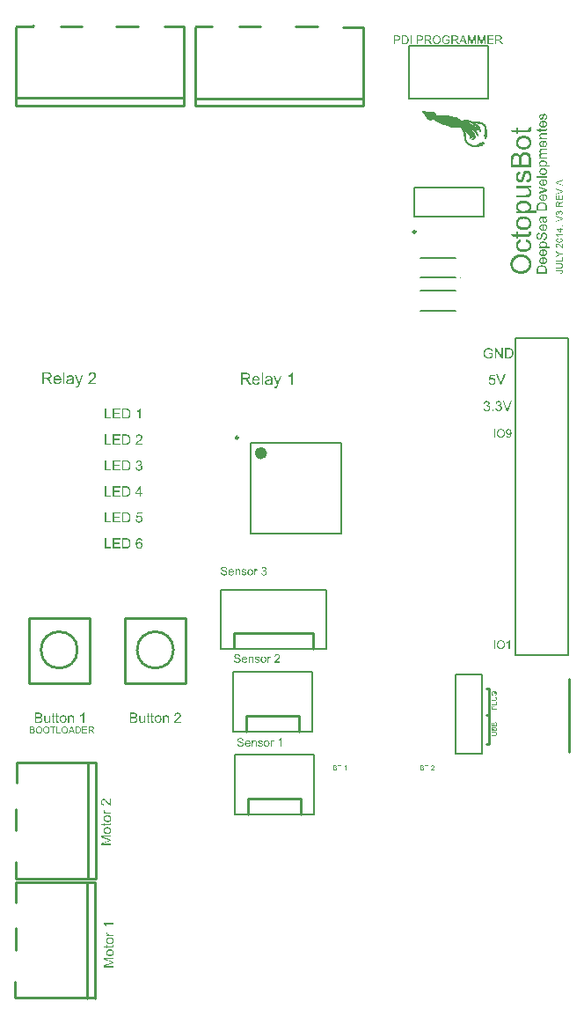
<source format=gto>
%FSLAX25Y25*%
%MOIN*%
G70*
G01*
G75*
G04 Layer_Color=65535*
%ADD10O,0.06890X0.02165*%
%ADD11O,0.02165X0.06890*%
G04:AMPARAMS|DCode=12|XSize=78.74mil|YSize=39.37mil|CornerRadius=7.87mil|HoleSize=0mil|Usage=FLASHONLY|Rotation=270.000|XOffset=0mil|YOffset=0mil|HoleType=Round|Shape=RoundedRectangle|*
%AMROUNDEDRECTD12*
21,1,0.07874,0.02362,0,0,270.0*
21,1,0.06299,0.03937,0,0,270.0*
1,1,0.01575,-0.01181,-0.03150*
1,1,0.01575,-0.01181,0.03150*
1,1,0.01575,0.01181,0.03150*
1,1,0.01575,0.01181,-0.03150*
%
%ADD12ROUNDEDRECTD12*%
G04:AMPARAMS|DCode=13|XSize=39.37mil|YSize=78.74mil|CornerRadius=7.87mil|HoleSize=0mil|Usage=FLASHONLY|Rotation=270.000|XOffset=0mil|YOffset=0mil|HoleType=Round|Shape=RoundedRectangle|*
%AMROUNDEDRECTD13*
21,1,0.03937,0.06299,0,0,270.0*
21,1,0.02362,0.07874,0,0,270.0*
1,1,0.01575,-0.03150,-0.01181*
1,1,0.01575,-0.03150,0.01181*
1,1,0.01575,0.03150,0.01181*
1,1,0.01575,0.03150,-0.01181*
%
%ADD13ROUNDEDRECTD13*%
%ADD14R,0.03937X0.09449*%
%ADD15R,0.12992X0.09449*%
G04:AMPARAMS|DCode=16|XSize=83mil|YSize=55mil|CornerRadius=13.75mil|HoleSize=0mil|Usage=FLASHONLY|Rotation=90.000|XOffset=0mil|YOffset=0mil|HoleType=Round|Shape=RoundedRectangle|*
%AMROUNDEDRECTD16*
21,1,0.08300,0.02750,0,0,90.0*
21,1,0.05550,0.05500,0,0,90.0*
1,1,0.02750,0.01375,0.02775*
1,1,0.02750,0.01375,-0.02775*
1,1,0.02750,-0.01375,-0.02775*
1,1,0.02750,-0.01375,0.02775*
%
%ADD16ROUNDEDRECTD16*%
%ADD17R,0.03937X0.03937*%
%ADD18R,0.03937X0.03937*%
G04:AMPARAMS|DCode=19|XSize=74.8mil|YSize=74.8mil|CornerRadius=18.7mil|HoleSize=0mil|Usage=FLASHONLY|Rotation=90.000|XOffset=0mil|YOffset=0mil|HoleType=Round|Shape=RoundedRectangle|*
%AMROUNDEDRECTD19*
21,1,0.07480,0.03740,0,0,90.0*
21,1,0.03740,0.07480,0,0,90.0*
1,1,0.03740,0.01870,0.01870*
1,1,0.03740,0.01870,-0.01870*
1,1,0.03740,-0.01870,-0.01870*
1,1,0.03740,-0.01870,0.01870*
%
%ADD19ROUNDEDRECTD19*%
G04:AMPARAMS|DCode=20|XSize=15.75mil|YSize=53.15mil|CornerRadius=3.94mil|HoleSize=0mil|Usage=FLASHONLY|Rotation=90.000|XOffset=0mil|YOffset=0mil|HoleType=Round|Shape=RoundedRectangle|*
%AMROUNDEDRECTD20*
21,1,0.01575,0.04528,0,0,90.0*
21,1,0.00787,0.05315,0,0,90.0*
1,1,0.00787,0.02264,0.00394*
1,1,0.00787,0.02264,-0.00394*
1,1,0.00787,-0.02264,-0.00394*
1,1,0.00787,-0.02264,0.00394*
%
%ADD20ROUNDEDRECTD20*%
G04:AMPARAMS|DCode=21|XSize=70.87mil|YSize=74.8mil|CornerRadius=17.72mil|HoleSize=0mil|Usage=FLASHONLY|Rotation=90.000|XOffset=0mil|YOffset=0mil|HoleType=Round|Shape=RoundedRectangle|*
%AMROUNDEDRECTD21*
21,1,0.07087,0.03937,0,0,90.0*
21,1,0.03543,0.07480,0,0,90.0*
1,1,0.03543,0.01969,0.01772*
1,1,0.03543,0.01969,-0.01772*
1,1,0.03543,-0.01969,-0.01772*
1,1,0.03543,-0.01969,0.01772*
%
%ADD21ROUNDEDRECTD21*%
G04:AMPARAMS|DCode=22|XSize=82.68mil|YSize=62.99mil|CornerRadius=15.75mil|HoleSize=0mil|Usage=FLASHONLY|Rotation=90.000|XOffset=0mil|YOffset=0mil|HoleType=Round|Shape=RoundedRectangle|*
%AMROUNDEDRECTD22*
21,1,0.08268,0.03150,0,0,90.0*
21,1,0.05118,0.06299,0,0,90.0*
1,1,0.03150,0.01575,0.02559*
1,1,0.03150,0.01575,-0.02559*
1,1,0.03150,-0.01575,-0.02559*
1,1,0.03150,-0.01575,0.02559*
%
%ADD22ROUNDEDRECTD22*%
%ADD23R,0.07087X0.08661*%
%ADD24R,0.03740X0.03937*%
%ADD25R,0.07677X0.04724*%
%ADD26R,0.03937X0.03740*%
%ADD27C,0.02000*%
%ADD28C,0.01500*%
%ADD29C,0.01000*%
%ADD30C,0.10000*%
%ADD31C,0.09843*%
%ADD32C,0.10000*%
%ADD33R,0.05906X0.05906*%
%ADD34C,0.05906*%
%ADD35R,0.05906X0.05906*%
%ADD36C,0.05118*%
%ADD37C,0.05000*%
%ADD38R,0.02284X0.04646*%
%ADD39R,0.04134X0.12992*%
%ADD40R,0.41339X0.33071*%
%ADD41R,0.05118X0.02362*%
%ADD42R,0.08661X0.11417*%
%ADD43R,0.04724X0.07677*%
%ADD44C,0.02362*%
%ADD45C,0.00984*%
%ADD46C,0.00394*%
%ADD47C,0.00787*%
%ADD48C,0.00100*%
G36*
X278637Y305852D02*
X278748Y305846D01*
X278858Y305835D01*
X278970Y305819D01*
X279064Y305802D01*
X279069D01*
X279081Y305796D01*
X279097D01*
X279119Y305785D01*
X279180Y305769D01*
X279258Y305741D01*
X279347Y305702D01*
X279441Y305652D01*
X279536Y305597D01*
X279624Y305524D01*
X279630Y305519D01*
X279636Y305513D01*
X279652Y305497D01*
X279674Y305480D01*
X279730Y305425D01*
X279796Y305347D01*
X279869Y305253D01*
X279946Y305141D01*
X280018Y305014D01*
X280080Y304870D01*
Y304864D01*
X280085Y304853D01*
X280096Y304831D01*
X280102Y304797D01*
X280118Y304759D01*
X280129Y304714D01*
X280140Y304664D01*
X280157Y304603D01*
X280174Y304542D01*
X280185Y304470D01*
X280213Y304315D01*
X280229Y304142D01*
X280235Y303954D01*
Y303948D01*
Y303937D01*
Y303909D01*
Y303882D01*
X280229Y303843D01*
Y303798D01*
X280224Y303693D01*
X280207Y303571D01*
X280190Y303443D01*
X280163Y303310D01*
X280129Y303177D01*
Y303171D01*
X280124Y303160D01*
X280118Y303144D01*
X280113Y303121D01*
X280091Y303060D01*
X280057Y302983D01*
X280024Y302894D01*
X279980Y302805D01*
X279924Y302711D01*
X279869Y302622D01*
X279863Y302611D01*
X279841Y302583D01*
X279807Y302544D01*
X279763Y302494D01*
X279713Y302439D01*
X279652Y302383D01*
X279591Y302322D01*
X279519Y302272D01*
X279508Y302267D01*
X279486Y302250D01*
X279447Y302228D01*
X279391Y302200D01*
X279325Y302167D01*
X279247Y302139D01*
X279158Y302106D01*
X279058Y302078D01*
X279047D01*
X279030Y302072D01*
X279014Y302067D01*
X278958Y302061D01*
X278881Y302050D01*
X278792Y302039D01*
X278686Y302028D01*
X278570Y302022D01*
X278442Y302017D01*
X277060D01*
Y305857D01*
X278537D01*
X278637Y305852D01*
D02*
G37*
G36*
X283670Y305869D02*
X283709D01*
X283754Y305863D01*
X283859Y305841D01*
X283976Y305813D01*
X284098Y305769D01*
X284220Y305702D01*
X284281Y305663D01*
X284336Y305619D01*
X284342Y305613D01*
X284347Y305608D01*
X284364Y305591D01*
X284381Y305574D01*
X284408Y305547D01*
X284431Y305513D01*
X284492Y305436D01*
X284553Y305336D01*
X284608Y305214D01*
X284658Y305075D01*
X284692Y304920D01*
X284220Y304881D01*
Y304886D01*
X284214Y304892D01*
X284209Y304925D01*
X284192Y304975D01*
X284170Y305036D01*
X284148Y305103D01*
X284114Y305169D01*
X284075Y305230D01*
X284037Y305280D01*
X284026Y305291D01*
X284003Y305314D01*
X283964Y305347D01*
X283909Y305386D01*
X283837Y305419D01*
X283759Y305452D01*
X283665Y305474D01*
X283565Y305486D01*
X283526D01*
X283482Y305480D01*
X283432Y305469D01*
X283365Y305452D01*
X283298Y305430D01*
X283232Y305402D01*
X283165Y305358D01*
X283154Y305352D01*
X283126Y305330D01*
X283088Y305291D01*
X283038Y305236D01*
X282982Y305169D01*
X282921Y305092D01*
X282866Y304992D01*
X282810Y304881D01*
Y304875D01*
X282804Y304864D01*
X282799Y304847D01*
X282788Y304825D01*
X282782Y304792D01*
X282771Y304753D01*
X282760Y304709D01*
X282749Y304653D01*
X282732Y304592D01*
X282721Y304525D01*
X282710Y304453D01*
X282705Y304376D01*
X282694Y304287D01*
X282688Y304198D01*
X282682Y304098D01*
Y303998D01*
X282688Y304004D01*
X282710Y304037D01*
X282749Y304082D01*
X282799Y304137D01*
X282855Y304204D01*
X282927Y304265D01*
X283004Y304326D01*
X283093Y304381D01*
X283099D01*
X283104Y304387D01*
X283137Y304403D01*
X283188Y304420D01*
X283254Y304448D01*
X283332Y304470D01*
X283421Y304487D01*
X283515Y304503D01*
X283615Y304509D01*
X283659D01*
X283693Y304503D01*
X283737Y304498D01*
X283781Y304492D01*
X283837Y304481D01*
X283892Y304464D01*
X284020Y304426D01*
X284087Y304398D01*
X284153Y304359D01*
X284220Y304320D01*
X284292Y304276D01*
X284359Y304220D01*
X284420Y304159D01*
X284425Y304154D01*
X284436Y304142D01*
X284453Y304126D01*
X284470Y304098D01*
X284497Y304059D01*
X284525Y304020D01*
X284553Y303971D01*
X284586Y303915D01*
X284619Y303854D01*
X284647Y303787D01*
X284675Y303710D01*
X284703Y303632D01*
X284719Y303549D01*
X284736Y303454D01*
X284747Y303360D01*
X284753Y303260D01*
Y303255D01*
Y303243D01*
Y303227D01*
Y303199D01*
X284747Y303166D01*
Y303132D01*
X284730Y303044D01*
X284714Y302938D01*
X284686Y302827D01*
X284647Y302705D01*
X284592Y302589D01*
Y302583D01*
X284586Y302577D01*
X284575Y302561D01*
X284564Y302539D01*
X284531Y302483D01*
X284481Y302411D01*
X284420Y302333D01*
X284347Y302256D01*
X284259Y302178D01*
X284164Y302111D01*
X284159D01*
X284153Y302106D01*
X284137Y302095D01*
X284114Y302089D01*
X284059Y302061D01*
X283987Y302033D01*
X283892Y302000D01*
X283787Y301978D01*
X283670Y301956D01*
X283543Y301950D01*
X283515D01*
X283487Y301956D01*
X283443D01*
X283393Y301961D01*
X283337Y301973D01*
X283271Y301989D01*
X283204Y302006D01*
X283126Y302028D01*
X283049Y302056D01*
X282971Y302089D01*
X282888Y302133D01*
X282810Y302183D01*
X282732Y302239D01*
X282655Y302306D01*
X282582Y302383D01*
X282577Y302389D01*
X282566Y302405D01*
X282549Y302428D01*
X282527Y302466D01*
X282494Y302516D01*
X282466Y302572D01*
X282433Y302644D01*
X282399Y302722D01*
X282361Y302816D01*
X282327Y302922D01*
X282299Y303038D01*
X282272Y303166D01*
X282244Y303310D01*
X282227Y303465D01*
X282216Y303632D01*
X282211Y303809D01*
Y303815D01*
Y303821D01*
Y303837D01*
Y303859D01*
X282216Y303915D01*
Y303993D01*
X282222Y304082D01*
X282233Y304187D01*
X282244Y304304D01*
X282261Y304431D01*
X282283Y304559D01*
X282311Y304697D01*
X282344Y304831D01*
X282383Y304964D01*
X282433Y305092D01*
X282488Y305214D01*
X282549Y305330D01*
X282621Y305430D01*
X282627Y305436D01*
X282638Y305447D01*
X282660Y305469D01*
X282688Y305502D01*
X282721Y305536D01*
X282766Y305569D01*
X282821Y305613D01*
X282877Y305652D01*
X282943Y305691D01*
X283015Y305735D01*
X283099Y305769D01*
X283182Y305807D01*
X283276Y305835D01*
X283376Y305857D01*
X283482Y305869D01*
X283593Y305874D01*
X283637D01*
X283670Y305869D01*
D02*
G37*
G36*
X270983Y312295D02*
X272876D01*
Y311840D01*
X270472D01*
Y315680D01*
X270983D01*
Y312295D01*
D02*
G37*
G36*
X423544Y347206D02*
X423567D01*
X423599Y347202D01*
X423678Y347188D01*
X423766Y347169D01*
X423863Y347137D01*
X423960Y347095D01*
X424057Y347040D01*
X424061D01*
X424066Y347031D01*
X424080Y347022D01*
X424098Y347008D01*
X424145Y346971D01*
X424205Y346920D01*
X424265Y346850D01*
X424334Y346767D01*
X424394Y346670D01*
X424449Y346560D01*
Y346555D01*
X424454Y346546D01*
X424463Y346527D01*
X424473Y346504D01*
X424482Y346472D01*
X424496Y346430D01*
X424505Y346384D01*
X424519Y346333D01*
X424533Y346273D01*
X424546Y346204D01*
X424556Y346130D01*
X424565Y346051D01*
X424574Y345964D01*
X424583Y345871D01*
X424588Y345770D01*
Y345663D01*
Y345659D01*
Y345636D01*
Y345603D01*
Y345562D01*
X424583Y345511D01*
Y345451D01*
X424579Y345381D01*
X424570Y345312D01*
X424556Y345155D01*
X424533Y344989D01*
X424500Y344832D01*
X424477Y344753D01*
X424454Y344684D01*
Y344679D01*
X424449Y344670D01*
X424440Y344651D01*
X424431Y344624D01*
X424417Y344596D01*
X424399Y344559D01*
X424353Y344480D01*
X424297Y344393D01*
X424232Y344300D01*
X424149Y344213D01*
X424057Y344134D01*
X424052D01*
X424043Y344125D01*
X424029Y344115D01*
X424011Y344106D01*
X423983Y344092D01*
X423955Y344074D01*
X423918Y344055D01*
X423881Y344042D01*
X423794Y344005D01*
X423687Y343972D01*
X423572Y343954D01*
X423442Y343945D01*
X423405D01*
X423382Y343949D01*
X423350D01*
X423313Y343954D01*
X423225Y343972D01*
X423128Y343995D01*
X423027Y344032D01*
X422925Y344083D01*
X422874Y344115D01*
X422828Y344152D01*
X422823Y344157D01*
X422819Y344162D01*
X422805Y344176D01*
X422791Y344189D01*
X422773Y344213D01*
X422749Y344240D01*
X422703Y344305D01*
X422657Y344388D01*
X422611Y344490D01*
X422574Y344605D01*
X422546Y344739D01*
X422925Y344772D01*
Y344767D01*
X422929Y344758D01*
Y344748D01*
X422934Y344730D01*
X422948Y344679D01*
X422966Y344624D01*
X422990Y344559D01*
X423022Y344494D01*
X423059Y344434D01*
X423105Y344384D01*
X423110Y344379D01*
X423128Y344365D01*
X423161Y344346D01*
X423198Y344328D01*
X423248Y344305D01*
X423308Y344286D01*
X423378Y344273D01*
X423452Y344268D01*
X423484D01*
X423516Y344273D01*
X423558Y344277D01*
X423609Y344286D01*
X423660Y344300D01*
X423715Y344319D01*
X423766Y344346D01*
X423770Y344351D01*
X423789Y344360D01*
X423817Y344379D01*
X423844Y344407D01*
X423881Y344439D01*
X423918Y344476D01*
X423955Y344517D01*
X423992Y344568D01*
X423997Y344573D01*
X424006Y344596D01*
X424024Y344628D01*
X424043Y344670D01*
X424066Y344725D01*
X424089Y344790D01*
X424112Y344864D01*
X424135Y344947D01*
Y344952D01*
X424140Y344956D01*
Y344970D01*
X424145Y344989D01*
X424154Y345035D01*
X424168Y345095D01*
X424177Y345169D01*
X424186Y345247D01*
X424191Y345335D01*
X424195Y345428D01*
Y345432D01*
Y345446D01*
Y345469D01*
Y345506D01*
X424191Y345497D01*
X424172Y345474D01*
X424145Y345441D01*
X424112Y345395D01*
X424066Y345349D01*
X424011Y345298D01*
X423946Y345247D01*
X423872Y345201D01*
X423863Y345197D01*
X423835Y345183D01*
X423794Y345164D01*
X423743Y345146D01*
X423673Y345123D01*
X423599Y345104D01*
X423516Y345090D01*
X423428Y345086D01*
X423391D01*
X423364Y345090D01*
X423327Y345095D01*
X423290Y345100D01*
X423244Y345109D01*
X423198Y345123D01*
X423091Y345155D01*
X423036Y345178D01*
X422980Y345206D01*
X422920Y345238D01*
X422865Y345280D01*
X422809Y345321D01*
X422759Y345372D01*
X422754Y345377D01*
X422745Y345386D01*
X422736Y345400D01*
X422717Y345423D01*
X422694Y345455D01*
X422671Y345488D01*
X422648Y345529D01*
X422625Y345575D01*
X422597Y345626D01*
X422574Y345682D01*
X422551Y345746D01*
X422528Y345811D01*
X422509Y345885D01*
X422500Y345964D01*
X422491Y346042D01*
X422486Y346130D01*
Y346134D01*
Y346153D01*
Y346176D01*
X422491Y346208D01*
X422495Y346250D01*
X422500Y346301D01*
X422509Y346352D01*
X422523Y346412D01*
X422555Y346532D01*
X422578Y346596D01*
X422606Y346666D01*
X422639Y346730D01*
X422680Y346791D01*
X422722Y346855D01*
X422773Y346911D01*
X422777Y346915D01*
X422786Y346924D01*
X422800Y346938D01*
X422823Y346957D01*
X422851Y346980D01*
X422888Y347008D01*
X422925Y347031D01*
X422971Y347063D01*
X423017Y347091D01*
X423073Y347114D01*
X423198Y347165D01*
X423262Y347183D01*
X423336Y347197D01*
X423410Y347206D01*
X423489Y347211D01*
X423521D01*
X423544Y347206D01*
D02*
G37*
G36*
X270983Y302472D02*
X272876D01*
Y302017D01*
X270472D01*
Y305857D01*
X270983D01*
Y302472D01*
D02*
G37*
G36*
X276267Y305402D02*
X273997D01*
Y304231D01*
X276122D01*
Y303776D01*
X273997D01*
Y302472D01*
X276355D01*
Y302017D01*
X273486D01*
Y305857D01*
X276267D01*
Y305402D01*
D02*
G37*
G36*
Y315225D02*
X273997D01*
Y314054D01*
X276122D01*
Y313599D01*
X273997D01*
Y312295D01*
X276355D01*
Y311840D01*
X273486D01*
Y315680D01*
X276267D01*
Y315225D01*
D02*
G37*
G36*
Y325048D02*
X273997D01*
Y323877D01*
X276122D01*
Y323422D01*
X273997D01*
Y322117D01*
X276355D01*
Y321662D01*
X273486D01*
Y325503D01*
X276267D01*
Y325048D01*
D02*
G37*
G36*
X278637Y325497D02*
X278748Y325492D01*
X278858Y325481D01*
X278970Y325464D01*
X279064Y325447D01*
X279069D01*
X279081Y325442D01*
X279097D01*
X279119Y325431D01*
X279180Y325414D01*
X279258Y325386D01*
X279347Y325347D01*
X279441Y325297D01*
X279536Y325242D01*
X279624Y325170D01*
X279630Y325164D01*
X279636Y325159D01*
X279652Y325142D01*
X279674Y325125D01*
X279730Y325070D01*
X279796Y324992D01*
X279869Y324898D01*
X279946Y324787D01*
X280018Y324659D01*
X280080Y324515D01*
Y324509D01*
X280085Y324498D01*
X280096Y324476D01*
X280102Y324443D01*
X280118Y324404D01*
X280129Y324359D01*
X280140Y324310D01*
X280157Y324249D01*
X280174Y324187D01*
X280185Y324115D01*
X280213Y323960D01*
X280229Y323788D01*
X280235Y323599D01*
Y323594D01*
Y323583D01*
Y323555D01*
Y323527D01*
X280229Y323488D01*
Y323444D01*
X280224Y323338D01*
X280207Y323216D01*
X280190Y323089D01*
X280163Y322955D01*
X280129Y322822D01*
Y322817D01*
X280124Y322806D01*
X280118Y322789D01*
X280113Y322767D01*
X280091Y322706D01*
X280057Y322628D01*
X280024Y322539D01*
X279980Y322450D01*
X279924Y322356D01*
X279869Y322267D01*
X279863Y322256D01*
X279841Y322228D01*
X279807Y322189D01*
X279763Y322140D01*
X279713Y322084D01*
X279652Y322028D01*
X279591Y321968D01*
X279519Y321918D01*
X279508Y321912D01*
X279486Y321895D01*
X279447Y321873D01*
X279391Y321845D01*
X279325Y321812D01*
X279247Y321784D01*
X279158Y321751D01*
X279058Y321723D01*
X279047D01*
X279030Y321718D01*
X279014Y321712D01*
X278958Y321707D01*
X278881Y321695D01*
X278792Y321684D01*
X278686Y321673D01*
X278570Y321668D01*
X278442Y321662D01*
X277060D01*
Y325503D01*
X278537D01*
X278637Y325497D01*
D02*
G37*
G36*
X284214Y323016D02*
X284736D01*
Y322584D01*
X284214D01*
Y321662D01*
X283742D01*
Y322584D01*
X282072D01*
Y323016D01*
X283831Y325503D01*
X284214D01*
Y323016D01*
D02*
G37*
G36*
X278637Y315675D02*
X278748Y315669D01*
X278858Y315658D01*
X278970Y315641D01*
X279064Y315625D01*
X279069D01*
X279081Y315619D01*
X279097D01*
X279119Y315608D01*
X279180Y315591D01*
X279258Y315564D01*
X279347Y315525D01*
X279441Y315475D01*
X279536Y315419D01*
X279624Y315347D01*
X279630Y315342D01*
X279636Y315336D01*
X279652Y315319D01*
X279674Y315303D01*
X279730Y315247D01*
X279796Y315170D01*
X279869Y315075D01*
X279946Y314964D01*
X280018Y314837D01*
X280080Y314692D01*
Y314687D01*
X280085Y314676D01*
X280096Y314653D01*
X280102Y314620D01*
X280118Y314581D01*
X280129Y314537D01*
X280140Y314487D01*
X280157Y314426D01*
X280174Y314365D01*
X280185Y314293D01*
X280213Y314137D01*
X280229Y313965D01*
X280235Y313776D01*
Y313771D01*
Y313760D01*
Y313732D01*
Y313704D01*
X280229Y313666D01*
Y313621D01*
X280224Y313516D01*
X280207Y313394D01*
X280190Y313266D01*
X280163Y313133D01*
X280129Y313000D01*
Y312994D01*
X280124Y312983D01*
X280118Y312966D01*
X280113Y312944D01*
X280091Y312883D01*
X280057Y312805D01*
X280024Y312716D01*
X279980Y312628D01*
X279924Y312533D01*
X279869Y312444D01*
X279863Y312433D01*
X279841Y312406D01*
X279807Y312367D01*
X279763Y312317D01*
X279713Y312261D01*
X279652Y312206D01*
X279591Y312145D01*
X279519Y312095D01*
X279508Y312089D01*
X279486Y312073D01*
X279447Y312051D01*
X279391Y312023D01*
X279325Y311989D01*
X279247Y311962D01*
X279158Y311928D01*
X279058Y311901D01*
X279047D01*
X279030Y311895D01*
X279014Y311890D01*
X278958Y311884D01*
X278881Y311873D01*
X278792Y311862D01*
X278686Y311851D01*
X278570Y311845D01*
X278442Y311840D01*
X277060D01*
Y315680D01*
X278537D01*
X278637Y315675D01*
D02*
G37*
G36*
X284597Y315181D02*
X283060D01*
X282855Y314143D01*
X282860Y314148D01*
X282871Y314154D01*
X282888Y314165D01*
X282915Y314182D01*
X282949Y314198D01*
X282988Y314220D01*
X283077Y314265D01*
X283188Y314309D01*
X283310Y314348D01*
X283443Y314376D01*
X283509Y314387D01*
X283631D01*
X283665Y314381D01*
X283709Y314376D01*
X283759Y314370D01*
X283815Y314359D01*
X283876Y314343D01*
X284009Y314304D01*
X284081Y314276D01*
X284153Y314237D01*
X284225Y314198D01*
X284297Y314154D01*
X284364Y314098D01*
X284431Y314037D01*
X284436Y314032D01*
X284447Y314021D01*
X284464Y314004D01*
X284486Y313976D01*
X284514Y313937D01*
X284542Y313899D01*
X284575Y313849D01*
X284608Y313793D01*
X284636Y313732D01*
X284669Y313666D01*
X284697Y313588D01*
X284725Y313510D01*
X284747Y313427D01*
X284764Y313333D01*
X284775Y313238D01*
X284780Y313138D01*
Y313133D01*
Y313116D01*
Y313088D01*
X284775Y313049D01*
X284769Y313005D01*
X284764Y312955D01*
X284753Y312894D01*
X284741Y312833D01*
X284708Y312689D01*
X284653Y312539D01*
X284619Y312461D01*
X284575Y312389D01*
X284531Y312311D01*
X284475Y312239D01*
X284470Y312234D01*
X284458Y312217D01*
X284436Y312195D01*
X284408Y312167D01*
X284370Y312134D01*
X284325Y312089D01*
X284270Y312051D01*
X284209Y312006D01*
X284142Y311962D01*
X284064Y311923D01*
X283981Y311884D01*
X283892Y311845D01*
X283798Y311817D01*
X283693Y311795D01*
X283581Y311778D01*
X283465Y311773D01*
X283415D01*
X283376Y311778D01*
X283332Y311784D01*
X283282Y311790D01*
X283221Y311795D01*
X283160Y311812D01*
X283021Y311845D01*
X282882Y311895D01*
X282810Y311928D01*
X282738Y311967D01*
X282671Y312012D01*
X282605Y312062D01*
X282599Y312067D01*
X282588Y312073D01*
X282577Y312095D01*
X282555Y312117D01*
X282527Y312145D01*
X282499Y312178D01*
X282466Y312223D01*
X282438Y312272D01*
X282405Y312322D01*
X282372Y312383D01*
X282311Y312517D01*
X282261Y312672D01*
X282244Y312755D01*
X282233Y312844D01*
X282727Y312883D01*
Y312877D01*
Y312866D01*
X282732Y312850D01*
X282738Y312822D01*
X282755Y312761D01*
X282777Y312678D01*
X282810Y312594D01*
X282855Y312500D01*
X282910Y312417D01*
X282977Y312339D01*
X282988Y312333D01*
X283010Y312311D01*
X283054Y312284D01*
X283115Y312250D01*
X283182Y312217D01*
X283265Y312189D01*
X283360Y312167D01*
X283465Y312161D01*
X283498D01*
X283521Y312167D01*
X283587Y312173D01*
X283665Y312195D01*
X283759Y312223D01*
X283854Y312267D01*
X283953Y312333D01*
X283998Y312372D01*
X284042Y312417D01*
X284048Y312422D01*
X284053Y312428D01*
X284064Y312444D01*
X284081Y312461D01*
X284120Y312522D01*
X284164Y312600D01*
X284203Y312694D01*
X284242Y312811D01*
X284270Y312949D01*
X284281Y313022D01*
Y313099D01*
Y313105D01*
Y313116D01*
Y313138D01*
X284275Y313166D01*
Y313199D01*
X284270Y313238D01*
X284253Y313327D01*
X284225Y313432D01*
X284187Y313538D01*
X284131Y313638D01*
X284053Y313732D01*
Y313738D01*
X284042Y313743D01*
X284014Y313771D01*
X283964Y313810D01*
X283898Y313854D01*
X283809Y313893D01*
X283709Y313932D01*
X283593Y313960D01*
X283526Y313971D01*
X283421D01*
X283376Y313965D01*
X283321Y313960D01*
X283254Y313943D01*
X283188Y313926D01*
X283115Y313899D01*
X283043Y313865D01*
X283038Y313860D01*
X283015Y313849D01*
X282982Y313821D01*
X282938Y313793D01*
X282893Y313754D01*
X282849Y313704D01*
X282799Y313654D01*
X282760Y313593D01*
X282316Y313654D01*
X282688Y315630D01*
X284597D01*
Y315181D01*
D02*
G37*
G36*
X270983Y322117D02*
X272876D01*
Y321662D01*
X270472D01*
Y325503D01*
X270983D01*
Y322117D01*
D02*
G37*
G36*
X248841Y368714D02*
X248899D01*
X249035Y368707D01*
X249178Y368688D01*
X249333Y368669D01*
X249476Y368636D01*
X249547Y368617D01*
X249605Y368597D01*
X249612D01*
X249618Y368591D01*
X249657Y368571D01*
X249715Y368545D01*
X249787Y368500D01*
X249864Y368442D01*
X249949Y368364D01*
X250026Y368273D01*
X250104Y368170D01*
Y368163D01*
X250111Y368157D01*
X250137Y368118D01*
X250163Y368053D01*
X250201Y367969D01*
X250234Y367871D01*
X250266Y367755D01*
X250286Y367632D01*
X250292Y367496D01*
Y367489D01*
Y367476D01*
Y367450D01*
X250286Y367418D01*
Y367372D01*
X250279Y367327D01*
X250253Y367217D01*
X250214Y367087D01*
X250163Y366951D01*
X250085Y366815D01*
X250033Y366751D01*
X249981Y366686D01*
X249975Y366679D01*
X249968Y366673D01*
X249949Y366653D01*
X249923Y366634D01*
X249890Y366608D01*
X249851Y366582D01*
X249800Y366550D01*
X249748Y366511D01*
X249683Y366478D01*
X249612Y366446D01*
X249534Y366407D01*
X249450Y366375D01*
X249353Y366349D01*
X249255Y366316D01*
X249145Y366297D01*
X249028Y366277D01*
X249042Y366271D01*
X249067Y366258D01*
X249106Y366232D01*
X249158Y366206D01*
X249275Y366135D01*
X249333Y366090D01*
X249385Y366051D01*
X249398Y366038D01*
X249430Y366005D01*
X249482Y365953D01*
X249547Y365889D01*
X249618Y365798D01*
X249702Y365701D01*
X249787Y365584D01*
X249877Y365455D01*
X250648Y364236D01*
X249910D01*
X249320Y365169D01*
Y365176D01*
X249307Y365189D01*
X249294Y365208D01*
X249275Y365234D01*
X249229Y365305D01*
X249171Y365396D01*
X249100Y365493D01*
X249028Y365597D01*
X248957Y365694D01*
X248892Y365785D01*
X248886Y365791D01*
X248867Y365817D01*
X248834Y365856D01*
X248789Y365902D01*
X248692Y365999D01*
X248640Y366044D01*
X248588Y366083D01*
X248581Y366090D01*
X248568Y366096D01*
X248542Y366109D01*
X248504Y366128D01*
X248465Y366148D01*
X248419Y366167D01*
X248316Y366200D01*
X248309D01*
X248296Y366206D01*
X248270D01*
X248238Y366213D01*
X248193Y366219D01*
X248141D01*
X248070Y366226D01*
X247305D01*
Y364236D01*
X246709D01*
Y368720D01*
X248789D01*
X248841Y368714D01*
D02*
G37*
G36*
X255178Y364236D02*
X254627D01*
Y368720D01*
X255178D01*
Y364236D01*
D02*
G37*
G36*
X257550Y367554D02*
X257647Y367547D01*
X257757Y367534D01*
X257867Y367515D01*
X257977Y367489D01*
X258081Y367457D01*
X258094Y367450D01*
X258126Y367437D01*
X258172Y367418D01*
X258230Y367392D01*
X258295Y367353D01*
X258360Y367314D01*
X258418Y367262D01*
X258470Y367211D01*
X258476Y367204D01*
X258489Y367185D01*
X258509Y367152D01*
X258535Y367113D01*
X258567Y367055D01*
X258593Y366997D01*
X258619Y366925D01*
X258638Y366841D01*
Y366835D01*
X258645Y366815D01*
X258651Y366776D01*
X258658Y366724D01*
Y366653D01*
X258664Y366569D01*
X258671Y366459D01*
Y366336D01*
Y365597D01*
Y365591D01*
Y365565D01*
Y365526D01*
Y365474D01*
Y365416D01*
Y365344D01*
X258677Y365189D01*
Y365027D01*
X258684Y364865D01*
X258690Y364793D01*
Y364729D01*
X258697Y364670D01*
X258703Y364625D01*
Y364618D01*
X258710Y364593D01*
X258716Y364554D01*
X258735Y364502D01*
X258749Y364444D01*
X258774Y364379D01*
X258807Y364307D01*
X258839Y364236D01*
X258262D01*
X258256Y364243D01*
X258249Y364269D01*
X258237Y364301D01*
X258217Y364353D01*
X258198Y364411D01*
X258185Y364482D01*
X258172Y364560D01*
X258159Y364645D01*
X258152D01*
X258146Y364632D01*
X258107Y364599D01*
X258049Y364554D01*
X257971Y364495D01*
X257874Y364437D01*
X257776Y364372D01*
X257673Y364314D01*
X257563Y364269D01*
X257550Y364262D01*
X257511Y364256D01*
X257453Y364236D01*
X257381Y364217D01*
X257291Y364197D01*
X257187Y364184D01*
X257070Y364171D01*
X256954Y364165D01*
X256902D01*
X256863Y364171D01*
X256818D01*
X256766Y364178D01*
X256649Y364197D01*
X256519Y364230D01*
X256377Y364275D01*
X256247Y364340D01*
X256131Y364424D01*
X256118Y364437D01*
X256085Y364470D01*
X256040Y364528D01*
X255988Y364606D01*
X255936Y364703D01*
X255891Y364813D01*
X255858Y364949D01*
X255852Y365014D01*
X255845Y365092D01*
Y365105D01*
Y365130D01*
X255852Y365176D01*
X255858Y365234D01*
X255871Y365305D01*
X255891Y365377D01*
X255917Y365455D01*
X255949Y365526D01*
X255956Y365532D01*
X255969Y365558D01*
X255995Y365597D01*
X256027Y365642D01*
X256066Y365694D01*
X256118Y365746D01*
X256170Y365798D01*
X256234Y365843D01*
X256241Y365850D01*
X256267Y365863D01*
X256299Y365889D01*
X256351Y365915D01*
X256409Y365940D01*
X256481Y365973D01*
X256552Y365999D01*
X256636Y366025D01*
X256643D01*
X256668Y366031D01*
X256707Y366044D01*
X256759Y366051D01*
X256824Y366064D01*
X256908Y366076D01*
X257005Y366096D01*
X257122Y366109D01*
X257129D01*
X257154Y366115D01*
X257187D01*
X257232Y366122D01*
X257284Y366128D01*
X257349Y366141D01*
X257420Y366148D01*
X257498Y366161D01*
X257653Y366193D01*
X257822Y366226D01*
X257971Y366265D01*
X258042Y366284D01*
X258107Y366303D01*
Y366310D01*
Y366323D01*
X258114Y366362D01*
Y366407D01*
Y366433D01*
Y366446D01*
Y366452D01*
Y366459D01*
Y366498D01*
X258107Y366563D01*
X258094Y366634D01*
X258075Y366712D01*
X258042Y366789D01*
X258003Y366861D01*
X257951Y366919D01*
X257945Y366925D01*
X257913Y366951D01*
X257861Y366977D01*
X257796Y367016D01*
X257705Y367049D01*
X257601Y367081D01*
X257472Y367100D01*
X257323Y367107D01*
X257258D01*
X257193Y367100D01*
X257103Y367087D01*
X257012Y367074D01*
X256915Y367049D01*
X256824Y367016D01*
X256746Y366971D01*
X256740Y366964D01*
X256714Y366945D01*
X256681Y366913D01*
X256643Y366861D01*
X256604Y366796D01*
X256558Y366712D01*
X256519Y366608D01*
X256481Y366491D01*
X255943Y366563D01*
Y366569D01*
X255949Y366576D01*
Y366595D01*
X255956Y366621D01*
X255975Y366679D01*
X256001Y366763D01*
X256033Y366848D01*
X256072Y366938D01*
X256124Y367029D01*
X256182Y367113D01*
X256189Y367120D01*
X256215Y367146D01*
X256254Y367185D01*
X256306Y367236D01*
X256377Y367288D01*
X256461Y367340D01*
X256558Y367399D01*
X256668Y367444D01*
X256675D01*
X256681Y367450D01*
X256701Y367457D01*
X256727Y367463D01*
X256791Y367483D01*
X256882Y367502D01*
X256986Y367522D01*
X257116Y367541D01*
X257252Y367554D01*
X257407Y367561D01*
X257478D01*
X257550Y367554D01*
D02*
G37*
G36*
X341609Y364000D02*
X341058D01*
Y367506D01*
X341051Y367499D01*
X341019Y367473D01*
X340980Y367434D01*
X340915Y367389D01*
X340844Y367331D01*
X340753Y367266D01*
X340649Y367195D01*
X340533Y367123D01*
X340526D01*
X340520Y367117D01*
X340481Y367091D01*
X340416Y367059D01*
X340338Y367020D01*
X340248Y366974D01*
X340150Y366929D01*
X340053Y366884D01*
X339956Y366845D01*
Y367376D01*
X339963D01*
X339976Y367389D01*
X340001Y367395D01*
X340034Y367415D01*
X340073Y367434D01*
X340118Y367460D01*
X340228Y367525D01*
X340358Y367596D01*
X340487Y367687D01*
X340623Y367791D01*
X340760Y367901D01*
X340766Y367907D01*
X340773Y367914D01*
X340792Y367933D01*
X340818Y367953D01*
X340876Y368018D01*
X340954Y368095D01*
X341032Y368186D01*
X341116Y368290D01*
X341187Y368393D01*
X341252Y368504D01*
X341609D01*
Y364000D01*
D02*
G37*
G36*
X336237Y363948D02*
Y363942D01*
X336230Y363922D01*
X336217Y363896D01*
X336204Y363864D01*
X336185Y363819D01*
X336165Y363767D01*
X336120Y363657D01*
X336075Y363533D01*
X336023Y363410D01*
X335971Y363300D01*
X335945Y363255D01*
X335926Y363209D01*
X335919Y363196D01*
X335900Y363164D01*
X335867Y363119D01*
X335828Y363060D01*
X335776Y362996D01*
X335718Y362931D01*
X335660Y362866D01*
X335589Y362814D01*
X335582Y362808D01*
X335556Y362795D01*
X335517Y362775D01*
X335459Y362749D01*
X335394Y362723D01*
X335316Y362704D01*
X335232Y362691D01*
X335135Y362685D01*
X335109D01*
X335077Y362691D01*
X335031D01*
X334979Y362704D01*
X334921Y362717D01*
X334856Y362730D01*
X334785Y362756D01*
X334727Y363268D01*
X334733D01*
X334759Y363261D01*
X334791Y363255D01*
X334830Y363242D01*
X334934Y363222D01*
X335038Y363216D01*
X335070D01*
X335103Y363222D01*
X335141D01*
X335239Y363242D01*
X335284Y363261D01*
X335329Y363281D01*
X335336D01*
X335349Y363294D01*
X335368Y363307D01*
X335394Y363326D01*
X335453Y363378D01*
X335504Y363449D01*
Y363456D01*
X335517Y363469D01*
X335530Y363495D01*
X335543Y363533D01*
X335569Y363585D01*
X335595Y363663D01*
X335634Y363754D01*
X335673Y363864D01*
Y363870D01*
X335686Y363896D01*
X335699Y363942D01*
X335725Y364000D01*
X334493Y367253D01*
X335077D01*
X335757Y365367D01*
Y365361D01*
X335764Y365354D01*
X335770Y365335D01*
X335776Y365302D01*
X335789Y365270D01*
X335802Y365231D01*
X335835Y365141D01*
X335874Y365030D01*
X335913Y364901D01*
X335951Y364765D01*
X335990Y364616D01*
Y364622D01*
X335997Y364635D01*
X336003Y364654D01*
X336010Y364680D01*
X336016Y364713D01*
X336029Y364752D01*
X336055Y364849D01*
X336087Y364959D01*
X336133Y365089D01*
X336172Y365218D01*
X336224Y365354D01*
X336923Y367253D01*
X337474D01*
X336237Y363948D01*
D02*
G37*
G36*
X252592Y367554D02*
X252644Y367547D01*
X252709Y367534D01*
X252780Y367522D01*
X252865Y367502D01*
X252942Y367483D01*
X253033Y367450D01*
X253117Y367418D01*
X253208Y367372D01*
X253299Y367321D01*
X253390Y367262D01*
X253474Y367191D01*
X253552Y367113D01*
X253558Y367107D01*
X253571Y367094D01*
X253590Y367068D01*
X253616Y367029D01*
X253649Y366984D01*
X253681Y366932D01*
X253720Y366867D01*
X253759Y366789D01*
X253798Y366705D01*
X253837Y366614D01*
X253869Y366511D01*
X253902Y366401D01*
X253927Y366277D01*
X253947Y366148D01*
X253960Y366012D01*
X253966Y365863D01*
Y365856D01*
Y365830D01*
Y365785D01*
X253960Y365720D01*
X251530D01*
Y365714D01*
Y365694D01*
X251536Y365668D01*
Y365629D01*
X251543Y365584D01*
X251556Y365532D01*
X251575Y365416D01*
X251614Y365286D01*
X251666Y365143D01*
X251737Y365014D01*
X251828Y364897D01*
X251834D01*
X251841Y364884D01*
X251880Y364852D01*
X251938Y364807D01*
X252016Y364761D01*
X252119Y364709D01*
X252236Y364664D01*
X252366Y364632D01*
X252437Y364625D01*
X252515Y364618D01*
X252567D01*
X252625Y364625D01*
X252696Y364638D01*
X252774Y364657D01*
X252865Y364683D01*
X252949Y364722D01*
X253033Y364774D01*
X253040Y364780D01*
X253072Y364807D01*
X253111Y364845D01*
X253156Y364897D01*
X253208Y364968D01*
X253266Y365059D01*
X253325Y365163D01*
X253377Y365286D01*
X253947Y365215D01*
Y365208D01*
X253940Y365195D01*
X253934Y365169D01*
X253921Y365130D01*
X253902Y365092D01*
X253882Y365040D01*
X253830Y364930D01*
X253765Y364807D01*
X253675Y364677D01*
X253571Y364554D01*
X253441Y364437D01*
X253435D01*
X253422Y364424D01*
X253402Y364411D01*
X253377Y364392D01*
X253338Y364372D01*
X253299Y364353D01*
X253247Y364327D01*
X253189Y364301D01*
X253124Y364275D01*
X253059Y364249D01*
X252897Y364210D01*
X252716Y364178D01*
X252515Y364165D01*
X252444D01*
X252398Y364171D01*
X252340Y364178D01*
X252269Y364191D01*
X252191Y364204D01*
X252106Y364217D01*
X251925Y364269D01*
X251828Y364307D01*
X251737Y364346D01*
X251640Y364398D01*
X251549Y364457D01*
X251465Y364521D01*
X251381Y364599D01*
X251374Y364606D01*
X251361Y364618D01*
X251342Y364645D01*
X251316Y364683D01*
X251284Y364729D01*
X251251Y364780D01*
X251212Y364845D01*
X251173Y364917D01*
X251134Y365001D01*
X251096Y365092D01*
X251063Y365195D01*
X251031Y365305D01*
X251005Y365422D01*
X250986Y365552D01*
X250973Y365688D01*
X250966Y365830D01*
Y365837D01*
Y365869D01*
Y365908D01*
X250973Y365966D01*
X250979Y366038D01*
X250986Y366115D01*
X250998Y366206D01*
X251018Y366297D01*
X251070Y366504D01*
X251102Y366608D01*
X251141Y366718D01*
X251193Y366822D01*
X251251Y366919D01*
X251316Y367016D01*
X251387Y367107D01*
X251394Y367113D01*
X251407Y367126D01*
X251433Y367146D01*
X251465Y367178D01*
X251504Y367211D01*
X251556Y367249D01*
X251614Y367295D01*
X251685Y367334D01*
X251757Y367379D01*
X251841Y367418D01*
X251932Y367457D01*
X252029Y367489D01*
X252132Y367522D01*
X252243Y367541D01*
X252359Y367554D01*
X252482Y367561D01*
X252547D01*
X252592Y367554D01*
D02*
G37*
G36*
X265838Y368733D02*
X265890Y368727D01*
X265954Y368720D01*
X266025Y368707D01*
X266097Y368694D01*
X266265Y368649D01*
X266434Y368584D01*
X266518Y368545D01*
X266602Y368500D01*
X266680Y368442D01*
X266751Y368377D01*
X266758Y368371D01*
X266771Y368364D01*
X266784Y368338D01*
X266810Y368312D01*
X266842Y368280D01*
X266874Y368234D01*
X266907Y368189D01*
X266946Y368131D01*
X267010Y368008D01*
X267075Y367852D01*
X267101Y367774D01*
X267114Y367684D01*
X267127Y367593D01*
X267134Y367496D01*
Y367483D01*
Y367450D01*
X267127Y367399D01*
X267121Y367327D01*
X267108Y367249D01*
X267082Y367159D01*
X267056Y367061D01*
X267017Y366964D01*
X267010Y366951D01*
X266998Y366919D01*
X266972Y366867D01*
X266933Y366796D01*
X266881Y366718D01*
X266816Y366621D01*
X266738Y366524D01*
X266648Y366413D01*
X266635Y366401D01*
X266602Y366362D01*
X266570Y366329D01*
X266537Y366297D01*
X266499Y366258D01*
X266447Y366206D01*
X266395Y366154D01*
X266330Y366096D01*
X266265Y366031D01*
X266188Y365960D01*
X266103Y365889D01*
X266013Y365804D01*
X265909Y365720D01*
X265805Y365629D01*
X265799Y365623D01*
X265786Y365610D01*
X265760Y365591D01*
X265727Y365565D01*
X265689Y365526D01*
X265643Y365487D01*
X265540Y365403D01*
X265429Y365305D01*
X265326Y365208D01*
X265235Y365124D01*
X265196Y365092D01*
X265164Y365059D01*
X265157Y365053D01*
X265138Y365033D01*
X265112Y365007D01*
X265079Y364968D01*
X265047Y364923D01*
X265008Y364878D01*
X264930Y364768D01*
X267140D01*
Y364236D01*
X264166D01*
Y364243D01*
Y364269D01*
Y364307D01*
X264172Y364359D01*
X264179Y364418D01*
X264192Y364482D01*
X264205Y364547D01*
X264231Y364618D01*
Y364625D01*
X264237Y364632D01*
X264250Y364670D01*
X264276Y364729D01*
X264315Y364807D01*
X264367Y364897D01*
X264432Y365001D01*
X264503Y365105D01*
X264594Y365215D01*
Y365221D01*
X264606Y365228D01*
X264639Y365266D01*
X264697Y365325D01*
X264781Y365409D01*
X264879Y365506D01*
X265002Y365623D01*
X265151Y365753D01*
X265313Y365889D01*
X265319Y365895D01*
X265345Y365915D01*
X265384Y365947D01*
X265429Y365986D01*
X265488Y366038D01*
X265559Y366096D01*
X265630Y366161D01*
X265715Y366232D01*
X265877Y366388D01*
X266038Y366543D01*
X266116Y366621D01*
X266188Y366699D01*
X266252Y366770D01*
X266304Y366841D01*
Y366848D01*
X266317Y366854D01*
X266330Y366874D01*
X266343Y366899D01*
X266388Y366971D01*
X266440Y367055D01*
X266486Y367159D01*
X266531Y367269D01*
X266557Y367392D01*
X266570Y367509D01*
Y367515D01*
Y367522D01*
X266563Y367561D01*
X266557Y367625D01*
X266537Y367696D01*
X266512Y367787D01*
X266466Y367878D01*
X266408Y367969D01*
X266330Y368059D01*
X266317Y368072D01*
X266285Y368098D01*
X266239Y368131D01*
X266168Y368176D01*
X266077Y368215D01*
X265974Y368254D01*
X265851Y368280D01*
X265715Y368286D01*
X265676D01*
X265650Y368280D01*
X265572Y368273D01*
X265481Y368254D01*
X265384Y368228D01*
X265274Y368182D01*
X265170Y368124D01*
X265073Y368046D01*
X265060Y368034D01*
X265034Y368001D01*
X264995Y367949D01*
X264956Y367871D01*
X264911Y367781D01*
X264872Y367664D01*
X264846Y367534D01*
X264833Y367386D01*
X264269Y367444D01*
Y367450D01*
X264276Y367470D01*
Y367502D01*
X264282Y367547D01*
X264295Y367599D01*
X264308Y367658D01*
X264328Y367729D01*
X264347Y367800D01*
X264399Y367956D01*
X264477Y368111D01*
X264522Y368189D01*
X264580Y368267D01*
X264639Y368338D01*
X264704Y368403D01*
X264710Y368409D01*
X264723Y368416D01*
X264742Y368435D01*
X264775Y368455D01*
X264814Y368481D01*
X264859Y368507D01*
X264911Y368539D01*
X264976Y368571D01*
X265047Y368604D01*
X265125Y368636D01*
X265209Y368662D01*
X265300Y368688D01*
X265397Y368707D01*
X265501Y368727D01*
X265611Y368733D01*
X265727Y368740D01*
X265792D01*
X265838Y368733D01*
D02*
G37*
G36*
X423964Y264000D02*
X423572D01*
Y266499D01*
X423567Y266495D01*
X423544Y266476D01*
X423516Y266449D01*
X423470Y266416D01*
X423419Y266375D01*
X423355Y266329D01*
X423281Y266278D01*
X423198Y266227D01*
X423193D01*
X423188Y266222D01*
X423161Y266204D01*
X423114Y266181D01*
X423059Y266153D01*
X422994Y266121D01*
X422925Y266088D01*
X422856Y266056D01*
X422786Y266028D01*
Y266407D01*
X422791D01*
X422800Y266416D01*
X422819Y266421D01*
X422842Y266435D01*
X422869Y266449D01*
X422902Y266467D01*
X422980Y266513D01*
X423073Y266564D01*
X423165Y266629D01*
X423262Y266703D01*
X423359Y266781D01*
X423364Y266786D01*
X423368Y266791D01*
X423382Y266804D01*
X423401Y266818D01*
X423442Y266864D01*
X423498Y266920D01*
X423553Y266985D01*
X423613Y267058D01*
X423664Y267132D01*
X423710Y267211D01*
X423964D01*
Y264000D01*
D02*
G37*
G36*
X420647Y347248D02*
X420689D01*
X420730Y347243D01*
X420786Y347234D01*
X420841Y347225D01*
X420961Y347202D01*
X421100Y347165D01*
X421234Y347109D01*
X421303Y347077D01*
X421373Y347040D01*
X421377Y347035D01*
X421386Y347031D01*
X421405Y347017D01*
X421433Y347003D01*
X421460Y346980D01*
X421497Y346952D01*
X421576Y346887D01*
X421659Y346804D01*
X421751Y346703D01*
X421839Y346583D01*
X421913Y346449D01*
Y346444D01*
X421922Y346430D01*
X421932Y346412D01*
X421941Y346384D01*
X421959Y346347D01*
X421973Y346305D01*
X421992Y346255D01*
X422010Y346199D01*
X422024Y346139D01*
X422043Y346074D01*
X422061Y346001D01*
X422075Y345926D01*
X422093Y345765D01*
X422103Y345589D01*
Y345585D01*
Y345566D01*
Y345543D01*
X422098Y345506D01*
Y345464D01*
X422093Y345414D01*
X422084Y345358D01*
X422080Y345298D01*
X422056Y345164D01*
X422019Y345016D01*
X421969Y344869D01*
X421941Y344795D01*
X421904Y344721D01*
Y344716D01*
X421895Y344702D01*
X421885Y344684D01*
X421867Y344656D01*
X421848Y344624D01*
X421825Y344591D01*
X421761Y344504D01*
X421682Y344411D01*
X421590Y344314D01*
X421479Y344222D01*
X421349Y344139D01*
X421345D01*
X421336Y344129D01*
X421313Y344120D01*
X421285Y344106D01*
X421252Y344092D01*
X421215Y344078D01*
X421169Y344060D01*
X421118Y344042D01*
X421063Y344023D01*
X421003Y344005D01*
X420869Y343977D01*
X420726Y343954D01*
X420573Y343945D01*
X420527D01*
X420499Y343949D01*
X420458D01*
X420412Y343958D01*
X420361Y343963D01*
X420301Y343972D01*
X420176Y344000D01*
X420042Y344037D01*
X419903Y344092D01*
X419834Y344125D01*
X419765Y344162D01*
X419760Y344166D01*
X419751Y344171D01*
X419733Y344185D01*
X419705Y344203D01*
X419677Y344222D01*
X419645Y344250D01*
X419566Y344319D01*
X419478Y344402D01*
X419386Y344504D01*
X419303Y344619D01*
X419224Y344753D01*
Y344758D01*
X419215Y344772D01*
X419206Y344790D01*
X419197Y344818D01*
X419183Y344855D01*
X419169Y344896D01*
X419150Y344942D01*
X419136Y344993D01*
X419118Y345053D01*
X419100Y345113D01*
X419072Y345252D01*
X419053Y345395D01*
X419044Y345552D01*
Y345557D01*
Y345562D01*
Y345589D01*
X419049Y345631D01*
Y345686D01*
X419058Y345751D01*
X419067Y345830D01*
X419081Y345917D01*
X419100Y346010D01*
X419118Y346107D01*
X419146Y346208D01*
X419183Y346310D01*
X419224Y346416D01*
X419271Y346518D01*
X419331Y346620D01*
X419395Y346712D01*
X419469Y346800D01*
X419474Y346804D01*
X419488Y346818D01*
X419515Y346841D01*
X419548Y346869D01*
X419589Y346906D01*
X419640Y346943D01*
X419700Y346985D01*
X419769Y347026D01*
X419843Y347068D01*
X419927Y347109D01*
X420019Y347146D01*
X420116Y347183D01*
X420222Y347211D01*
X420333Y347234D01*
X420449Y347248D01*
X420573Y347252D01*
X420615D01*
X420647Y347248D01*
D02*
G37*
G36*
X418425Y344000D02*
X418000D01*
Y347197D01*
X418425D01*
Y344000D01*
D02*
G37*
G36*
X260945Y364184D02*
Y364178D01*
X260939Y364159D01*
X260926Y364132D01*
X260913Y364100D01*
X260893Y364055D01*
X260874Y364003D01*
X260829Y363893D01*
X260783Y363770D01*
X260731Y363647D01*
X260680Y363536D01*
X260654Y363491D01*
X260634Y363446D01*
X260628Y363433D01*
X260608Y363400D01*
X260576Y363355D01*
X260537Y363297D01*
X260485Y363232D01*
X260427Y363167D01*
X260368Y363102D01*
X260297Y363050D01*
X260291Y363044D01*
X260265Y363031D01*
X260226Y363012D01*
X260168Y362986D01*
X260103Y362960D01*
X260025Y362940D01*
X259941Y362927D01*
X259844Y362921D01*
X259818D01*
X259785Y362927D01*
X259740D01*
X259688Y362940D01*
X259630Y362953D01*
X259565Y362966D01*
X259494Y362992D01*
X259435Y363504D01*
X259442D01*
X259468Y363497D01*
X259500Y363491D01*
X259539Y363478D01*
X259643Y363459D01*
X259746Y363452D01*
X259779D01*
X259811Y363459D01*
X259850D01*
X259947Y363478D01*
X259993Y363497D01*
X260038Y363517D01*
X260045D01*
X260057Y363530D01*
X260077Y363543D01*
X260103Y363562D01*
X260161Y363614D01*
X260213Y363685D01*
Y363692D01*
X260226Y363705D01*
X260239Y363731D01*
X260252Y363770D01*
X260278Y363822D01*
X260304Y363899D01*
X260343Y363990D01*
X260382Y364100D01*
Y364107D01*
X260394Y364132D01*
X260407Y364178D01*
X260433Y364236D01*
X259202Y367489D01*
X259785D01*
X260466Y365603D01*
Y365597D01*
X260472Y365591D01*
X260479Y365571D01*
X260485Y365539D01*
X260498Y365506D01*
X260511Y365467D01*
X260543Y365377D01*
X260582Y365266D01*
X260621Y365137D01*
X260660Y365001D01*
X260699Y364852D01*
Y364858D01*
X260705Y364871D01*
X260712Y364891D01*
X260718Y364917D01*
X260725Y364949D01*
X260738Y364988D01*
X260764Y365085D01*
X260796Y365195D01*
X260841Y365325D01*
X260880Y365455D01*
X260932Y365591D01*
X261632Y367489D01*
X262183D01*
X260945Y364184D01*
D02*
G37*
G36*
X420647Y267248D02*
X420689D01*
X420730Y267243D01*
X420786Y267234D01*
X420841Y267225D01*
X420961Y267202D01*
X421100Y267165D01*
X421234Y267109D01*
X421303Y267077D01*
X421373Y267040D01*
X421377Y267035D01*
X421386Y267031D01*
X421405Y267017D01*
X421433Y267003D01*
X421460Y266980D01*
X421497Y266952D01*
X421576Y266887D01*
X421659Y266804D01*
X421751Y266703D01*
X421839Y266583D01*
X421913Y266449D01*
Y266444D01*
X421922Y266430D01*
X421932Y266412D01*
X421941Y266384D01*
X421959Y266347D01*
X421973Y266305D01*
X421992Y266255D01*
X422010Y266199D01*
X422024Y266139D01*
X422043Y266074D01*
X422061Y266001D01*
X422075Y265927D01*
X422093Y265765D01*
X422103Y265589D01*
Y265585D01*
Y265566D01*
Y265543D01*
X422098Y265506D01*
Y265464D01*
X422093Y265414D01*
X422084Y265358D01*
X422080Y265298D01*
X422056Y265164D01*
X422019Y265016D01*
X421969Y264869D01*
X421941Y264795D01*
X421904Y264721D01*
Y264716D01*
X421895Y264702D01*
X421885Y264684D01*
X421867Y264656D01*
X421848Y264624D01*
X421825Y264591D01*
X421761Y264504D01*
X421682Y264411D01*
X421590Y264314D01*
X421479Y264222D01*
X421349Y264139D01*
X421345D01*
X421336Y264129D01*
X421313Y264120D01*
X421285Y264106D01*
X421252Y264092D01*
X421215Y264078D01*
X421169Y264060D01*
X421118Y264042D01*
X421063Y264023D01*
X421003Y264005D01*
X420869Y263977D01*
X420726Y263954D01*
X420573Y263945D01*
X420527D01*
X420499Y263949D01*
X420458D01*
X420412Y263958D01*
X420361Y263963D01*
X420301Y263972D01*
X420176Y264000D01*
X420042Y264037D01*
X419903Y264092D01*
X419834Y264125D01*
X419765Y264162D01*
X419760Y264166D01*
X419751Y264171D01*
X419733Y264185D01*
X419705Y264203D01*
X419677Y264222D01*
X419645Y264249D01*
X419566Y264319D01*
X419478Y264402D01*
X419386Y264504D01*
X419303Y264619D01*
X419224Y264753D01*
Y264758D01*
X419215Y264772D01*
X419206Y264790D01*
X419197Y264818D01*
X419183Y264855D01*
X419169Y264896D01*
X419150Y264943D01*
X419136Y264993D01*
X419118Y265053D01*
X419100Y265113D01*
X419072Y265252D01*
X419053Y265395D01*
X419044Y265552D01*
Y265557D01*
Y265562D01*
Y265589D01*
X419049Y265631D01*
Y265686D01*
X419058Y265751D01*
X419067Y265829D01*
X419081Y265917D01*
X419100Y266010D01*
X419118Y266107D01*
X419146Y266208D01*
X419183Y266310D01*
X419224Y266416D01*
X419271Y266518D01*
X419331Y266619D01*
X419395Y266712D01*
X419469Y266800D01*
X419474Y266804D01*
X419488Y266818D01*
X419515Y266841D01*
X419548Y266869D01*
X419589Y266906D01*
X419640Y266943D01*
X419700Y266985D01*
X419769Y267026D01*
X419843Y267068D01*
X419927Y267109D01*
X420019Y267146D01*
X420116Y267183D01*
X420222Y267211D01*
X420333Y267234D01*
X420449Y267248D01*
X420573Y267252D01*
X420615D01*
X420647Y267248D01*
D02*
G37*
G36*
X418425Y264000D02*
X418000D01*
Y267197D01*
X418425D01*
Y264000D01*
D02*
G37*
G36*
X430122Y419099D02*
X430167Y419088D01*
X430233Y419076D01*
X430322Y419054D01*
X430411Y419032D01*
X430633Y418954D01*
X430867Y418854D01*
X431122Y418710D01*
X431367Y418532D01*
X431478Y418432D01*
X431589Y418321D01*
X431600Y418310D01*
X431611Y418288D01*
X431633Y418254D01*
X431667Y418210D01*
X431711Y418154D01*
X431756Y418077D01*
X431800Y417988D01*
X431856Y417899D01*
X431956Y417677D01*
X432033Y417410D01*
X432100Y417121D01*
X432111Y416955D01*
X432122Y416788D01*
Y416777D01*
Y416732D01*
Y416677D01*
X432111Y416599D01*
X432100Y416499D01*
X432078Y416388D01*
X432056Y416266D01*
X432033Y416132D01*
X431944Y415832D01*
X431878Y415688D01*
X431811Y415532D01*
X431722Y415377D01*
X431622Y415232D01*
X431511Y415088D01*
X431378Y414955D01*
X431367Y414944D01*
X431345Y414921D01*
X431300Y414888D01*
X431245Y414844D01*
X431167Y414799D01*
X431067Y414733D01*
X430956Y414677D01*
X430833Y414610D01*
X430689Y414544D01*
X430522Y414488D01*
X430356Y414421D01*
X430156Y414377D01*
X429956Y414332D01*
X429722Y414299D01*
X429489Y414277D01*
X429234Y414266D01*
X429078D01*
X429000Y414277D01*
X428911D01*
X428811Y414288D01*
X428700Y414299D01*
X428456Y414332D01*
X428189Y414388D01*
X427923Y414455D01*
X427656Y414555D01*
X427645D01*
X427623Y414566D01*
X427589Y414588D01*
X427545Y414610D01*
X427423Y414677D01*
X427278Y414777D01*
X427112Y414910D01*
X426945Y415066D01*
X426778Y415255D01*
X426645Y415466D01*
Y415477D01*
X426634Y415499D01*
X426612Y415532D01*
X426589Y415577D01*
X426567Y415632D01*
X426534Y415699D01*
X426467Y415866D01*
X426412Y416055D01*
X426356Y416288D01*
X426312Y416532D01*
X426301Y416799D01*
Y416810D01*
Y416843D01*
Y416888D01*
X426312Y416955D01*
Y417021D01*
X426323Y417110D01*
X426356Y417321D01*
X426412Y417554D01*
X426501Y417799D01*
X426612Y418043D01*
X426767Y418277D01*
Y418288D01*
X426789Y418299D01*
X426856Y418365D01*
X426956Y418465D01*
X427101Y418588D01*
X427278Y418710D01*
X427500Y418832D01*
X427756Y418943D01*
X428056Y419021D01*
X428200Y418099D01*
X428189D01*
X428178Y418088D01*
X428112Y418077D01*
X428012Y418043D01*
X427889Y417988D01*
X427756Y417932D01*
X427611Y417843D01*
X427478Y417743D01*
X427367Y417632D01*
X427356Y417621D01*
X427323Y417577D01*
X427278Y417499D01*
X427223Y417410D01*
X427167Y417288D01*
X427123Y417154D01*
X427089Y416999D01*
X427078Y416832D01*
Y416821D01*
Y416799D01*
Y416766D01*
X427089Y416710D01*
X427101Y416588D01*
X427145Y416421D01*
X427201Y416243D01*
X427289Y416043D01*
X427423Y415855D01*
X427500Y415766D01*
X427589Y415677D01*
X427600D01*
X427611Y415655D01*
X427645Y415632D01*
X427689Y415610D01*
X427745Y415577D01*
X427811Y415532D01*
X427889Y415499D01*
X427978Y415455D01*
X428089Y415410D01*
X428211Y415377D01*
X428345Y415332D01*
X428489Y415299D01*
X428645Y415277D01*
X428823Y415255D01*
X429011Y415232D01*
X429322D01*
X429389Y415243D01*
X429489D01*
X429589Y415255D01*
X429834Y415288D01*
X430100Y415332D01*
X430378Y415410D01*
X430622Y415510D01*
X430745Y415577D01*
X430845Y415655D01*
X430867Y415677D01*
X430922Y415732D01*
X431000Y415832D01*
X431089Y415955D01*
X431189Y416121D01*
X431267Y416310D01*
X431322Y416532D01*
X431333Y416654D01*
X431345Y416777D01*
Y416788D01*
Y416799D01*
X431333Y416866D01*
X431322Y416977D01*
X431300Y417099D01*
X431267Y417243D01*
X431200Y417399D01*
X431122Y417554D01*
X431011Y417699D01*
X431000Y417721D01*
X430944Y417754D01*
X430867Y417821D01*
X430745Y417899D01*
X430600Y417977D01*
X430422Y418066D01*
X430200Y418132D01*
X429956Y418177D01*
X430078Y419110D01*
X430089D01*
X430122Y419099D01*
D02*
G37*
G36*
X432000Y422076D02*
X432011Y422032D01*
X432022Y421954D01*
X432033Y421854D01*
X432056Y421743D01*
X432067Y421621D01*
X432078Y421376D01*
Y421354D01*
Y421287D01*
X432067Y421199D01*
X432056Y421087D01*
X432044Y420954D01*
X432011Y420821D01*
X431978Y420698D01*
X431922Y420576D01*
X431911Y420565D01*
X431889Y420532D01*
X431856Y420487D01*
X431800Y420421D01*
X431744Y420365D01*
X431667Y420299D01*
X431589Y420232D01*
X431489Y420188D01*
X431478D01*
X431433Y420165D01*
X431356Y420154D01*
X431245Y420132D01*
X431100Y420110D01*
X431011Y420099D01*
X430911D01*
X430789Y420087D01*
X430667Y420076D01*
X427156D01*
Y419376D01*
X426423D01*
Y420076D01*
X425045D01*
X424478Y421021D01*
X426423D01*
Y421976D01*
X427156D01*
Y421021D01*
X430567D01*
X430645Y421032D01*
X430822Y421043D01*
X430900Y421054D01*
X430956Y421065D01*
X430978Y421076D01*
X431022Y421110D01*
X431078Y421154D01*
X431133Y421232D01*
X431145Y421254D01*
X431167Y421310D01*
X431189Y421410D01*
X431200Y421554D01*
Y421565D01*
Y421587D01*
Y421621D01*
Y421665D01*
X431189Y421721D01*
Y421798D01*
X431178Y421887D01*
X431167Y421976D01*
X432000Y422098D01*
Y422076D01*
D02*
G37*
G36*
X429400Y427765D02*
X429511Y427753D01*
X429623D01*
X429745Y427731D01*
X430022Y427698D01*
X430300Y427631D01*
X430578Y427553D01*
X430833Y427442D01*
X430845D01*
X430856Y427431D01*
X430889Y427409D01*
X430933Y427387D01*
X431044Y427309D01*
X431178Y427209D01*
X431333Y427076D01*
X431489Y426909D01*
X431644Y426720D01*
X431789Y426498D01*
Y426487D01*
X431800Y426476D01*
X431822Y426442D01*
X431845Y426387D01*
X431867Y426331D01*
X431889Y426265D01*
X431956Y426098D01*
X432011Y425909D01*
X432067Y425676D01*
X432111Y425431D01*
X432122Y425165D01*
Y425154D01*
Y425109D01*
Y425054D01*
X432111Y424965D01*
X432100Y424865D01*
X432078Y424754D01*
X432056Y424620D01*
X432033Y424487D01*
X431944Y424187D01*
X431878Y424020D01*
X431811Y423865D01*
X431722Y423709D01*
X431622Y423554D01*
X431511Y423409D01*
X431378Y423265D01*
X431367Y423254D01*
X431345Y423232D01*
X431300Y423198D01*
X431233Y423154D01*
X431156Y423098D01*
X431067Y423043D01*
X430956Y422976D01*
X430822Y422909D01*
X430678Y422843D01*
X430511Y422776D01*
X430334Y422721D01*
X430145Y422665D01*
X429934Y422621D01*
X429711Y422587D01*
X429467Y422565D01*
X429211Y422554D01*
X429145D01*
X429067Y422565D01*
X428956D01*
X428834Y422576D01*
X428678Y422598D01*
X428523Y422621D01*
X428345Y422665D01*
X428167Y422709D01*
X427978Y422765D01*
X427778Y422832D01*
X427589Y422921D01*
X427412Y423009D01*
X427234Y423132D01*
X427067Y423254D01*
X426923Y423409D01*
X426912Y423420D01*
X426900Y423443D01*
X426867Y423487D01*
X426823Y423543D01*
X426778Y423609D01*
X426723Y423698D01*
X426667Y423787D01*
X426612Y423898D01*
X426556Y424020D01*
X426501Y424154D01*
X426401Y424454D01*
X426323Y424798D01*
X426312Y424976D01*
X426301Y425165D01*
Y425176D01*
Y425220D01*
Y425276D01*
X426312Y425354D01*
X426323Y425454D01*
X426345Y425565D01*
X426367Y425687D01*
X426390Y425831D01*
X426489Y426131D01*
X426545Y426287D01*
X426623Y426442D01*
X426700Y426598D01*
X426812Y426754D01*
X426923Y426898D01*
X427056Y427042D01*
X427067Y427053D01*
X427089Y427076D01*
X427134Y427109D01*
X427189Y427153D01*
X427267Y427209D01*
X427367Y427276D01*
X427478Y427342D01*
X427600Y427409D01*
X427734Y427476D01*
X427900Y427542D01*
X428067Y427609D01*
X428256Y427665D01*
X428456Y427709D01*
X428667Y427742D01*
X428889Y427765D01*
X429134Y427776D01*
X429311D01*
X429400Y427765D01*
D02*
G37*
G36*
X418518Y234363D02*
X418557Y234357D01*
X418601Y234346D01*
X418648Y234332D01*
X418698Y234310D01*
X418751Y234280D01*
X418753D01*
X418756Y234277D01*
X418773Y234263D01*
X418798Y234244D01*
X418825Y234216D01*
X418859Y234180D01*
X418895Y234136D01*
X418928Y234086D01*
X418958Y234028D01*
Y234025D01*
X418961Y234019D01*
X418964Y234011D01*
X418969Y234000D01*
X418975Y233983D01*
X418983Y233964D01*
X418995Y233920D01*
X419008Y233867D01*
X419022Y233803D01*
X419031Y233734D01*
X419033Y233659D01*
Y233656D01*
Y233648D01*
Y233634D01*
Y233615D01*
X419031Y233593D01*
Y233568D01*
X419028Y233540D01*
X419025Y233507D01*
X419014Y233438D01*
X419003Y233366D01*
X418983Y233294D01*
X418958Y233224D01*
Y233222D01*
X418956Y233216D01*
X418950Y233208D01*
X418945Y233197D01*
X418928Y233163D01*
X418903Y233125D01*
X418870Y233080D01*
X418831Y233033D01*
X418784Y232989D01*
X418731Y232947D01*
X418728D01*
X418723Y232942D01*
X418715Y232939D01*
X418704Y232931D01*
X418690Y232925D01*
X418673Y232917D01*
X418632Y232897D01*
X418579Y232878D01*
X418521Y232861D01*
X418454Y232850D01*
X418385Y232845D01*
X418363Y233083D01*
X418368D01*
X418377Y233086D01*
X418388D01*
X418413Y233091D01*
X418449Y233100D01*
X418485Y233111D01*
X418526Y233122D01*
X418565Y233141D01*
X418601Y233161D01*
X418604Y233163D01*
X418615Y233172D01*
X418634Y233186D01*
X418654Y233208D01*
X418679Y233235D01*
X418704Y233266D01*
X418728Y233307D01*
X418751Y233352D01*
Y233354D01*
X418753Y233357D01*
X418756Y233366D01*
X418759Y233374D01*
X418767Y233402D01*
X418778Y233438D01*
X418789Y233482D01*
X418798Y233532D01*
X418803Y233587D01*
X418806Y233648D01*
Y233651D01*
Y233654D01*
Y233662D01*
Y233673D01*
X418803Y233701D01*
X418801Y233734D01*
X418795Y233773D01*
X418789Y233817D01*
X418778Y233861D01*
X418764Y233903D01*
X418762Y233909D01*
X418756Y233922D01*
X418745Y233942D01*
X418734Y233967D01*
X418715Y233992D01*
X418695Y234019D01*
X418673Y234047D01*
X418645Y234069D01*
X418643Y234072D01*
X418632Y234078D01*
X418618Y234086D01*
X418596Y234097D01*
X418573Y234108D01*
X418546Y234116D01*
X418515Y234122D01*
X418482Y234125D01*
X418465D01*
X418449Y234122D01*
X418427Y234119D01*
X418404Y234111D01*
X418377Y234102D01*
X418349Y234088D01*
X418324Y234069D01*
X418321Y234066D01*
X418313Y234058D01*
X418302Y234047D01*
X418285Y234028D01*
X418269Y234005D01*
X418249Y233975D01*
X418230Y233939D01*
X418213Y233897D01*
X418211Y233895D01*
X418208Y233881D01*
X418199Y233859D01*
X418197Y233845D01*
X418191Y233825D01*
X418183Y233806D01*
X418177Y233781D01*
X418169Y233753D01*
X418161Y233720D01*
X418152Y233687D01*
X418141Y233648D01*
X418130Y233604D01*
X418119Y233557D01*
Y233554D01*
X418116Y233546D01*
X418114Y233532D01*
X418108Y233515D01*
X418103Y233493D01*
X418097Y233468D01*
X418080Y233413D01*
X418061Y233352D01*
X418042Y233288D01*
X418022Y233233D01*
X418011Y233208D01*
X418000Y233186D01*
Y233183D01*
X417997Y233180D01*
X417986Y233163D01*
X417972Y233138D01*
X417950Y233111D01*
X417925Y233078D01*
X417895Y233044D01*
X417859Y233011D01*
X417820Y232983D01*
X417814Y232980D01*
X417801Y232972D01*
X417778Y232961D01*
X417751Y232950D01*
X417715Y232939D01*
X417673Y232928D01*
X417629Y232920D01*
X417582Y232917D01*
X417557D01*
X417529Y232922D01*
X417493Y232928D01*
X417452Y232936D01*
X417405Y232950D01*
X417357Y232969D01*
X417310Y232997D01*
X417308D01*
X417305Y233000D01*
X417288Y233014D01*
X417266Y233033D01*
X417238Y233058D01*
X417208Y233091D01*
X417175Y233133D01*
X417144Y233183D01*
X417116Y233238D01*
Y233241D01*
X417114Y233246D01*
X417111Y233255D01*
X417105Y233266D01*
X417100Y233280D01*
X417094Y233299D01*
X417083Y233341D01*
X417072Y233393D01*
X417061Y233454D01*
X417053Y233518D01*
X417050Y233590D01*
Y233593D01*
Y233598D01*
Y233612D01*
Y233626D01*
X417053Y233645D01*
Y233665D01*
X417058Y233717D01*
X417066Y233775D01*
X417080Y233837D01*
X417097Y233903D01*
X417119Y233964D01*
Y233967D01*
X417122Y233972D01*
X417128Y233980D01*
X417133Y233992D01*
X417147Y234019D01*
X417172Y234055D01*
X417200Y234097D01*
X417236Y234138D01*
X417277Y234177D01*
X417324Y234213D01*
X417327D01*
X417330Y234216D01*
X417338Y234222D01*
X417346Y234227D01*
X417374Y234241D01*
X417410Y234258D01*
X417454Y234277D01*
X417507Y234291D01*
X417562Y234305D01*
X417623Y234310D01*
X417643Y234066D01*
X417634D01*
X417626Y234064D01*
X417612Y234061D01*
X417582Y234052D01*
X417540Y234042D01*
X417496Y234025D01*
X417452Y234000D01*
X417410Y233969D01*
X417371Y233931D01*
X417369Y233925D01*
X417357Y233911D01*
X417341Y233884D01*
X417324Y233848D01*
X417308Y233801D01*
X417291Y233745D01*
X417280Y233676D01*
X417277Y233598D01*
Y233595D01*
Y233587D01*
Y233576D01*
Y233559D01*
X417280Y233543D01*
X417283Y233521D01*
X417288Y233471D01*
X417299Y233415D01*
X417313Y233360D01*
X417335Y233307D01*
X417349Y233285D01*
X417363Y233263D01*
X417366Y233258D01*
X417377Y233246D01*
X417396Y233230D01*
X417418Y233213D01*
X417449Y233194D01*
X417482Y233177D01*
X417521Y233166D01*
X417565Y233161D01*
X417582D01*
X417601Y233163D01*
X417623Y233169D01*
X417651Y233177D01*
X417679Y233191D01*
X417706Y233208D01*
X417734Y233233D01*
X417737Y233235D01*
X417745Y233249D01*
X417754Y233260D01*
X417759Y233271D01*
X417767Y233288D01*
X417778Y233307D01*
X417787Y233332D01*
X417798Y233360D01*
X417809Y233390D01*
X417823Y233426D01*
X417834Y233465D01*
X417848Y233510D01*
X417859Y233559D01*
X417873Y233615D01*
Y233618D01*
X417875Y233629D01*
X417878Y233645D01*
X417884Y233665D01*
X417889Y233690D01*
X417898Y233720D01*
X417906Y233751D01*
X417914Y233784D01*
X417934Y233856D01*
X417953Y233925D01*
X417964Y233958D01*
X417975Y233989D01*
X417983Y234016D01*
X417994Y234039D01*
Y234042D01*
X417997Y234047D01*
X418003Y234055D01*
X418008Y234066D01*
X418025Y234097D01*
X418047Y234133D01*
X418078Y234174D01*
X418111Y234216D01*
X418150Y234255D01*
X418191Y234288D01*
X418197Y234291D01*
X418211Y234302D01*
X418235Y234313D01*
X418269Y234330D01*
X418307Y234343D01*
X418355Y234357D01*
X418407Y234366D01*
X418463Y234368D01*
X418488D01*
X418518Y234363D01*
D02*
G37*
G36*
X418493Y236152D02*
X418526Y236147D01*
X418565Y236141D01*
X418607Y236130D01*
X418651Y236116D01*
X418695Y236097D01*
X418701Y236094D01*
X418715Y236086D01*
X418734Y236075D01*
X418762Y236058D01*
X418789Y236036D01*
X418820Y236014D01*
X418850Y235986D01*
X418875Y235956D01*
X418878Y235953D01*
X418886Y235942D01*
X418897Y235922D01*
X418909Y235897D01*
X418925Y235867D01*
X418942Y235831D01*
X418956Y235792D01*
X418969Y235745D01*
Y235739D01*
X418975Y235723D01*
X418978Y235695D01*
X418983Y235659D01*
X418989Y235615D01*
X418995Y235562D01*
X418997Y235504D01*
X419000Y235437D01*
Y234706D01*
X417083D01*
Y235424D01*
Y235426D01*
Y235435D01*
Y235446D01*
Y235460D01*
X417086Y235479D01*
Y235501D01*
X417092Y235551D01*
X417097Y235607D01*
X417108Y235665D01*
X417122Y235723D01*
X417141Y235775D01*
Y235778D01*
X417144Y235781D01*
X417152Y235798D01*
X417166Y235823D01*
X417186Y235850D01*
X417211Y235883D01*
X417241Y235919D01*
X417280Y235953D01*
X417321Y235983D01*
X417327Y235986D01*
X417344Y235994D01*
X417366Y236008D01*
X417399Y236022D01*
X417438Y236036D01*
X417479Y236050D01*
X417526Y236058D01*
X417573Y236061D01*
X417593D01*
X417618Y236058D01*
X417648Y236052D01*
X417684Y236044D01*
X417723Y236030D01*
X417762Y236014D01*
X417803Y235992D01*
X417809Y235989D01*
X417820Y235981D01*
X417842Y235964D01*
X417864Y235942D01*
X417892Y235914D01*
X417922Y235881D01*
X417950Y235839D01*
X417978Y235792D01*
Y235795D01*
X417981Y235800D01*
X417983Y235809D01*
X417989Y235820D01*
X418000Y235853D01*
X418019Y235892D01*
X418044Y235933D01*
X418075Y235981D01*
X418111Y236022D01*
X418155Y236061D01*
X418161Y236064D01*
X418177Y236075D01*
X418202Y236091D01*
X418235Y236108D01*
X418280Y236124D01*
X418327Y236141D01*
X418382Y236152D01*
X418443Y236155D01*
X418465D01*
X418493Y236152D01*
D02*
G37*
G36*
X428378Y413344D02*
X428478D01*
X428600Y413333D01*
X428734Y413310D01*
X428878Y413299D01*
X429200Y413244D01*
X429556Y413155D01*
X429911Y413033D01*
X430089Y412966D01*
X430267Y412877D01*
X430278D01*
X430311Y412855D01*
X430356Y412833D01*
X430422Y412788D01*
X430500Y412744D01*
X430578Y412688D01*
X430789Y412533D01*
X431011Y412344D01*
X431245Y412122D01*
X431467Y411855D01*
X431667Y411544D01*
Y411533D01*
X431689Y411511D01*
X431711Y411455D01*
X431744Y411388D01*
X431778Y411311D01*
X431811Y411222D01*
X431856Y411111D01*
X431900Y410988D01*
X431944Y410855D01*
X431989Y410711D01*
X432056Y410389D01*
X432111Y410044D01*
X432133Y409677D01*
Y409666D01*
Y409633D01*
Y409566D01*
X432122Y409500D01*
Y409400D01*
X432100Y409289D01*
X432089Y409166D01*
X432067Y409022D01*
X432000Y408722D01*
X431911Y408400D01*
X431778Y408067D01*
X431700Y407900D01*
X431611Y407733D01*
X431600Y407722D01*
X431589Y407700D01*
X431556Y407655D01*
X431511Y407589D01*
X431467Y407522D01*
X431400Y407444D01*
X431233Y407255D01*
X431033Y407044D01*
X430789Y406822D01*
X430511Y406622D01*
X430189Y406433D01*
X430178D01*
X430145Y406411D01*
X430100Y406389D01*
X430033Y406367D01*
X429945Y406333D01*
X429845Y406300D01*
X429734Y406255D01*
X429611Y406222D01*
X429467Y406178D01*
X429322Y406133D01*
X428989Y406067D01*
X428645Y406022D01*
X428267Y406000D01*
X428178D01*
X428078Y406011D01*
X427945D01*
X427789Y406033D01*
X427600Y406055D01*
X427389Y406089D01*
X427167Y406133D01*
X426934Y406178D01*
X426689Y406244D01*
X426445Y406333D01*
X426190Y406433D01*
X425945Y406544D01*
X425701Y406689D01*
X425478Y406844D01*
X425267Y407022D01*
X425256Y407033D01*
X425223Y407067D01*
X425167Y407133D01*
X425101Y407211D01*
X425012Y407311D01*
X424923Y407433D01*
X424823Y407578D01*
X424723Y407744D01*
X424623Y407922D01*
X424523Y408122D01*
X424434Y408344D01*
X424345Y408577D01*
X424278Y408833D01*
X424223Y409100D01*
X424190Y409377D01*
X424179Y409677D01*
Y409689D01*
Y409722D01*
Y409777D01*
X424190Y409855D01*
Y409955D01*
X424201Y410055D01*
X424223Y410188D01*
X424245Y410322D01*
X424301Y410611D01*
X424390Y410944D01*
X424523Y411266D01*
X424601Y411433D01*
X424690Y411599D01*
X424701Y411611D01*
X424712Y411633D01*
X424745Y411677D01*
X424779Y411744D01*
X424834Y411810D01*
X424901Y411899D01*
X425056Y412088D01*
X425256Y412288D01*
X425501Y412510D01*
X425789Y412722D01*
X426112Y412899D01*
X426123D01*
X426156Y412921D01*
X426201Y412944D01*
X426267Y412966D01*
X426356Y413010D01*
X426456Y413044D01*
X426578Y413088D01*
X426712Y413133D01*
X426856Y413166D01*
X427012Y413210D01*
X427189Y413255D01*
X427367Y413288D01*
X427756Y413333D01*
X428178Y413355D01*
X428289D01*
X428378Y413344D01*
D02*
G37*
G36*
X429400Y433708D02*
X429489D01*
X429689Y433686D01*
X429934Y433642D01*
X430189Y433586D01*
X430456Y433508D01*
X430722Y433408D01*
X430733D01*
X430756Y433397D01*
X430789Y433375D01*
X430833Y433353D01*
X430956Y433275D01*
X431111Y433175D01*
X431278Y433053D01*
X431445Y432897D01*
X431611Y432720D01*
X431767Y432509D01*
Y432497D01*
X431778Y432486D01*
X431800Y432453D01*
X431822Y432409D01*
X431878Y432297D01*
X431944Y432142D01*
X432011Y431953D01*
X432067Y431753D01*
X432111Y431520D01*
X432122Y431286D01*
Y431264D01*
Y431209D01*
X432111Y431120D01*
X432100Y431009D01*
X432078Y430875D01*
X432044Y430731D01*
X432000Y430586D01*
X431933Y430442D01*
X431922Y430431D01*
X431900Y430375D01*
X431856Y430309D01*
X431789Y430220D01*
X431722Y430131D01*
X431633Y430020D01*
X431533Y429920D01*
X431422Y429831D01*
X434133D01*
Y428887D01*
X426423D01*
Y429742D01*
X427156D01*
X427134Y429753D01*
X427089Y429798D01*
X427012Y429853D01*
X426923Y429942D01*
X426812Y430042D01*
X426712Y430153D01*
X426612Y430287D01*
X426523Y430420D01*
X426512Y430442D01*
X426489Y430486D01*
X426456Y430575D01*
X426412Y430686D01*
X426367Y430820D01*
X426334Y430975D01*
X426312Y431153D01*
X426301Y431353D01*
Y431364D01*
Y431386D01*
Y431420D01*
Y431475D01*
X426312Y431531D01*
X426323Y431609D01*
X426345Y431775D01*
X426390Y431975D01*
X426456Y432186D01*
X426556Y432397D01*
X426678Y432608D01*
Y432620D01*
X426700Y432631D01*
X426745Y432697D01*
X426834Y432797D01*
X426945Y432920D01*
X427089Y433053D01*
X427267Y433186D01*
X427478Y433320D01*
X427711Y433431D01*
X427723D01*
X427745Y433442D01*
X427778Y433453D01*
X427823Y433475D01*
X427889Y433497D01*
X427967Y433520D01*
X428145Y433575D01*
X428367Y433631D01*
X428611Y433675D01*
X428889Y433708D01*
X429178Y433719D01*
X429322D01*
X429400Y433708D01*
D02*
G37*
G36*
Y458239D02*
X429511Y458228D01*
X429623D01*
X429745Y458206D01*
X430022Y458173D01*
X430300Y458106D01*
X430578Y458028D01*
X430833Y457917D01*
X430845D01*
X430856Y457906D01*
X430889Y457884D01*
X430933Y457862D01*
X431044Y457784D01*
X431178Y457684D01*
X431333Y457550D01*
X431489Y457384D01*
X431644Y457195D01*
X431789Y456973D01*
Y456962D01*
X431800Y456951D01*
X431822Y456917D01*
X431845Y456862D01*
X431867Y456806D01*
X431889Y456739D01*
X431956Y456573D01*
X432011Y456384D01*
X432067Y456150D01*
X432111Y455906D01*
X432122Y455640D01*
Y455628D01*
Y455584D01*
Y455528D01*
X432111Y455440D01*
X432100Y455339D01*
X432078Y455228D01*
X432056Y455095D01*
X432033Y454962D01*
X431944Y454662D01*
X431878Y454495D01*
X431811Y454340D01*
X431722Y454184D01*
X431622Y454029D01*
X431511Y453884D01*
X431378Y453740D01*
X431367Y453729D01*
X431345Y453706D01*
X431300Y453673D01*
X431233Y453629D01*
X431156Y453573D01*
X431067Y453517D01*
X430956Y453451D01*
X430822Y453384D01*
X430678Y453317D01*
X430511Y453251D01*
X430334Y453195D01*
X430145Y453140D01*
X429934Y453095D01*
X429711Y453062D01*
X429467Y453040D01*
X429211Y453029D01*
X429145D01*
X429067Y453040D01*
X428956D01*
X428834Y453051D01*
X428678Y453073D01*
X428523Y453095D01*
X428345Y453140D01*
X428167Y453184D01*
X427978Y453240D01*
X427778Y453306D01*
X427589Y453395D01*
X427412Y453484D01*
X427234Y453606D01*
X427067Y453729D01*
X426923Y453884D01*
X426912Y453895D01*
X426900Y453917D01*
X426867Y453962D01*
X426823Y454017D01*
X426778Y454084D01*
X426723Y454173D01*
X426667Y454262D01*
X426612Y454373D01*
X426556Y454495D01*
X426501Y454629D01*
X426401Y454928D01*
X426323Y455273D01*
X426312Y455451D01*
X426301Y455640D01*
Y455651D01*
Y455695D01*
Y455751D01*
X426312Y455828D01*
X426323Y455928D01*
X426345Y456039D01*
X426367Y456162D01*
X426390Y456306D01*
X426489Y456606D01*
X426545Y456762D01*
X426623Y456917D01*
X426700Y457073D01*
X426812Y457228D01*
X426923Y457373D01*
X427056Y457517D01*
X427067Y457528D01*
X427089Y457550D01*
X427134Y457584D01*
X427189Y457628D01*
X427267Y457684D01*
X427367Y457750D01*
X427478Y457817D01*
X427600Y457884D01*
X427734Y457950D01*
X427900Y458017D01*
X428067Y458084D01*
X428256Y458139D01*
X428456Y458184D01*
X428667Y458217D01*
X428889Y458239D01*
X429134Y458250D01*
X429311D01*
X429400Y458239D01*
D02*
G37*
G36*
X432000Y461517D02*
X432011Y461472D01*
X432022Y461395D01*
X432033Y461295D01*
X432056Y461183D01*
X432067Y461061D01*
X432078Y460817D01*
Y460794D01*
Y460728D01*
X432067Y460639D01*
X432056Y460528D01*
X432044Y460395D01*
X432011Y460261D01*
X431978Y460139D01*
X431922Y460017D01*
X431911Y460006D01*
X431889Y459972D01*
X431856Y459928D01*
X431800Y459861D01*
X431744Y459806D01*
X431667Y459739D01*
X431589Y459672D01*
X431489Y459628D01*
X431478D01*
X431433Y459606D01*
X431356Y459595D01*
X431245Y459572D01*
X431100Y459550D01*
X431011Y459539D01*
X430911D01*
X430789Y459528D01*
X430667Y459517D01*
X427156D01*
Y458817D01*
X426423D01*
Y459517D01*
X425045D01*
X424478Y460461D01*
X426423D01*
Y461417D01*
X427156D01*
Y460461D01*
X430567D01*
X430645Y460472D01*
X430822Y460483D01*
X430900Y460495D01*
X430956Y460506D01*
X430978Y460517D01*
X431022Y460550D01*
X431078Y460595D01*
X431133Y460672D01*
X431145Y460695D01*
X431167Y460750D01*
X431189Y460850D01*
X431200Y460994D01*
Y461006D01*
Y461028D01*
Y461061D01*
Y461106D01*
X431189Y461161D01*
Y461239D01*
X431178Y461328D01*
X431167Y461417D01*
X432000Y461539D01*
Y461517D01*
D02*
G37*
G36*
X324708Y229373D02*
X324745Y229369D01*
X324791Y229359D01*
X324842Y229350D01*
X324902Y229336D01*
X324958Y229323D01*
X325022Y229299D01*
X325082Y229276D01*
X325147Y229244D01*
X325212Y229207D01*
X325276Y229165D01*
X325337Y229115D01*
X325392Y229059D01*
X325396Y229054D01*
X325406Y229045D01*
X325420Y229027D01*
X325438Y228999D01*
X325461Y228967D01*
X325484Y228930D01*
X325512Y228884D01*
X325540Y228828D01*
X325568Y228768D01*
X325595Y228703D01*
X325618Y228629D01*
X325641Y228551D01*
X325660Y228463D01*
X325674Y228371D01*
X325683Y228274D01*
X325688Y228168D01*
Y228163D01*
Y228144D01*
Y228112D01*
X325683Y228066D01*
X323951D01*
Y228061D01*
Y228047D01*
X323955Y228029D01*
Y228001D01*
X323960Y227969D01*
X323969Y227932D01*
X323983Y227849D01*
X324011Y227756D01*
X324047Y227655D01*
X324098Y227562D01*
X324163Y227479D01*
X324168D01*
X324172Y227470D01*
X324200Y227447D01*
X324242Y227414D01*
X324297Y227382D01*
X324371Y227345D01*
X324454Y227313D01*
X324547Y227290D01*
X324597Y227285D01*
X324653Y227280D01*
X324690D01*
X324731Y227285D01*
X324782Y227294D01*
X324837Y227308D01*
X324902Y227327D01*
X324962Y227354D01*
X325022Y227391D01*
X325027Y227396D01*
X325050Y227414D01*
X325078Y227442D01*
X325110Y227479D01*
X325147Y227530D01*
X325189Y227595D01*
X325230Y227668D01*
X325267Y227756D01*
X325674Y227706D01*
Y227701D01*
X325669Y227692D01*
X325664Y227673D01*
X325655Y227645D01*
X325641Y227618D01*
X325628Y227581D01*
X325591Y227502D01*
X325544Y227414D01*
X325480Y227322D01*
X325406Y227234D01*
X325313Y227151D01*
X325309D01*
X325300Y227142D01*
X325286Y227133D01*
X325267Y227119D01*
X325239Y227105D01*
X325212Y227091D01*
X325175Y227073D01*
X325133Y227054D01*
X325087Y227036D01*
X325041Y227017D01*
X324925Y226989D01*
X324796Y226966D01*
X324653Y226957D01*
X324602D01*
X324570Y226962D01*
X324528Y226966D01*
X324477Y226975D01*
X324422Y226985D01*
X324362Y226994D01*
X324232Y227031D01*
X324163Y227059D01*
X324098Y227086D01*
X324029Y227123D01*
X323964Y227165D01*
X323904Y227211D01*
X323844Y227267D01*
X323840Y227271D01*
X323830Y227280D01*
X323816Y227299D01*
X323798Y227327D01*
X323775Y227359D01*
X323752Y227396D01*
X323724Y227442D01*
X323696Y227493D01*
X323669Y227553D01*
X323641Y227618D01*
X323618Y227692D01*
X323595Y227770D01*
X323576Y227853D01*
X323562Y227946D01*
X323553Y228043D01*
X323549Y228144D01*
Y228149D01*
Y228172D01*
Y228200D01*
X323553Y228241D01*
X323558Y228292D01*
X323562Y228348D01*
X323572Y228412D01*
X323586Y228477D01*
X323622Y228625D01*
X323646Y228699D01*
X323673Y228777D01*
X323710Y228851D01*
X323752Y228921D01*
X323798Y228990D01*
X323849Y229054D01*
X323853Y229059D01*
X323863Y229068D01*
X323881Y229082D01*
X323904Y229105D01*
X323932Y229128D01*
X323969Y229156D01*
X324011Y229188D01*
X324061Y229216D01*
X324112Y229249D01*
X324172Y229276D01*
X324237Y229304D01*
X324306Y229327D01*
X324380Y229350D01*
X324459Y229364D01*
X324542Y229373D01*
X324630Y229378D01*
X324676D01*
X324708Y229373D01*
D02*
G37*
G36*
X432000Y438519D02*
X431189D01*
X431200Y438508D01*
X431233Y438486D01*
X431278Y438452D01*
X431333Y438397D01*
X431400Y438330D01*
X431489Y438252D01*
X431567Y438164D01*
X431656Y438052D01*
X431744Y437930D01*
X431822Y437797D01*
X431900Y437652D01*
X431978Y437497D01*
X432033Y437319D01*
X432078Y437141D01*
X432111Y436941D01*
X432122Y436741D01*
Y436719D01*
Y436664D01*
X432111Y436564D01*
X432100Y436441D01*
X432078Y436297D01*
X432044Y436141D01*
X432000Y435986D01*
X431933Y435819D01*
X431922Y435797D01*
X431900Y435753D01*
X431856Y435675D01*
X431800Y435586D01*
X431733Y435475D01*
X431656Y435375D01*
X431567Y435275D01*
X431467Y435186D01*
X431456Y435175D01*
X431411Y435153D01*
X431356Y435119D01*
X431267Y435075D01*
X431167Y435019D01*
X431044Y434975D01*
X430911Y434930D01*
X430767Y434897D01*
X430756D01*
X430711Y434886D01*
X430645Y434875D01*
X430556D01*
X430422Y434864D01*
X430278Y434853D01*
X430089Y434842D01*
X426423D01*
Y435786D01*
X429767D01*
X429922Y435797D01*
X430089D01*
X430256Y435808D01*
X430400Y435819D01*
X430522Y435842D01*
X430534D01*
X430578Y435864D01*
X430645Y435886D01*
X430733Y435919D01*
X430822Y435975D01*
X430922Y436041D01*
X431011Y436119D01*
X431100Y436219D01*
X431111Y436230D01*
X431133Y436275D01*
X431167Y436330D01*
X431200Y436419D01*
X431245Y436519D01*
X431278Y436641D01*
X431300Y436775D01*
X431311Y436930D01*
Y436952D01*
Y437008D01*
X431300Y437086D01*
X431289Y437186D01*
X431256Y437308D01*
X431222Y437441D01*
X431167Y437586D01*
X431100Y437730D01*
X431089Y437752D01*
X431056Y437797D01*
X431011Y437863D01*
X430944Y437941D01*
X430856Y438030D01*
X430756Y438119D01*
X430645Y438197D01*
X430511Y438263D01*
X430489Y438274D01*
X430445Y438286D01*
X430356Y438308D01*
X430233Y438341D01*
X430078Y438375D01*
X429889Y438397D01*
X429667Y438408D01*
X429411Y438419D01*
X426423D01*
Y439363D01*
X432000D01*
Y438519D01*
D02*
G37*
G36*
X430534Y445085D02*
X430656Y445063D01*
X430789Y445029D01*
X430933Y444974D01*
X431100Y444907D01*
X431256Y444818D01*
X431278Y444807D01*
X431322Y444763D01*
X431400Y444707D01*
X431489Y444618D01*
X431589Y444496D01*
X431700Y444363D01*
X431800Y444207D01*
X431900Y444018D01*
Y444007D01*
X431911Y443996D01*
X431933Y443929D01*
X431967Y443818D01*
X432011Y443674D01*
X432056Y443496D01*
X432089Y443296D01*
X432111Y443085D01*
X432122Y442841D01*
Y442830D01*
Y442796D01*
Y442741D01*
X432111Y442663D01*
Y442574D01*
X432100Y442463D01*
X432089Y442352D01*
X432067Y442230D01*
X432011Y441963D01*
X431933Y441685D01*
X431822Y441419D01*
X431756Y441296D01*
X431678Y441185D01*
X431667Y441174D01*
X431656Y441163D01*
X431589Y441096D01*
X431489Y440997D01*
X431333Y440885D01*
X431145Y440763D01*
X430922Y440641D01*
X430645Y440541D01*
X430334Y440463D01*
X430189Y441397D01*
X430211D01*
X430278Y441419D01*
X430389Y441441D01*
X430511Y441485D01*
X430645Y441541D01*
X430789Y441608D01*
X430933Y441708D01*
X431056Y441830D01*
X431067Y441852D01*
X431100Y441896D01*
X431145Y441985D01*
X431200Y442096D01*
X431256Y442241D01*
X431300Y442408D01*
X431333Y442607D01*
X431345Y442841D01*
Y442852D01*
Y442874D01*
Y442907D01*
Y442952D01*
X431333Y443063D01*
X431311Y443207D01*
X431278Y443363D01*
X431233Y443530D01*
X431178Y443674D01*
X431089Y443807D01*
X431078Y443818D01*
X431044Y443863D01*
X430989Y443907D01*
X430911Y443974D01*
X430822Y444030D01*
X430711Y444085D01*
X430600Y444118D01*
X430467Y444130D01*
X430411D01*
X430356Y444118D01*
X430278Y444096D01*
X430200Y444063D01*
X430122Y444007D01*
X430033Y443941D01*
X429967Y443841D01*
X429956Y443830D01*
X429945Y443796D01*
X429911Y443741D01*
X429878Y443652D01*
X429834Y443518D01*
X429800Y443441D01*
X429778Y443352D01*
X429745Y443252D01*
X429711Y443141D01*
X429678Y443018D01*
X429645Y442874D01*
Y442863D01*
X429634Y442830D01*
X429623Y442774D01*
X429600Y442707D01*
X429578Y442619D01*
X429545Y442519D01*
X429489Y442308D01*
X429411Y442063D01*
X429345Y441830D01*
X429267Y441608D01*
X429222Y441508D01*
X429189Y441430D01*
X429178Y441408D01*
X429156Y441363D01*
X429111Y441296D01*
X429056Y441208D01*
X428978Y441108D01*
X428889Y441008D01*
X428789Y440908D01*
X428667Y440819D01*
X428656Y440808D01*
X428611Y440785D01*
X428534Y440752D01*
X428445Y440719D01*
X428334Y440685D01*
X428200Y440652D01*
X428067Y440630D01*
X427912Y440619D01*
X427845D01*
X427778Y440630D01*
X427678Y440641D01*
X427578Y440663D01*
X427456Y440685D01*
X427345Y440730D01*
X427223Y440785D01*
X427212Y440797D01*
X427167Y440819D01*
X427112Y440852D01*
X427034Y440908D01*
X426956Y440974D01*
X426856Y441052D01*
X426767Y441141D01*
X426689Y441252D01*
X426678Y441263D01*
X426667Y441296D01*
X426634Y441341D01*
X426601Y441408D01*
X426556Y441497D01*
X426512Y441596D01*
X426467Y441719D01*
X426423Y441852D01*
X426412Y441874D01*
X426401Y441919D01*
X426378Y441996D01*
X426356Y442096D01*
X426334Y442219D01*
X426323Y442352D01*
X426301Y442508D01*
Y442663D01*
Y442674D01*
Y442696D01*
Y442730D01*
Y442774D01*
X426312Y442896D01*
X426323Y443063D01*
X426345Y443241D01*
X426390Y443430D01*
X426434Y443630D01*
X426501Y443818D01*
Y443830D01*
X426512Y443841D01*
X426534Y443896D01*
X426578Y443985D01*
X426634Y444096D01*
X426712Y444218D01*
X426800Y444341D01*
X426900Y444452D01*
X427012Y444552D01*
X427023Y444563D01*
X427067Y444585D01*
X427145Y444629D01*
X427234Y444685D01*
X427367Y444741D01*
X427512Y444796D01*
X427678Y444841D01*
X427867Y444885D01*
X427989Y443963D01*
X427967D01*
X427923Y443952D01*
X427845Y443929D01*
X427745Y443896D01*
X427645Y443841D01*
X427534Y443774D01*
X427423Y443696D01*
X427323Y443585D01*
X427312Y443574D01*
X427289Y443530D01*
X427245Y443463D01*
X427201Y443363D01*
X427156Y443252D01*
X427112Y443107D01*
X427089Y442930D01*
X427078Y442741D01*
Y442730D01*
Y442707D01*
Y442674D01*
Y442630D01*
X427089Y442519D01*
X427101Y442374D01*
X427134Y442230D01*
X427167Y442074D01*
X427223Y441930D01*
X427301Y441808D01*
X427312Y441796D01*
X427334Y441763D01*
X427378Y441719D01*
X427445Y441674D01*
X427512Y441619D01*
X427600Y441574D01*
X427700Y441541D01*
X427800Y441530D01*
X427834D01*
X427867Y441541D01*
X427912D01*
X428023Y441574D01*
X428134Y441641D01*
X428145Y441652D01*
X428156Y441663D01*
X428189Y441685D01*
X428223Y441730D01*
X428256Y441774D01*
X428300Y441841D01*
X428334Y441919D01*
X428378Y442007D01*
Y442019D01*
X428389Y442041D01*
X428400Y442085D01*
X428434Y442163D01*
X428467Y442274D01*
X428500Y442419D01*
X428534Y442508D01*
X428556Y442607D01*
X428589Y442719D01*
X428623Y442841D01*
Y442852D01*
X428634Y442885D01*
X428645Y442941D01*
X428667Y443007D01*
X428689Y443085D01*
X428711Y443185D01*
X428778Y443396D01*
X428845Y443630D01*
X428923Y443863D01*
X429000Y444074D01*
X429034Y444163D01*
X429067Y444241D01*
X429078Y444263D01*
X429100Y444307D01*
X429134Y444374D01*
X429189Y444474D01*
X429256Y444574D01*
X429345Y444674D01*
X429445Y444774D01*
X429556Y444863D01*
X429567Y444874D01*
X429611Y444896D01*
X429678Y444941D01*
X429778Y444985D01*
X429900Y445018D01*
X430033Y445063D01*
X430189Y445085D01*
X430367Y445096D01*
X430445D01*
X430534Y445085D01*
D02*
G37*
G36*
X429967Y452095D02*
X430100Y452073D01*
X430256Y452051D01*
X430422Y452006D01*
X430600Y451951D01*
X430778Y451873D01*
X430800Y451862D01*
X430856Y451829D01*
X430933Y451784D01*
X431044Y451718D01*
X431156Y451629D01*
X431278Y451540D01*
X431400Y451429D01*
X431500Y451307D01*
X431511Y451296D01*
X431544Y451251D01*
X431589Y451173D01*
X431633Y451073D01*
X431700Y450951D01*
X431767Y450807D01*
X431822Y450651D01*
X431878Y450462D01*
Y450440D01*
X431900Y450373D01*
X431911Y450262D01*
X431933Y450118D01*
X431956Y449940D01*
X431978Y449729D01*
X431989Y449496D01*
X432000Y449229D01*
Y446296D01*
X424312D01*
Y449173D01*
Y449185D01*
Y449218D01*
Y449262D01*
Y449318D01*
X424323Y449396D01*
Y449484D01*
X424345Y449684D01*
X424367Y449907D01*
X424412Y450140D01*
X424467Y450373D01*
X424545Y450584D01*
Y450596D01*
X424556Y450607D01*
X424590Y450673D01*
X424645Y450773D01*
X424723Y450884D01*
X424823Y451018D01*
X424945Y451162D01*
X425101Y451296D01*
X425267Y451418D01*
X425290Y451429D01*
X425356Y451462D01*
X425445Y451518D01*
X425578Y451573D01*
X425734Y451629D01*
X425901Y451684D01*
X426089Y451718D01*
X426278Y451729D01*
X426356D01*
X426456Y451718D01*
X426578Y451695D01*
X426723Y451662D01*
X426878Y451607D01*
X427034Y451540D01*
X427201Y451451D01*
X427223Y451440D01*
X427267Y451407D01*
X427356Y451340D01*
X427445Y451251D01*
X427556Y451140D01*
X427678Y451007D01*
X427789Y450840D01*
X427900Y450651D01*
Y450662D01*
X427912Y450684D01*
X427923Y450718D01*
X427945Y450762D01*
X427989Y450896D01*
X428067Y451051D01*
X428167Y451218D01*
X428289Y451407D01*
X428434Y451573D01*
X428611Y451729D01*
X428634Y451740D01*
X428700Y451784D01*
X428800Y451851D01*
X428934Y451918D01*
X429111Y451984D01*
X429300Y452051D01*
X429523Y452095D01*
X429767Y452107D01*
X429856D01*
X429967Y452095D01*
D02*
G37*
G36*
X283554Y335337D02*
X283626Y335326D01*
X283715Y335309D01*
X283815Y335281D01*
X283914Y335248D01*
X284014Y335203D01*
X284020D01*
X284026Y335198D01*
X284059Y335181D01*
X284109Y335148D01*
X284164Y335109D01*
X284231Y335053D01*
X284297Y334993D01*
X284364Y334920D01*
X284420Y334837D01*
X284425Y334826D01*
X284442Y334798D01*
X284464Y334748D01*
X284492Y334687D01*
X284520Y334615D01*
X284542Y334532D01*
X284558Y334437D01*
X284564Y334343D01*
Y334332D01*
Y334299D01*
X284558Y334254D01*
X284547Y334193D01*
X284531Y334121D01*
X284503Y334043D01*
X284470Y333966D01*
X284425Y333888D01*
X284420Y333877D01*
X284403Y333855D01*
X284370Y333816D01*
X284325Y333771D01*
X284270Y333721D01*
X284203Y333666D01*
X284125Y333616D01*
X284031Y333566D01*
X284037D01*
X284048Y333561D01*
X284064Y333555D01*
X284087Y333549D01*
X284148Y333527D01*
X284225Y333494D01*
X284314Y333450D01*
X284403Y333394D01*
X284486Y333322D01*
X284564Y333239D01*
X284569Y333228D01*
X284592Y333194D01*
X284625Y333139D01*
X284658Y333067D01*
X284692Y332978D01*
X284725Y332872D01*
X284747Y332750D01*
X284753Y332617D01*
Y332611D01*
Y332595D01*
Y332567D01*
X284747Y332534D01*
X284741Y332489D01*
X284730Y332439D01*
X284719Y332384D01*
X284708Y332323D01*
X284664Y332190D01*
X284630Y332118D01*
X284597Y332051D01*
X284553Y331979D01*
X284503Y331907D01*
X284447Y331835D01*
X284381Y331768D01*
X284375Y331762D01*
X284364Y331751D01*
X284342Y331735D01*
X284314Y331712D01*
X284281Y331685D01*
X284236Y331657D01*
X284187Y331624D01*
X284125Y331596D01*
X284064Y331563D01*
X283992Y331529D01*
X283920Y331502D01*
X283837Y331474D01*
X283748Y331452D01*
X283654Y331435D01*
X283559Y331424D01*
X283454Y331418D01*
X283404D01*
X283371Y331424D01*
X283326Y331429D01*
X283276Y331435D01*
X283221Y331446D01*
X283160Y331457D01*
X283027Y331490D01*
X282888Y331546D01*
X282816Y331579D01*
X282749Y331618D01*
X282682Y331668D01*
X282616Y331718D01*
X282610Y331723D01*
X282599Y331735D01*
X282582Y331751D01*
X282566Y331773D01*
X282538Y331801D01*
X282510Y331840D01*
X282477Y331879D01*
X282444Y331929D01*
X282411Y331984D01*
X282377Y332040D01*
X282316Y332173D01*
X282266Y332329D01*
X282249Y332412D01*
X282238Y332501D01*
X282710Y332562D01*
Y332556D01*
X282716Y332545D01*
X282721Y332523D01*
X282727Y332495D01*
X282732Y332462D01*
X282744Y332423D01*
X282771Y332340D01*
X282810Y332240D01*
X282860Y332145D01*
X282915Y332056D01*
X282982Y331979D01*
X282993Y331973D01*
X283015Y331951D01*
X283060Y331923D01*
X283115Y331896D01*
X283182Y331862D01*
X283265Y331835D01*
X283360Y331812D01*
X283459Y331807D01*
X283493D01*
X283515Y331812D01*
X283576Y331818D01*
X283654Y331835D01*
X283742Y331862D01*
X283837Y331901D01*
X283931Y331957D01*
X284020Y332034D01*
X284031Y332045D01*
X284059Y332079D01*
X284092Y332129D01*
X284137Y332195D01*
X284181Y332278D01*
X284214Y332373D01*
X284242Y332484D01*
X284253Y332606D01*
Y332611D01*
Y332623D01*
Y332639D01*
X284247Y332662D01*
X284242Y332722D01*
X284225Y332795D01*
X284203Y332884D01*
X284164Y332972D01*
X284109Y333061D01*
X284037Y333144D01*
X284026Y333155D01*
X283998Y333178D01*
X283953Y333211D01*
X283892Y333250D01*
X283815Y333289D01*
X283720Y333322D01*
X283615Y333344D01*
X283498Y333355D01*
X283448D01*
X283410Y333350D01*
X283360Y333344D01*
X283304Y333333D01*
X283237Y333322D01*
X283165Y333305D01*
X283221Y333721D01*
X283248D01*
X283271Y333716D01*
X283343D01*
X283404Y333727D01*
X283476Y333738D01*
X283559Y333755D01*
X283654Y333783D01*
X283742Y333821D01*
X283837Y333871D01*
X283842D01*
X283848Y333877D01*
X283876Y333899D01*
X283914Y333938D01*
X283959Y333988D01*
X284003Y334060D01*
X284042Y334143D01*
X284070Y334238D01*
X284081Y334293D01*
Y334354D01*
Y334360D01*
Y334365D01*
Y334399D01*
X284070Y334443D01*
X284059Y334504D01*
X284037Y334571D01*
X284009Y334643D01*
X283964Y334715D01*
X283903Y334782D01*
X283898Y334787D01*
X283870Y334809D01*
X283831Y334837D01*
X283781Y334870D01*
X283715Y334898D01*
X283637Y334926D01*
X283548Y334948D01*
X283448Y334954D01*
X283404D01*
X283354Y334943D01*
X283287Y334931D01*
X283215Y334909D01*
X283143Y334881D01*
X283065Y334837D01*
X282993Y334782D01*
X282988Y334776D01*
X282965Y334748D01*
X282932Y334709D01*
X282893Y334654D01*
X282855Y334582D01*
X282816Y334493D01*
X282782Y334387D01*
X282760Y334265D01*
X282288Y334349D01*
Y334354D01*
X282294Y334371D01*
X282299Y334393D01*
X282305Y334426D01*
X282316Y334465D01*
X282333Y334510D01*
X282366Y334615D01*
X282422Y334737D01*
X282488Y334859D01*
X282571Y334976D01*
X282677Y335081D01*
X282682Y335087D01*
X282694Y335092D01*
X282710Y335104D01*
X282732Y335120D01*
X282760Y335142D01*
X282799Y335164D01*
X282838Y335187D01*
X282888Y335214D01*
X282999Y335259D01*
X283126Y335303D01*
X283276Y335331D01*
X283354Y335342D01*
X283493D01*
X283554Y335337D01*
D02*
G37*
G36*
X270983Y341763D02*
X272876D01*
Y341308D01*
X270472D01*
Y345148D01*
X270983D01*
Y341763D01*
D02*
G37*
G36*
X276267Y344693D02*
X273997D01*
Y343522D01*
X276122D01*
Y343067D01*
X273997D01*
Y341763D01*
X276355D01*
Y341308D01*
X273486D01*
Y345148D01*
X276267D01*
Y344693D01*
D02*
G37*
G36*
X270983Y331940D02*
X272876D01*
Y331485D01*
X270472D01*
Y335326D01*
X270983D01*
Y331940D01*
D02*
G37*
G36*
X276267Y334870D02*
X273997D01*
Y333699D01*
X276122D01*
Y333244D01*
X273997D01*
Y331940D01*
X276355D01*
Y331485D01*
X273486D01*
Y335326D01*
X276267D01*
Y334870D01*
D02*
G37*
G36*
X278637Y335320D02*
X278748Y335314D01*
X278858Y335303D01*
X278970Y335287D01*
X279064Y335270D01*
X279069D01*
X279081Y335264D01*
X279097D01*
X279119Y335253D01*
X279180Y335237D01*
X279258Y335209D01*
X279347Y335170D01*
X279441Y335120D01*
X279536Y335065D01*
X279624Y334993D01*
X279630Y334987D01*
X279636Y334981D01*
X279652Y334965D01*
X279674Y334948D01*
X279730Y334893D01*
X279796Y334815D01*
X279869Y334720D01*
X279946Y334610D01*
X280018Y334482D01*
X280080Y334338D01*
Y334332D01*
X280085Y334321D01*
X280096Y334299D01*
X280102Y334265D01*
X280118Y334227D01*
X280129Y334182D01*
X280140Y334132D01*
X280157Y334071D01*
X280174Y334010D01*
X280185Y333938D01*
X280213Y333783D01*
X280229Y333611D01*
X280235Y333422D01*
Y333416D01*
Y333405D01*
Y333377D01*
Y333350D01*
X280229Y333311D01*
Y333266D01*
X280224Y333161D01*
X280207Y333039D01*
X280190Y332911D01*
X280163Y332778D01*
X280129Y332645D01*
Y332639D01*
X280124Y332628D01*
X280118Y332611D01*
X280113Y332589D01*
X280091Y332528D01*
X280057Y332451D01*
X280024Y332362D01*
X279980Y332273D01*
X279924Y332179D01*
X279869Y332090D01*
X279863Y332079D01*
X279841Y332051D01*
X279807Y332012D01*
X279763Y331962D01*
X279713Y331907D01*
X279652Y331851D01*
X279591Y331790D01*
X279519Y331740D01*
X279508Y331735D01*
X279486Y331718D01*
X279447Y331696D01*
X279391Y331668D01*
X279325Y331635D01*
X279247Y331607D01*
X279158Y331574D01*
X279058Y331546D01*
X279047D01*
X279030Y331540D01*
X279014Y331535D01*
X278958Y331529D01*
X278881Y331518D01*
X278792Y331507D01*
X278686Y331496D01*
X278570Y331490D01*
X278442Y331485D01*
X277060D01*
Y335326D01*
X278537D01*
X278637Y335320D01*
D02*
G37*
G36*
Y345143D02*
X278748Y345137D01*
X278858Y345126D01*
X278970Y345109D01*
X279064Y345093D01*
X279069D01*
X279081Y345087D01*
X279097D01*
X279119Y345076D01*
X279180Y345059D01*
X279258Y345032D01*
X279347Y344993D01*
X279441Y344943D01*
X279536Y344887D01*
X279624Y344815D01*
X279630Y344810D01*
X279636Y344804D01*
X279652Y344787D01*
X279674Y344771D01*
X279730Y344715D01*
X279796Y344638D01*
X279869Y344543D01*
X279946Y344432D01*
X280018Y344305D01*
X280080Y344160D01*
Y344155D01*
X280085Y344144D01*
X280096Y344121D01*
X280102Y344088D01*
X280118Y344049D01*
X280129Y344005D01*
X280140Y343955D01*
X280157Y343894D01*
X280174Y343833D01*
X280185Y343761D01*
X280213Y343605D01*
X280229Y343433D01*
X280235Y343245D01*
Y343239D01*
Y343228D01*
Y343200D01*
Y343172D01*
X280229Y343133D01*
Y343089D01*
X280224Y342984D01*
X280207Y342862D01*
X280190Y342734D01*
X280163Y342601D01*
X280129Y342467D01*
Y342462D01*
X280124Y342451D01*
X280118Y342434D01*
X280113Y342412D01*
X280091Y342351D01*
X280057Y342273D01*
X280024Y342184D01*
X279980Y342096D01*
X279924Y342001D01*
X279869Y341913D01*
X279863Y341901D01*
X279841Y341874D01*
X279807Y341835D01*
X279763Y341785D01*
X279713Y341729D01*
X279652Y341674D01*
X279591Y341613D01*
X279519Y341563D01*
X279508Y341557D01*
X279486Y341541D01*
X279447Y341518D01*
X279391Y341491D01*
X279325Y341457D01*
X279247Y341430D01*
X279158Y341396D01*
X279058Y341369D01*
X279047D01*
X279030Y341363D01*
X279014Y341357D01*
X278958Y341352D01*
X278881Y341341D01*
X278792Y341330D01*
X278686Y341319D01*
X278570Y341313D01*
X278442Y341308D01*
X277060D01*
Y345148D01*
X278537D01*
X278637Y345143D01*
D02*
G37*
G36*
Y354965D02*
X278748Y354960D01*
X278858Y354949D01*
X278970Y354932D01*
X279064Y354915D01*
X279069D01*
X279081Y354910D01*
X279097D01*
X279119Y354899D01*
X279180Y354882D01*
X279258Y354854D01*
X279347Y354815D01*
X279441Y354766D01*
X279536Y354710D01*
X279624Y354638D01*
X279630Y354632D01*
X279636Y354627D01*
X279652Y354610D01*
X279674Y354593D01*
X279730Y354538D01*
X279796Y354460D01*
X279869Y354366D01*
X279946Y354255D01*
X280018Y354127D01*
X280080Y353983D01*
Y353977D01*
X280085Y353966D01*
X280096Y353944D01*
X280102Y353911D01*
X280118Y353872D01*
X280129Y353828D01*
X280140Y353778D01*
X280157Y353716D01*
X280174Y353656D01*
X280185Y353583D01*
X280213Y353428D01*
X280229Y353256D01*
X280235Y353067D01*
Y353062D01*
Y353050D01*
Y353023D01*
Y352995D01*
X280229Y352956D01*
Y352912D01*
X280224Y352806D01*
X280207Y352684D01*
X280190Y352557D01*
X280163Y352423D01*
X280129Y352290D01*
Y352285D01*
X280124Y352274D01*
X280118Y352257D01*
X280113Y352235D01*
X280091Y352174D01*
X280057Y352096D01*
X280024Y352007D01*
X279980Y351918D01*
X279924Y351824D01*
X279869Y351735D01*
X279863Y351724D01*
X279841Y351696D01*
X279807Y351658D01*
X279763Y351607D01*
X279713Y351552D01*
X279652Y351497D01*
X279591Y351435D01*
X279519Y351385D01*
X279508Y351380D01*
X279486Y351363D01*
X279447Y351341D01*
X279391Y351313D01*
X279325Y351280D01*
X279247Y351252D01*
X279158Y351219D01*
X279058Y351191D01*
X279047D01*
X279030Y351186D01*
X279014Y351180D01*
X278958Y351175D01*
X278881Y351164D01*
X278792Y351152D01*
X278686Y351141D01*
X278570Y351136D01*
X278442Y351130D01*
X277060D01*
Y354971D01*
X278537D01*
X278637Y354965D01*
D02*
G37*
G36*
X284009Y351130D02*
X283537D01*
Y354133D01*
X283532Y354127D01*
X283504Y354105D01*
X283471Y354072D01*
X283415Y354033D01*
X283354Y353983D01*
X283276Y353927D01*
X283188Y353866D01*
X283088Y353805D01*
X283082D01*
X283077Y353800D01*
X283043Y353778D01*
X282988Y353750D01*
X282921Y353716D01*
X282843Y353678D01*
X282760Y353639D01*
X282677Y353600D01*
X282594Y353567D01*
Y354022D01*
X282599D01*
X282610Y354033D01*
X282632Y354038D01*
X282660Y354055D01*
X282694Y354072D01*
X282732Y354094D01*
X282827Y354149D01*
X282938Y354210D01*
X283049Y354288D01*
X283165Y354377D01*
X283282Y354471D01*
X283287Y354477D01*
X283293Y354482D01*
X283310Y354499D01*
X283332Y354516D01*
X283382Y354571D01*
X283448Y354638D01*
X283515Y354715D01*
X283587Y354804D01*
X283648Y354893D01*
X283704Y354988D01*
X284009D01*
Y351130D01*
D02*
G37*
G36*
X418263Y232504D02*
X418291D01*
X418324Y232501D01*
X418357Y232499D01*
X418432Y232490D01*
X418510Y232479D01*
X418584Y232463D01*
X418620Y232452D01*
X418654Y232440D01*
X418656D01*
X418662Y232438D01*
X418670Y232432D01*
X418681Y232427D01*
X418712Y232410D01*
X418751Y232385D01*
X418795Y232352D01*
X418839Y232313D01*
X418886Y232263D01*
X418928Y232202D01*
Y232199D01*
X418933Y232194D01*
X418936Y232186D01*
X418945Y232172D01*
X418953Y232155D01*
X418961Y232133D01*
X418969Y232111D01*
X418981Y232083D01*
X418992Y232053D01*
X419000Y232019D01*
X419008Y231983D01*
X419017Y231942D01*
X419022Y231900D01*
X419028Y231856D01*
X419033Y231756D01*
Y231753D01*
Y231745D01*
Y231731D01*
X419031Y231712D01*
Y231690D01*
X419028Y231662D01*
X419025Y231632D01*
X419022Y231601D01*
X419011Y231532D01*
X418995Y231457D01*
X418972Y231385D01*
X418942Y231316D01*
Y231313D01*
X418936Y231308D01*
X418931Y231299D01*
X418925Y231288D01*
X418903Y231258D01*
X418873Y231222D01*
X418834Y231180D01*
X418789Y231141D01*
X418734Y231102D01*
X418673Y231072D01*
X418670D01*
X418665Y231069D01*
X418654Y231066D01*
X418640Y231061D01*
X418623Y231055D01*
X418601Y231050D01*
X418576Y231042D01*
X418546Y231036D01*
X418512Y231031D01*
X418476Y231022D01*
X418438Y231017D01*
X418396Y231011D01*
X418349Y231006D01*
X418299Y231003D01*
X418247Y231000D01*
X417083D01*
Y231255D01*
X418233D01*
X418252Y231258D01*
X418277D01*
X418330Y231260D01*
X418391Y231266D01*
X418451Y231274D01*
X418510Y231285D01*
X418535Y231291D01*
X418560Y231299D01*
X418565Y231302D01*
X418579Y231308D01*
X418598Y231321D01*
X418626Y231338D01*
X418654Y231357D01*
X418684Y231385D01*
X418715Y231418D01*
X418740Y231457D01*
X418742Y231463D01*
X418751Y231476D01*
X418759Y231501D01*
X418770Y231535D01*
X418784Y231573D01*
X418792Y231623D01*
X418801Y231676D01*
X418803Y231734D01*
Y231737D01*
Y231745D01*
Y231762D01*
X418801Y231778D01*
Y231803D01*
X418798Y231828D01*
X418787Y231889D01*
X418773Y231956D01*
X418751Y232019D01*
X418720Y232080D01*
X418701Y232108D01*
X418679Y232133D01*
X418676Y232136D01*
X418673Y232138D01*
X418665Y232144D01*
X418654Y232152D01*
X418637Y232161D01*
X418620Y232172D01*
X418596Y232183D01*
X418571Y232194D01*
X418540Y232205D01*
X418504Y232213D01*
X418463Y232224D01*
X418418Y232233D01*
X418368Y232241D01*
X418316Y232246D01*
X418255Y232252D01*
X417083D01*
Y232507D01*
X418238D01*
X418263Y232504D01*
D02*
G37*
G36*
X283598Y345159D02*
X283643Y345154D01*
X283698Y345148D01*
X283759Y345137D01*
X283820Y345126D01*
X283964Y345087D01*
X284109Y345032D01*
X284181Y344998D01*
X284253Y344959D01*
X284320Y344910D01*
X284381Y344854D01*
X284386Y344848D01*
X284397Y344843D01*
X284408Y344821D01*
X284431Y344798D01*
X284458Y344771D01*
X284486Y344732D01*
X284514Y344693D01*
X284547Y344643D01*
X284603Y344538D01*
X284658Y344405D01*
X284680Y344338D01*
X284692Y344260D01*
X284703Y344182D01*
X284708Y344099D01*
Y344088D01*
Y344060D01*
X284703Y344016D01*
X284697Y343955D01*
X284686Y343888D01*
X284664Y343811D01*
X284642Y343727D01*
X284608Y343644D01*
X284603Y343633D01*
X284592Y343605D01*
X284569Y343561D01*
X284536Y343500D01*
X284492Y343433D01*
X284436Y343350D01*
X284370Y343267D01*
X284292Y343172D01*
X284281Y343161D01*
X284253Y343128D01*
X284225Y343100D01*
X284198Y343073D01*
X284164Y343039D01*
X284120Y342995D01*
X284075Y342950D01*
X284020Y342900D01*
X283964Y342845D01*
X283898Y342784D01*
X283826Y342723D01*
X283748Y342651D01*
X283659Y342579D01*
X283570Y342501D01*
X283565Y342495D01*
X283554Y342484D01*
X283532Y342467D01*
X283504Y342445D01*
X283471Y342412D01*
X283432Y342379D01*
X283343Y342307D01*
X283248Y342223D01*
X283160Y342140D01*
X283082Y342068D01*
X283049Y342040D01*
X283021Y342012D01*
X283015Y342007D01*
X282999Y341990D01*
X282977Y341968D01*
X282949Y341935D01*
X282921Y341896D01*
X282888Y341857D01*
X282821Y341763D01*
X284714D01*
Y341308D01*
X282166D01*
Y341313D01*
Y341335D01*
Y341369D01*
X282172Y341413D01*
X282177Y341463D01*
X282189Y341518D01*
X282200Y341574D01*
X282222Y341635D01*
Y341641D01*
X282227Y341646D01*
X282238Y341679D01*
X282261Y341729D01*
X282294Y341796D01*
X282338Y341874D01*
X282394Y341963D01*
X282455Y342051D01*
X282533Y342146D01*
Y342151D01*
X282544Y342157D01*
X282571Y342190D01*
X282621Y342240D01*
X282694Y342312D01*
X282777Y342395D01*
X282882Y342495D01*
X283010Y342606D01*
X283149Y342723D01*
X283154Y342728D01*
X283176Y342745D01*
X283210Y342773D01*
X283248Y342806D01*
X283298Y342850D01*
X283360Y342900D01*
X283421Y342956D01*
X283493Y343017D01*
X283631Y343150D01*
X283770Y343283D01*
X283837Y343350D01*
X283898Y343417D01*
X283953Y343478D01*
X283998Y343539D01*
Y343544D01*
X284009Y343550D01*
X284020Y343566D01*
X284031Y343589D01*
X284070Y343650D01*
X284114Y343722D01*
X284153Y343811D01*
X284192Y343905D01*
X284214Y344010D01*
X284225Y344110D01*
Y344116D01*
Y344121D01*
X284220Y344155D01*
X284214Y344210D01*
X284198Y344271D01*
X284175Y344349D01*
X284137Y344427D01*
X284087Y344504D01*
X284020Y344582D01*
X284009Y344593D01*
X283981Y344615D01*
X283942Y344643D01*
X283881Y344682D01*
X283804Y344715D01*
X283715Y344749D01*
X283609Y344771D01*
X283493Y344776D01*
X283459D01*
X283437Y344771D01*
X283371Y344765D01*
X283293Y344749D01*
X283210Y344726D01*
X283115Y344688D01*
X283027Y344638D01*
X282943Y344571D01*
X282932Y344560D01*
X282910Y344532D01*
X282877Y344488D01*
X282843Y344421D01*
X282804Y344343D01*
X282771Y344244D01*
X282749Y344132D01*
X282738Y344005D01*
X282255Y344055D01*
Y344060D01*
X282261Y344077D01*
Y344105D01*
X282266Y344144D01*
X282277Y344188D01*
X282288Y344238D01*
X282305Y344299D01*
X282322Y344360D01*
X282366Y344493D01*
X282433Y344626D01*
X282471Y344693D01*
X282522Y344760D01*
X282571Y344821D01*
X282627Y344876D01*
X282632Y344882D01*
X282644Y344887D01*
X282660Y344904D01*
X282688Y344921D01*
X282721Y344943D01*
X282760Y344965D01*
X282804Y344993D01*
X282860Y345021D01*
X282921Y345048D01*
X282988Y345076D01*
X283060Y345098D01*
X283137Y345120D01*
X283221Y345137D01*
X283310Y345154D01*
X283404Y345159D01*
X283504Y345165D01*
X283559D01*
X283598Y345159D01*
D02*
G37*
G36*
X270983Y351585D02*
X272876D01*
Y351130D01*
X270472D01*
Y354971D01*
X270983D01*
Y351585D01*
D02*
G37*
G36*
X276267Y354516D02*
X273997D01*
Y353345D01*
X276122D01*
Y352890D01*
X273997D01*
Y351585D01*
X276355D01*
Y351130D01*
X273486D01*
Y354971D01*
X276267D01*
Y354516D01*
D02*
G37*
G36*
X403368Y496192D02*
X403409D01*
X403507Y496188D01*
X403608Y496174D01*
X403719Y496160D01*
X403821Y496137D01*
X403871Y496123D01*
X403913Y496109D01*
X403918D01*
X403922Y496105D01*
X403950Y496091D01*
X403992Y496072D01*
X404042Y496040D01*
X404098Y495998D01*
X404158Y495943D01*
X404213Y495878D01*
X404269Y495804D01*
Y495800D01*
X404274Y495795D01*
X404292Y495767D01*
X404310Y495721D01*
X404338Y495661D01*
X404361Y495592D01*
X404384Y495509D01*
X404398Y495421D01*
X404403Y495324D01*
Y495319D01*
Y495310D01*
Y495292D01*
X404398Y495268D01*
Y495236D01*
X404394Y495204D01*
X404375Y495125D01*
X404347Y495033D01*
X404310Y494936D01*
X404255Y494839D01*
X404218Y494793D01*
X404181Y494746D01*
X404177Y494742D01*
X404172Y494737D01*
X404158Y494723D01*
X404140Y494709D01*
X404116Y494691D01*
X404089Y494672D01*
X404052Y494649D01*
X404015Y494622D01*
X403969Y494598D01*
X403918Y494575D01*
X403862Y494548D01*
X403802Y494525D01*
X403733Y494506D01*
X403664Y494483D01*
X403585Y494469D01*
X403502Y494455D01*
X403511Y494451D01*
X403530Y494441D01*
X403557Y494423D01*
X403594Y494405D01*
X403678Y494354D01*
X403719Y494321D01*
X403756Y494294D01*
X403765Y494284D01*
X403788Y494261D01*
X403825Y494224D01*
X403871Y494178D01*
X403922Y494113D01*
X403982Y494044D01*
X404042Y493961D01*
X404107Y493869D01*
X404657Y493000D01*
X404130D01*
X403710Y493665D01*
Y493670D01*
X403701Y493679D01*
X403691Y493693D01*
X403678Y493712D01*
X403645Y493762D01*
X403604Y493827D01*
X403553Y493896D01*
X403502Y493970D01*
X403451Y494039D01*
X403405Y494104D01*
X403400Y494109D01*
X403386Y494127D01*
X403363Y494155D01*
X403331Y494187D01*
X403262Y494257D01*
X403225Y494289D01*
X403188Y494317D01*
X403183Y494321D01*
X403174Y494326D01*
X403155Y494335D01*
X403128Y494349D01*
X403100Y494363D01*
X403068Y494377D01*
X402994Y494400D01*
X402989D01*
X402980Y494405D01*
X402961D01*
X402938Y494409D01*
X402906Y494414D01*
X402869D01*
X402818Y494418D01*
X402273D01*
Y493000D01*
X401848D01*
Y496197D01*
X403331D01*
X403368Y496192D01*
D02*
G37*
G36*
X407706Y493000D02*
X407226D01*
X406851Y493970D01*
X405512D01*
X405165Y493000D01*
X404717D01*
X405937Y496197D01*
X406399D01*
X407706Y493000D01*
D02*
G37*
G36*
X417815Y495818D02*
X415925D01*
Y494843D01*
X417695D01*
Y494464D01*
X415925D01*
Y493379D01*
X417889D01*
Y493000D01*
X415500D01*
Y496197D01*
X417815D01*
Y495818D01*
D02*
G37*
G36*
X386699Y493000D02*
X386274D01*
Y496197D01*
X386699D01*
Y493000D01*
D02*
G37*
G36*
X390072Y496192D02*
X390150Y496188D01*
X390233Y496183D01*
X390312Y496174D01*
X390381Y496165D01*
X390390D01*
X390423Y496156D01*
X390464Y496146D01*
X390520Y496132D01*
X390580Y496109D01*
X390645Y496081D01*
X390714Y496049D01*
X390774Y496012D01*
X390783Y496008D01*
X390802Y495994D01*
X390829Y495966D01*
X390866Y495934D01*
X390908Y495892D01*
X390949Y495837D01*
X390996Y495777D01*
X391033Y495707D01*
X391037Y495698D01*
X391046Y495675D01*
X391065Y495633D01*
X391083Y495578D01*
X391097Y495513D01*
X391116Y495439D01*
X391125Y495356D01*
X391130Y495268D01*
Y495264D01*
Y495250D01*
Y495231D01*
X391125Y495199D01*
X391120Y495167D01*
X391116Y495125D01*
X391107Y495079D01*
X391097Y495028D01*
X391065Y494922D01*
X391046Y494867D01*
X391019Y494806D01*
X390986Y494746D01*
X390954Y494691D01*
X390912Y494635D01*
X390866Y494580D01*
X390862Y494575D01*
X390852Y494566D01*
X390839Y494552D01*
X390815Y494538D01*
X390788Y494515D01*
X390751Y494492D01*
X390704Y494464D01*
X390654Y494441D01*
X390594Y494414D01*
X390524Y494386D01*
X390450Y494363D01*
X390363Y494344D01*
X390270Y494326D01*
X390169Y494312D01*
X390053Y494303D01*
X389933Y494298D01*
X389115D01*
Y493000D01*
X388690D01*
Y496197D01*
X390002D01*
X390072Y496192D01*
D02*
G37*
G36*
X393195D02*
X393236D01*
X393333Y496188D01*
X393435Y496174D01*
X393546Y496160D01*
X393648Y496137D01*
X393698Y496123D01*
X393740Y496109D01*
X393744D01*
X393749Y496105D01*
X393777Y496091D01*
X393818Y496072D01*
X393869Y496040D01*
X393925Y495998D01*
X393985Y495943D01*
X394040Y495878D01*
X394096Y495804D01*
Y495800D01*
X394100Y495795D01*
X394119Y495767D01*
X394137Y495721D01*
X394165Y495661D01*
X394188Y495592D01*
X394211Y495509D01*
X394225Y495421D01*
X394230Y495324D01*
Y495319D01*
Y495310D01*
Y495292D01*
X394225Y495268D01*
Y495236D01*
X394220Y495204D01*
X394202Y495125D01*
X394174Y495033D01*
X394137Y494936D01*
X394082Y494839D01*
X394045Y494793D01*
X394008Y494746D01*
X394003Y494742D01*
X393999Y494737D01*
X393985Y494723D01*
X393966Y494709D01*
X393943Y494691D01*
X393915Y494672D01*
X393879Y494649D01*
X393842Y494622D01*
X393795Y494598D01*
X393744Y494575D01*
X393689Y494548D01*
X393629Y494525D01*
X393560Y494506D01*
X393490Y494483D01*
X393412Y494469D01*
X393329Y494455D01*
X393338Y494451D01*
X393356Y494441D01*
X393384Y494423D01*
X393421Y494405D01*
X393504Y494354D01*
X393546Y494321D01*
X393583Y494294D01*
X393592Y494284D01*
X393615Y494261D01*
X393652Y494224D01*
X393698Y494178D01*
X393749Y494113D01*
X393809Y494044D01*
X393869Y493961D01*
X393934Y493869D01*
X394484Y493000D01*
X393957D01*
X393537Y493665D01*
Y493670D01*
X393527Y493679D01*
X393518Y493693D01*
X393504Y493712D01*
X393472Y493762D01*
X393430Y493827D01*
X393379Y493896D01*
X393329Y493970D01*
X393278Y494039D01*
X393232Y494104D01*
X393227Y494109D01*
X393213Y494127D01*
X393190Y494155D01*
X393158Y494187D01*
X393089Y494257D01*
X393052Y494289D01*
X393015Y494317D01*
X393010Y494321D01*
X393001Y494326D01*
X392982Y494335D01*
X392954Y494349D01*
X392927Y494363D01*
X392894Y494377D01*
X392821Y494400D01*
X392816D01*
X392807Y494405D01*
X392788D01*
X392765Y494409D01*
X392733Y494414D01*
X392696D01*
X392645Y494418D01*
X392100D01*
Y493000D01*
X391675D01*
Y496197D01*
X393158D01*
X393195Y496192D01*
D02*
G37*
G36*
X420000D02*
X420042D01*
X420139Y496188D01*
X420240Y496174D01*
X420351Y496160D01*
X420453Y496137D01*
X420504Y496123D01*
X420545Y496109D01*
X420550D01*
X420554Y496105D01*
X420582Y496091D01*
X420624Y496072D01*
X420675Y496040D01*
X420730Y495998D01*
X420790Y495943D01*
X420845Y495878D01*
X420901Y495804D01*
Y495800D01*
X420905Y495795D01*
X420924Y495767D01*
X420942Y495721D01*
X420970Y495661D01*
X420993Y495592D01*
X421016Y495509D01*
X421030Y495421D01*
X421035Y495324D01*
Y495319D01*
Y495310D01*
Y495292D01*
X421030Y495268D01*
Y495236D01*
X421026Y495204D01*
X421007Y495125D01*
X420979Y495033D01*
X420942Y494936D01*
X420887Y494839D01*
X420850Y494793D01*
X420813Y494746D01*
X420809Y494742D01*
X420804Y494737D01*
X420790Y494723D01*
X420772Y494709D01*
X420748Y494691D01*
X420721Y494672D01*
X420684Y494649D01*
X420647Y494622D01*
X420601Y494598D01*
X420550Y494575D01*
X420494Y494548D01*
X420434Y494525D01*
X420365Y494506D01*
X420296Y494483D01*
X420217Y494469D01*
X420134Y494455D01*
X420143Y494451D01*
X420162Y494441D01*
X420189Y494423D01*
X420226Y494405D01*
X420309Y494354D01*
X420351Y494321D01*
X420388Y494294D01*
X420397Y494284D01*
X420420Y494261D01*
X420457Y494224D01*
X420504Y494178D01*
X420554Y494113D01*
X420614Y494044D01*
X420675Y493961D01*
X420739Y493869D01*
X421289Y493000D01*
X420762D01*
X420342Y493665D01*
Y493670D01*
X420333Y493679D01*
X420323Y493693D01*
X420309Y493712D01*
X420277Y493762D01*
X420236Y493827D01*
X420185Y493896D01*
X420134Y493970D01*
X420083Y494039D01*
X420037Y494104D01*
X420032Y494109D01*
X420018Y494127D01*
X419995Y494155D01*
X419963Y494187D01*
X419894Y494257D01*
X419857Y494289D01*
X419820Y494317D01*
X419815Y494321D01*
X419806Y494326D01*
X419787Y494335D01*
X419760Y494349D01*
X419732Y494363D01*
X419700Y494377D01*
X419626Y494400D01*
X419621D01*
X419612Y494405D01*
X419593D01*
X419570Y494409D01*
X419538Y494414D01*
X419501D01*
X419450Y494418D01*
X418905D01*
Y493000D01*
X418480D01*
Y496197D01*
X419963D01*
X420000Y496192D01*
D02*
G37*
G36*
X417682Y242460D02*
X417701Y242457D01*
X417726Y242454D01*
X417754Y242449D01*
X417784Y242443D01*
X417848Y242424D01*
X417881Y242413D01*
X417917Y242396D01*
X417953Y242377D01*
X417986Y242357D01*
X418019Y242332D01*
X418053Y242305D01*
X418055Y242302D01*
X418061Y242296D01*
X418069Y242288D01*
X418078Y242274D01*
X418091Y242258D01*
X418105Y242235D01*
X418122Y242208D01*
X418136Y242177D01*
X418152Y242141D01*
X418169Y242100D01*
X418183Y242055D01*
X418194Y242003D01*
X418205Y241947D01*
X418213Y241886D01*
X418219Y241817D01*
X418222Y241745D01*
Y241255D01*
X419000D01*
Y241000D01*
X417083D01*
Y241720D01*
Y241723D01*
Y241728D01*
Y241740D01*
Y241751D01*
Y241767D01*
Y241787D01*
X417086Y241828D01*
X417089Y241875D01*
X417092Y241925D01*
X417097Y241972D01*
X417102Y242014D01*
Y242017D01*
Y242019D01*
X417108Y242039D01*
X417114Y242064D01*
X417122Y242097D01*
X417136Y242133D01*
X417152Y242172D01*
X417172Y242213D01*
X417194Y242249D01*
X417197Y242255D01*
X417205Y242266D01*
X417222Y242283D01*
X417241Y242305D01*
X417266Y242330D01*
X417299Y242354D01*
X417335Y242382D01*
X417377Y242404D01*
X417382Y242407D01*
X417396Y242413D01*
X417421Y242424D01*
X417454Y242435D01*
X417493Y242443D01*
X417537Y242454D01*
X417587Y242460D01*
X417640Y242463D01*
X417662D01*
X417682Y242460D01*
D02*
G37*
G36*
X419000Y242776D02*
X417083D01*
Y243030D01*
X418773D01*
Y243975D01*
X419000D01*
Y242776D01*
D02*
G37*
G36*
X418263Y245784D02*
X418291D01*
X418324Y245781D01*
X418357Y245778D01*
X418432Y245770D01*
X418510Y245759D01*
X418584Y245742D01*
X418620Y245731D01*
X418654Y245720D01*
X418656D01*
X418662Y245717D01*
X418670Y245712D01*
X418681Y245706D01*
X418712Y245690D01*
X418751Y245665D01*
X418795Y245631D01*
X418839Y245593D01*
X418886Y245543D01*
X418928Y245482D01*
Y245479D01*
X418933Y245474D01*
X418936Y245465D01*
X418945Y245451D01*
X418953Y245435D01*
X418961Y245413D01*
X418969Y245391D01*
X418981Y245363D01*
X418992Y245332D01*
X419000Y245299D01*
X419008Y245263D01*
X419017Y245221D01*
X419022Y245180D01*
X419028Y245136D01*
X419033Y245036D01*
Y245033D01*
Y245025D01*
Y245011D01*
X419031Y244992D01*
Y244969D01*
X419028Y244942D01*
X419025Y244911D01*
X419022Y244881D01*
X419011Y244812D01*
X418995Y244737D01*
X418972Y244665D01*
X418942Y244596D01*
Y244593D01*
X418936Y244587D01*
X418931Y244579D01*
X418925Y244568D01*
X418903Y244537D01*
X418873Y244501D01*
X418834Y244460D01*
X418789Y244421D01*
X418734Y244382D01*
X418673Y244352D01*
X418670D01*
X418665Y244349D01*
X418654Y244346D01*
X418640Y244341D01*
X418623Y244335D01*
X418601Y244330D01*
X418576Y244321D01*
X418546Y244316D01*
X418512Y244310D01*
X418476Y244302D01*
X418438Y244296D01*
X418396Y244291D01*
X418349Y244285D01*
X418299Y244283D01*
X418247Y244280D01*
X417083D01*
Y244534D01*
X418233D01*
X418252Y244537D01*
X418277D01*
X418330Y244540D01*
X418391Y244546D01*
X418451Y244554D01*
X418510Y244565D01*
X418535Y244570D01*
X418560Y244579D01*
X418565Y244582D01*
X418579Y244587D01*
X418598Y244601D01*
X418626Y244618D01*
X418654Y244637D01*
X418684Y244665D01*
X418715Y244698D01*
X418740Y244737D01*
X418742Y244742D01*
X418751Y244756D01*
X418759Y244781D01*
X418770Y244814D01*
X418784Y244853D01*
X418792Y244903D01*
X418801Y244956D01*
X418803Y245014D01*
Y245017D01*
Y245025D01*
Y245041D01*
X418801Y245058D01*
Y245083D01*
X418798Y245108D01*
X418787Y245169D01*
X418773Y245235D01*
X418751Y245299D01*
X418720Y245360D01*
X418701Y245388D01*
X418679Y245413D01*
X418676Y245415D01*
X418673Y245418D01*
X418665Y245424D01*
X418654Y245432D01*
X418637Y245440D01*
X418620Y245451D01*
X418596Y245462D01*
X418571Y245474D01*
X418540Y245485D01*
X418504Y245493D01*
X418463Y245504D01*
X418418Y245512D01*
X418368Y245521D01*
X418316Y245526D01*
X418255Y245532D01*
X417083D01*
Y245787D01*
X418238D01*
X418263Y245784D01*
D02*
G37*
G36*
X411083Y493000D02*
X410677D01*
Y495675D01*
X409744Y493000D01*
X409365D01*
X408441Y495721D01*
Y493000D01*
X408034D01*
Y496197D01*
X408667D01*
X409425Y493929D01*
Y493924D01*
X409429Y493915D01*
X409434Y493901D01*
X409443Y493878D01*
X409462Y493822D01*
X409485Y493753D01*
X409508Y493675D01*
X409536Y493596D01*
X409559Y493522D01*
X409577Y493457D01*
X409582Y493467D01*
X409586Y493490D01*
X409600Y493531D01*
X409619Y493587D01*
X409642Y493661D01*
X409674Y493748D01*
X409707Y493850D01*
X409748Y493970D01*
X410515Y496197D01*
X411083D01*
Y493000D01*
D02*
G37*
G36*
X414807D02*
X414400D01*
Y495675D01*
X413467Y493000D01*
X413088D01*
X412164Y495721D01*
Y493000D01*
X411758D01*
Y496197D01*
X412391D01*
X413148Y493929D01*
Y493924D01*
X413153Y493915D01*
X413158Y493901D01*
X413167Y493878D01*
X413186Y493822D01*
X413209Y493753D01*
X413232Y493675D01*
X413259Y493596D01*
X413282Y493522D01*
X413301Y493457D01*
X413306Y493467D01*
X413310Y493490D01*
X413324Y493531D01*
X413343Y493587D01*
X413366Y493661D01*
X413398Y493748D01*
X413430Y493850D01*
X413472Y493970D01*
X414239Y496197D01*
X414807D01*
Y493000D01*
D02*
G37*
G36*
X399944Y496248D02*
X399981D01*
X400069Y496239D01*
X400166Y496225D01*
X400268Y496202D01*
X400379Y496174D01*
X400485Y496137D01*
X400490D01*
X400499Y496132D01*
X400513Y496128D01*
X400531Y496118D01*
X400582Y496091D01*
X400647Y496058D01*
X400716Y496012D01*
X400790Y495957D01*
X400859Y495897D01*
X400924Y495823D01*
X400933Y495814D01*
X400952Y495786D01*
X400979Y495744D01*
X401016Y495684D01*
X401053Y495610D01*
X401095Y495518D01*
X401136Y495416D01*
X401169Y495301D01*
X400785Y495199D01*
Y495204D01*
X400781Y495208D01*
X400776Y495222D01*
X400772Y495241D01*
X400758Y495282D01*
X400739Y495338D01*
X400711Y495402D01*
X400679Y495463D01*
X400647Y495527D01*
X400605Y495583D01*
X400601Y495587D01*
X400587Y495606D01*
X400559Y495629D01*
X400527Y495661D01*
X400485Y495698D01*
X400430Y495735D01*
X400370Y495772D01*
X400300Y495804D01*
X400291Y495809D01*
X400268Y495818D01*
X400226Y495832D01*
X400171Y495851D01*
X400106Y495864D01*
X400032Y495878D01*
X399949Y495888D01*
X399861Y495892D01*
X399811D01*
X399787Y495888D01*
X399760D01*
X399690Y495883D01*
X399612Y495869D01*
X399524Y495855D01*
X399441Y495832D01*
X399358Y495800D01*
X399349Y495795D01*
X399321Y495786D01*
X399284Y495763D01*
X399238Y495740D01*
X399182Y495703D01*
X399122Y495666D01*
X399067Y495619D01*
X399016Y495569D01*
X399011Y495564D01*
X398993Y495546D01*
X398970Y495513D01*
X398942Y495476D01*
X398910Y495430D01*
X398877Y495375D01*
X398845Y495315D01*
X398813Y495250D01*
Y495245D01*
X398808Y495236D01*
X398803Y495222D01*
X398794Y495199D01*
X398785Y495171D01*
X398776Y495139D01*
X398762Y495102D01*
X398753Y495060D01*
X398729Y494964D01*
X398711Y494853D01*
X398697Y494737D01*
X398692Y494608D01*
Y494603D01*
Y494589D01*
Y494566D01*
X398697Y494538D01*
Y494501D01*
X398702Y494455D01*
X398706Y494409D01*
X398711Y494358D01*
X398729Y494243D01*
X398753Y494123D01*
X398790Y494002D01*
X398836Y493887D01*
Y493882D01*
X398845Y493873D01*
X398850Y493859D01*
X398864Y493841D01*
X398896Y493790D01*
X398947Y493725D01*
X399007Y493656D01*
X399081Y493587D01*
X399168Y493522D01*
X399265Y493462D01*
X399270D01*
X399279Y493457D01*
X399293Y493448D01*
X399316Y493439D01*
X399339Y493430D01*
X399372Y493420D01*
X399446Y493393D01*
X399538Y493370D01*
X399640Y493347D01*
X399750Y493328D01*
X399866Y493323D01*
X399912D01*
X399940Y493328D01*
X399968D01*
X400037Y493337D01*
X400120Y493347D01*
X400208Y493365D01*
X400305Y493393D01*
X400402Y493425D01*
X400407D01*
X400416Y493430D01*
X400425Y493434D01*
X400444Y493443D01*
X400494Y493467D01*
X400550Y493494D01*
X400614Y493527D01*
X400684Y493564D01*
X400748Y493605D01*
X400804Y493651D01*
Y494252D01*
X399861D01*
Y494631D01*
X401220D01*
Y493443D01*
X401215Y493439D01*
X401206Y493434D01*
X401187Y493420D01*
X401164Y493402D01*
X401136Y493384D01*
X401104Y493360D01*
X401063Y493333D01*
X401021Y493305D01*
X400924Y493245D01*
X400813Y493180D01*
X400698Y493120D01*
X400573Y493069D01*
X400568D01*
X400559Y493065D01*
X400540Y493060D01*
X400517Y493051D01*
X400485Y493042D01*
X400448Y493028D01*
X400407Y493018D01*
X400365Y493009D01*
X400263Y492986D01*
X400148Y492963D01*
X400023Y492949D01*
X399894Y492945D01*
X399848D01*
X399815Y492949D01*
X399774D01*
X399723Y492954D01*
X399667Y492963D01*
X399607Y492968D01*
X399473Y492995D01*
X399330Y493028D01*
X399182Y493079D01*
X399108Y493106D01*
X399034Y493143D01*
X399030Y493148D01*
X399016Y493153D01*
X398997Y493166D01*
X398970Y493180D01*
X398937Y493203D01*
X398905Y493226D01*
X398817Y493291D01*
X398725Y493374D01*
X398628Y493476D01*
X398535Y493591D01*
X398452Y493725D01*
Y493730D01*
X398443Y493744D01*
X398434Y493762D01*
X398420Y493795D01*
X398406Y493827D01*
X398392Y493873D01*
X398374Y493919D01*
X398355Y493975D01*
X398337Y494035D01*
X398318Y494104D01*
X398304Y494173D01*
X398291Y494247D01*
X398268Y494409D01*
X398258Y494580D01*
Y494585D01*
Y494603D01*
Y494626D01*
X398263Y494659D01*
Y494700D01*
X398268Y494751D01*
X398277Y494802D01*
X398281Y494862D01*
X398295Y494927D01*
X398304Y494996D01*
X398341Y495144D01*
X398388Y495296D01*
X398452Y495449D01*
X398457Y495453D01*
X398462Y495467D01*
X398471Y495486D01*
X398489Y495513D01*
X398508Y495550D01*
X398531Y495587D01*
X398595Y495675D01*
X398674Y495777D01*
X398771Y495874D01*
X398882Y495971D01*
X398947Y496012D01*
X399011Y496054D01*
X399016Y496058D01*
X399030Y496063D01*
X399048Y496072D01*
X399076Y496086D01*
X399113Y496100D01*
X399154Y496118D01*
X399201Y496137D01*
X399256Y496156D01*
X399316Y496174D01*
X399381Y496188D01*
X399450Y496206D01*
X399524Y496220D01*
X399686Y496243D01*
X399769Y496252D01*
X399917D01*
X399944Y496248D01*
D02*
G37*
G36*
X243032Y234557D02*
X243062D01*
X243128Y234549D01*
X243202Y234542D01*
X243280Y234527D01*
X243358Y234509D01*
X243428Y234483D01*
X243432D01*
X243436Y234479D01*
X243458Y234468D01*
X243491Y234449D01*
X243528Y234423D01*
X243572Y234390D01*
X243621Y234349D01*
X243665Y234298D01*
X243706Y234242D01*
X243709Y234235D01*
X243721Y234213D01*
X243739Y234183D01*
X243758Y234139D01*
X243776Y234087D01*
X243794Y234031D01*
X243806Y233968D01*
X243809Y233906D01*
Y233898D01*
Y233880D01*
X243806Y233846D01*
X243798Y233806D01*
X243787Y233757D01*
X243769Y233706D01*
X243746Y233654D01*
X243717Y233598D01*
X243713Y233591D01*
X243702Y233576D01*
X243680Y233547D01*
X243650Y233517D01*
X243613Y233480D01*
X243569Y233439D01*
X243513Y233402D01*
X243450Y233365D01*
X243454D01*
X243461Y233362D01*
X243473Y233358D01*
X243487Y233350D01*
X243532Y233336D01*
X243584Y233310D01*
X243639Y233277D01*
X243702Y233236D01*
X243758Y233188D01*
X243809Y233128D01*
X243813Y233121D01*
X243828Y233099D01*
X243850Y233066D01*
X243872Y233021D01*
X243894Y232962D01*
X243917Y232899D01*
X243931Y232825D01*
X243935Y232744D01*
Y232740D01*
Y232736D01*
Y232714D01*
X243931Y232677D01*
X243924Y232633D01*
X243917Y232581D01*
X243902Y232525D01*
X243883Y232466D01*
X243857Y232407D01*
X243854Y232400D01*
X243843Y232381D01*
X243828Y232355D01*
X243806Y232318D01*
X243776Y232281D01*
X243746Y232241D01*
X243709Y232200D01*
X243669Y232167D01*
X243665Y232163D01*
X243650Y232152D01*
X243624Y232137D01*
X243591Y232122D01*
X243550Y232100D01*
X243502Y232078D01*
X243450Y232059D01*
X243388Y232041D01*
X243380D01*
X243358Y232033D01*
X243321Y232030D01*
X243273Y232022D01*
X243214Y232015D01*
X243143Y232007D01*
X243066Y232004D01*
X242977Y232000D01*
X242000D01*
Y234560D01*
X243006D01*
X243032Y234557D01*
D02*
G37*
G36*
X251801Y234257D02*
X250958D01*
Y232000D01*
X250617D01*
Y234257D01*
X249774D01*
Y234560D01*
X251801D01*
Y234257D01*
D02*
G37*
G36*
X252478Y232303D02*
X253740D01*
Y232000D01*
X252138D01*
Y234560D01*
X252478D01*
Y232303D01*
D02*
G37*
G36*
X245582Y234601D02*
X245615D01*
X245648Y234597D01*
X245693Y234590D01*
X245737Y234583D01*
X245833Y234564D01*
X245944Y234535D01*
X246052Y234490D01*
X246107Y234464D01*
X246163Y234435D01*
X246166Y234431D01*
X246174Y234427D01*
X246188Y234416D01*
X246211Y234405D01*
X246233Y234386D01*
X246262Y234364D01*
X246325Y234313D01*
X246392Y234246D01*
X246466Y234165D01*
X246536Y234068D01*
X246595Y233961D01*
Y233957D01*
X246603Y233946D01*
X246610Y233931D01*
X246618Y233909D01*
X246632Y233880D01*
X246643Y233846D01*
X246658Y233806D01*
X246673Y233761D01*
X246684Y233713D01*
X246699Y233661D01*
X246714Y233602D01*
X246725Y233543D01*
X246740Y233413D01*
X246747Y233273D01*
Y233269D01*
Y233254D01*
Y233236D01*
X246743Y233206D01*
Y233173D01*
X246740Y233132D01*
X246732Y233088D01*
X246729Y233040D01*
X246710Y232932D01*
X246680Y232814D01*
X246640Y232696D01*
X246618Y232636D01*
X246588Y232577D01*
Y232574D01*
X246581Y232562D01*
X246573Y232548D01*
X246558Y232525D01*
X246544Y232500D01*
X246525Y232474D01*
X246473Y232403D01*
X246410Y232329D01*
X246336Y232252D01*
X246248Y232178D01*
X246144Y232111D01*
X246140D01*
X246133Y232104D01*
X246114Y232096D01*
X246092Y232085D01*
X246066Y232074D01*
X246037Y232063D01*
X246000Y232048D01*
X245959Y232033D01*
X245915Y232018D01*
X245866Y232004D01*
X245759Y231981D01*
X245644Y231963D01*
X245522Y231956D01*
X245485D01*
X245463Y231959D01*
X245430D01*
X245393Y231967D01*
X245352Y231970D01*
X245304Y231978D01*
X245204Y232000D01*
X245097Y232030D01*
X244986Y232074D01*
X244930Y232100D01*
X244875Y232130D01*
X244871Y232133D01*
X244864Y232137D01*
X244849Y232148D01*
X244827Y232163D01*
X244805Y232178D01*
X244779Y232200D01*
X244716Y232255D01*
X244646Y232322D01*
X244571Y232403D01*
X244505Y232496D01*
X244442Y232603D01*
Y232607D01*
X244435Y232618D01*
X244427Y232633D01*
X244420Y232655D01*
X244409Y232684D01*
X244398Y232718D01*
X244383Y232755D01*
X244372Y232796D01*
X244357Y232844D01*
X244342Y232892D01*
X244320Y233003D01*
X244305Y233117D01*
X244298Y233243D01*
Y233247D01*
Y233251D01*
Y233273D01*
X244301Y233306D01*
Y233350D01*
X244309Y233402D01*
X244316Y233465D01*
X244327Y233536D01*
X244342Y233610D01*
X244357Y233687D01*
X244379Y233769D01*
X244409Y233850D01*
X244442Y233935D01*
X244479Y234016D01*
X244527Y234098D01*
X244579Y234172D01*
X244638Y234242D01*
X244642Y234246D01*
X244653Y234257D01*
X244675Y234276D01*
X244701Y234298D01*
X244734Y234327D01*
X244775Y234357D01*
X244823Y234390D01*
X244879Y234423D01*
X244938Y234457D01*
X245004Y234490D01*
X245078Y234520D01*
X245156Y234549D01*
X245241Y234572D01*
X245330Y234590D01*
X245423Y234601D01*
X245522Y234605D01*
X245556D01*
X245582Y234601D01*
D02*
G37*
G36*
X248364D02*
X248397D01*
X248431Y234597D01*
X248475Y234590D01*
X248519Y234583D01*
X248616Y234564D01*
X248727Y234535D01*
X248834Y234490D01*
X248889Y234464D01*
X248945Y234435D01*
X248949Y234431D01*
X248956Y234427D01*
X248971Y234416D01*
X248993Y234405D01*
X249015Y234386D01*
X249045Y234364D01*
X249108Y234313D01*
X249174Y234246D01*
X249248Y234165D01*
X249319Y234068D01*
X249378Y233961D01*
Y233957D01*
X249385Y233946D01*
X249393Y233931D01*
X249400Y233909D01*
X249415Y233880D01*
X249426Y233846D01*
X249441Y233806D01*
X249455Y233761D01*
X249467Y233713D01*
X249481Y233661D01*
X249496Y233602D01*
X249507Y233543D01*
X249522Y233413D01*
X249530Y233273D01*
Y233269D01*
Y233254D01*
Y233236D01*
X249526Y233206D01*
Y233173D01*
X249522Y233132D01*
X249515Y233088D01*
X249511Y233040D01*
X249493Y232932D01*
X249463Y232814D01*
X249422Y232696D01*
X249400Y232636D01*
X249370Y232577D01*
Y232574D01*
X249363Y232562D01*
X249356Y232548D01*
X249341Y232525D01*
X249326Y232500D01*
X249307Y232474D01*
X249256Y232403D01*
X249193Y232329D01*
X249119Y232252D01*
X249030Y232178D01*
X248926Y232111D01*
X248923D01*
X248915Y232104D01*
X248897Y232096D01*
X248875Y232085D01*
X248849Y232074D01*
X248819Y232063D01*
X248782Y232048D01*
X248741Y232033D01*
X248697Y232018D01*
X248649Y232004D01*
X248542Y231981D01*
X248427Y231963D01*
X248305Y231956D01*
X248268D01*
X248246Y231959D01*
X248212D01*
X248175Y231967D01*
X248135Y231970D01*
X248087Y231978D01*
X247987Y232000D01*
X247879Y232030D01*
X247768Y232074D01*
X247713Y232100D01*
X247657Y232130D01*
X247654Y232133D01*
X247646Y232137D01*
X247631Y232148D01*
X247609Y232163D01*
X247587Y232178D01*
X247561Y232200D01*
X247498Y232255D01*
X247428Y232322D01*
X247354Y232403D01*
X247287Y232496D01*
X247224Y232603D01*
Y232607D01*
X247217Y232618D01*
X247210Y232633D01*
X247202Y232655D01*
X247191Y232684D01*
X247180Y232718D01*
X247165Y232755D01*
X247154Y232796D01*
X247139Y232844D01*
X247125Y232892D01*
X247102Y233003D01*
X247088Y233117D01*
X247080Y233243D01*
Y233247D01*
Y233251D01*
Y233273D01*
X247084Y233306D01*
Y233350D01*
X247091Y233402D01*
X247099Y233465D01*
X247110Y233536D01*
X247125Y233610D01*
X247139Y233687D01*
X247162Y233769D01*
X247191Y233850D01*
X247224Y233935D01*
X247261Y234016D01*
X247309Y234098D01*
X247361Y234172D01*
X247421Y234242D01*
X247424Y234246D01*
X247435Y234257D01*
X247458Y234276D01*
X247483Y234298D01*
X247517Y234327D01*
X247557Y234357D01*
X247605Y234390D01*
X247661Y234423D01*
X247720Y234457D01*
X247787Y234490D01*
X247861Y234520D01*
X247938Y234549D01*
X248024Y234572D01*
X248112Y234590D01*
X248205Y234601D01*
X248305Y234605D01*
X248338D01*
X248364Y234601D01*
D02*
G37*
G36*
X255324D02*
X255357D01*
X255390Y234597D01*
X255435Y234590D01*
X255479Y234583D01*
X255575Y234564D01*
X255686Y234535D01*
X255794Y234490D01*
X255849Y234464D01*
X255905Y234435D01*
X255908Y234431D01*
X255916Y234427D01*
X255930Y234416D01*
X255953Y234405D01*
X255975Y234386D01*
X256005Y234364D01*
X256067Y234313D01*
X256134Y234246D01*
X256208Y234165D01*
X256278Y234068D01*
X256337Y233961D01*
Y233957D01*
X256345Y233946D01*
X256352Y233931D01*
X256360Y233909D01*
X256375Y233880D01*
X256386Y233846D01*
X256400Y233806D01*
X256415Y233761D01*
X256426Y233713D01*
X256441Y233661D01*
X256456Y233602D01*
X256467Y233543D01*
X256482Y233413D01*
X256489Y233273D01*
Y233269D01*
Y233254D01*
Y233236D01*
X256486Y233206D01*
Y233173D01*
X256482Y233132D01*
X256474Y233088D01*
X256471Y233040D01*
X256452Y232932D01*
X256423Y232814D01*
X256382Y232696D01*
X256360Y232636D01*
X256330Y232577D01*
Y232574D01*
X256323Y232562D01*
X256315Y232548D01*
X256300Y232525D01*
X256286Y232500D01*
X256267Y232474D01*
X256215Y232403D01*
X256153Y232329D01*
X256079Y232252D01*
X255990Y232178D01*
X255886Y232111D01*
X255882D01*
X255875Y232104D01*
X255856Y232096D01*
X255834Y232085D01*
X255808Y232074D01*
X255779Y232063D01*
X255742Y232048D01*
X255701Y232033D01*
X255657Y232018D01*
X255609Y232004D01*
X255501Y231981D01*
X255387Y231963D01*
X255264Y231956D01*
X255227D01*
X255205Y231959D01*
X255172D01*
X255135Y231967D01*
X255094Y231970D01*
X255046Y231978D01*
X254946Y232000D01*
X254839Y232030D01*
X254728Y232074D01*
X254673Y232100D01*
X254617Y232130D01*
X254613Y232133D01*
X254606Y232137D01*
X254591Y232148D01*
X254569Y232163D01*
X254547Y232178D01*
X254521Y232200D01*
X254458Y232255D01*
X254388Y232322D01*
X254314Y232403D01*
X254247Y232496D01*
X254184Y232603D01*
Y232607D01*
X254177Y232618D01*
X254169Y232633D01*
X254162Y232655D01*
X254151Y232684D01*
X254140Y232718D01*
X254125Y232755D01*
X254114Y232796D01*
X254099Y232844D01*
X254084Y232892D01*
X254062Y233003D01*
X254047Y233117D01*
X254040Y233243D01*
Y233247D01*
Y233251D01*
Y233273D01*
X254044Y233306D01*
Y233350D01*
X254051Y233402D01*
X254058Y233465D01*
X254069Y233536D01*
X254084Y233610D01*
X254099Y233687D01*
X254121Y233769D01*
X254151Y233850D01*
X254184Y233935D01*
X254221Y234016D01*
X254269Y234098D01*
X254321Y234172D01*
X254380Y234242D01*
X254384Y234246D01*
X254395Y234257D01*
X254417Y234276D01*
X254443Y234298D01*
X254476Y234327D01*
X254517Y234357D01*
X254565Y234390D01*
X254621Y234423D01*
X254680Y234457D01*
X254747Y234490D01*
X254820Y234520D01*
X254898Y234549D01*
X254983Y234572D01*
X255072Y234590D01*
X255165Y234601D01*
X255264Y234605D01*
X255298D01*
X255324Y234601D01*
D02*
G37*
G36*
X259038Y232000D02*
X258654D01*
X258354Y232777D01*
X257281D01*
X257003Y232000D01*
X256645D01*
X257621Y234560D01*
X257991D01*
X259038Y232000D01*
D02*
G37*
G36*
X396369Y496248D02*
X396410D01*
X396452Y496243D01*
X396507Y496234D01*
X396563Y496225D01*
X396683Y496202D01*
X396821Y496165D01*
X396955Y496109D01*
X397025Y496077D01*
X397094Y496040D01*
X397099Y496035D01*
X397108Y496031D01*
X397126Y496017D01*
X397154Y496003D01*
X397182Y495980D01*
X397219Y495952D01*
X397297Y495888D01*
X397380Y495804D01*
X397473Y495703D01*
X397561Y495583D01*
X397635Y495449D01*
Y495444D01*
X397644Y495430D01*
X397653Y495412D01*
X397662Y495384D01*
X397681Y495347D01*
X397695Y495305D01*
X397713Y495255D01*
X397732Y495199D01*
X397745Y495139D01*
X397764Y495074D01*
X397782Y495001D01*
X397796Y494927D01*
X397815Y494765D01*
X397824Y494589D01*
Y494585D01*
Y494566D01*
Y494543D01*
X397819Y494506D01*
Y494464D01*
X397815Y494414D01*
X397806Y494358D01*
X397801Y494298D01*
X397778Y494164D01*
X397741Y494016D01*
X397690Y493869D01*
X397662Y493795D01*
X397625Y493721D01*
Y493716D01*
X397616Y493702D01*
X397607Y493684D01*
X397588Y493656D01*
X397570Y493624D01*
X397547Y493591D01*
X397482Y493504D01*
X397404Y493411D01*
X397311Y493314D01*
X397200Y493222D01*
X397071Y493139D01*
X397066D01*
X397057Y493129D01*
X397034Y493120D01*
X397006Y493106D01*
X396974Y493092D01*
X396937Y493079D01*
X396891Y493060D01*
X396840Y493042D01*
X396784Y493023D01*
X396724Y493005D01*
X396590Y492977D01*
X396447Y492954D01*
X396295Y492945D01*
X396249D01*
X396221Y492949D01*
X396179D01*
X396133Y492958D01*
X396082Y492963D01*
X396022Y492972D01*
X395897Y493000D01*
X395763Y493037D01*
X395625Y493092D01*
X395555Y493125D01*
X395486Y493162D01*
X395482Y493166D01*
X395472Y493171D01*
X395454Y493185D01*
X395426Y493203D01*
X395398Y493222D01*
X395366Y493250D01*
X395288Y493319D01*
X395200Y493402D01*
X395107Y493504D01*
X395024Y493619D01*
X394946Y493753D01*
Y493758D01*
X394936Y493772D01*
X394927Y493790D01*
X394918Y493818D01*
X394904Y493855D01*
X394890Y493896D01*
X394872Y493942D01*
X394858Y493993D01*
X394839Y494053D01*
X394821Y494113D01*
X394793Y494252D01*
X394775Y494395D01*
X394765Y494552D01*
Y494557D01*
Y494562D01*
Y494589D01*
X394770Y494631D01*
Y494686D01*
X394779Y494751D01*
X394789Y494830D01*
X394802Y494917D01*
X394821Y495010D01*
X394839Y495107D01*
X394867Y495208D01*
X394904Y495310D01*
X394946Y495416D01*
X394992Y495518D01*
X395052Y495619D01*
X395117Y495712D01*
X395191Y495800D01*
X395195Y495804D01*
X395209Y495818D01*
X395237Y495841D01*
X395269Y495869D01*
X395311Y495906D01*
X395361Y495943D01*
X395422Y495985D01*
X395491Y496026D01*
X395565Y496068D01*
X395648Y496109D01*
X395740Y496146D01*
X395837Y496183D01*
X395944Y496211D01*
X396055Y496234D01*
X396170Y496248D01*
X396295Y496252D01*
X396336D01*
X396369Y496248D01*
D02*
G37*
G36*
X381381Y496192D02*
X381460Y496188D01*
X381543Y496183D01*
X381622Y496174D01*
X381691Y496165D01*
X381700D01*
X381733Y496156D01*
X381774Y496146D01*
X381830Y496132D01*
X381890Y496109D01*
X381954Y496081D01*
X382024Y496049D01*
X382084Y496012D01*
X382093Y496008D01*
X382111Y495994D01*
X382139Y495966D01*
X382176Y495934D01*
X382218Y495892D01*
X382259Y495837D01*
X382305Y495777D01*
X382342Y495707D01*
X382347Y495698D01*
X382356Y495675D01*
X382375Y495633D01*
X382393Y495578D01*
X382407Y495513D01*
X382425Y495439D01*
X382435Y495356D01*
X382439Y495268D01*
Y495264D01*
Y495250D01*
Y495231D01*
X382435Y495199D01*
X382430Y495167D01*
X382425Y495125D01*
X382416Y495079D01*
X382407Y495028D01*
X382375Y494922D01*
X382356Y494867D01*
X382329Y494806D01*
X382296Y494746D01*
X382264Y494691D01*
X382222Y494635D01*
X382176Y494580D01*
X382171Y494575D01*
X382162Y494566D01*
X382148Y494552D01*
X382125Y494538D01*
X382098Y494515D01*
X382061Y494492D01*
X382014Y494464D01*
X381963Y494441D01*
X381903Y494414D01*
X381834Y494386D01*
X381760Y494363D01*
X381672Y494344D01*
X381580Y494326D01*
X381478Y494312D01*
X381363Y494303D01*
X381243Y494298D01*
X380425D01*
Y493000D01*
X380000D01*
Y496197D01*
X381312D01*
X381381Y496192D01*
D02*
G37*
G36*
X384292D02*
X384384Y496188D01*
X384477Y496179D01*
X384569Y496165D01*
X384648Y496151D01*
X384652D01*
X384662Y496146D01*
X384675D01*
X384694Y496137D01*
X384745Y496123D01*
X384809Y496100D01*
X384883Y496068D01*
X384962Y496026D01*
X385040Y495980D01*
X385114Y495920D01*
X385119Y495915D01*
X385124Y495911D01*
X385137Y495897D01*
X385156Y495883D01*
X385202Y495837D01*
X385258Y495772D01*
X385318Y495693D01*
X385382Y495601D01*
X385442Y495495D01*
X385493Y495375D01*
Y495370D01*
X385498Y495361D01*
X385507Y495342D01*
X385512Y495315D01*
X385525Y495282D01*
X385535Y495245D01*
X385544Y495204D01*
X385558Y495153D01*
X385572Y495102D01*
X385581Y495042D01*
X385604Y494913D01*
X385618Y494769D01*
X385623Y494612D01*
Y494608D01*
Y494598D01*
Y494575D01*
Y494552D01*
X385618Y494520D01*
Y494483D01*
X385613Y494395D01*
X385599Y494294D01*
X385586Y494187D01*
X385562Y494076D01*
X385535Y493966D01*
Y493961D01*
X385530Y493952D01*
X385525Y493938D01*
X385521Y493919D01*
X385502Y493869D01*
X385475Y493804D01*
X385447Y493730D01*
X385410Y493656D01*
X385364Y493577D01*
X385318Y493504D01*
X385313Y493494D01*
X385295Y493471D01*
X385267Y493439D01*
X385230Y493397D01*
X385188Y493351D01*
X385137Y493305D01*
X385087Y493254D01*
X385027Y493213D01*
X385017Y493208D01*
X384999Y493194D01*
X384966Y493176D01*
X384920Y493153D01*
X384865Y493125D01*
X384800Y493102D01*
X384726Y493074D01*
X384643Y493051D01*
X384634D01*
X384620Y493046D01*
X384606Y493042D01*
X384560Y493037D01*
X384495Y493028D01*
X384421Y493018D01*
X384334Y493009D01*
X384237Y493005D01*
X384130Y493000D01*
X382980D01*
Y496197D01*
X384209D01*
X384292Y496192D01*
D02*
G37*
G36*
X260363Y234557D02*
X260437Y234553D01*
X260511Y234546D01*
X260585Y234535D01*
X260648Y234523D01*
X260652D01*
X260659Y234520D01*
X260670D01*
X260685Y234512D01*
X260726Y234501D01*
X260777Y234483D01*
X260837Y234457D01*
X260900Y234423D01*
X260963Y234386D01*
X261022Y234338D01*
X261025Y234335D01*
X261029Y234331D01*
X261040Y234320D01*
X261055Y234309D01*
X261092Y234272D01*
X261136Y234220D01*
X261185Y234157D01*
X261236Y234083D01*
X261284Y233998D01*
X261325Y233902D01*
Y233898D01*
X261329Y233891D01*
X261336Y233876D01*
X261340Y233854D01*
X261351Y233828D01*
X261358Y233798D01*
X261366Y233765D01*
X261377Y233724D01*
X261388Y233683D01*
X261395Y233635D01*
X261414Y233532D01*
X261425Y233417D01*
X261429Y233291D01*
Y233288D01*
Y233280D01*
Y233262D01*
Y233243D01*
X261425Y233217D01*
Y233188D01*
X261421Y233117D01*
X261410Y233036D01*
X261399Y232951D01*
X261381Y232862D01*
X261358Y232773D01*
Y232770D01*
X261355Y232762D01*
X261351Y232751D01*
X261347Y232736D01*
X261333Y232696D01*
X261310Y232644D01*
X261288Y232585D01*
X261259Y232525D01*
X261222Y232463D01*
X261185Y232403D01*
X261181Y232396D01*
X261166Y232377D01*
X261144Y232351D01*
X261114Y232318D01*
X261081Y232281D01*
X261040Y232244D01*
X260999Y232204D01*
X260951Y232170D01*
X260944Y232167D01*
X260929Y232155D01*
X260903Y232141D01*
X260866Y232122D01*
X260822Y232100D01*
X260770Y232081D01*
X260711Y232059D01*
X260644Y232041D01*
X260637D01*
X260626Y232037D01*
X260615Y232033D01*
X260578Y232030D01*
X260526Y232022D01*
X260467Y232015D01*
X260396Y232007D01*
X260319Y232004D01*
X260234Y232000D01*
X259312D01*
Y234560D01*
X260297D01*
X260363Y234557D01*
D02*
G37*
G36*
X263752Y234257D02*
X262239D01*
Y233476D01*
X263656D01*
Y233173D01*
X262239D01*
Y232303D01*
X263811D01*
Y232000D01*
X261899D01*
Y234560D01*
X263752D01*
Y234257D01*
D02*
G37*
G36*
X265502Y234557D02*
X265536D01*
X265613Y234553D01*
X265695Y234542D01*
X265784Y234531D01*
X265865Y234512D01*
X265906Y234501D01*
X265939Y234490D01*
X265943D01*
X265946Y234486D01*
X265969Y234475D01*
X266002Y234460D01*
X266043Y234435D01*
X266087Y234401D01*
X266135Y234357D01*
X266179Y234305D01*
X266224Y234246D01*
Y234242D01*
X266228Y234239D01*
X266242Y234216D01*
X266257Y234179D01*
X266279Y234131D01*
X266298Y234076D01*
X266316Y234009D01*
X266328Y233939D01*
X266331Y233861D01*
Y233857D01*
Y233850D01*
Y233835D01*
X266328Y233817D01*
Y233791D01*
X266324Y233765D01*
X266309Y233702D01*
X266287Y233628D01*
X266257Y233550D01*
X266213Y233473D01*
X266183Y233436D01*
X266154Y233399D01*
X266150Y233395D01*
X266146Y233391D01*
X266135Y233380D01*
X266120Y233369D01*
X266102Y233354D01*
X266080Y233339D01*
X266050Y233321D01*
X266020Y233299D01*
X265983Y233280D01*
X265943Y233262D01*
X265898Y233240D01*
X265850Y233221D01*
X265795Y233206D01*
X265739Y233188D01*
X265676Y233177D01*
X265610Y233166D01*
X265617Y233162D01*
X265632Y233154D01*
X265654Y233140D01*
X265684Y233125D01*
X265750Y233084D01*
X265784Y233058D01*
X265813Y233036D01*
X265821Y233029D01*
X265839Y233010D01*
X265869Y232980D01*
X265906Y232944D01*
X265946Y232892D01*
X265995Y232836D01*
X266043Y232770D01*
X266094Y232696D01*
X266535Y232000D01*
X266113D01*
X265776Y232533D01*
Y232537D01*
X265769Y232544D01*
X265761Y232555D01*
X265750Y232570D01*
X265724Y232611D01*
X265691Y232662D01*
X265650Y232718D01*
X265610Y232777D01*
X265569Y232833D01*
X265532Y232884D01*
X265528Y232888D01*
X265517Y232903D01*
X265499Y232925D01*
X265473Y232951D01*
X265417Y233006D01*
X265388Y233032D01*
X265358Y233054D01*
X265354Y233058D01*
X265347Y233062D01*
X265332Y233069D01*
X265310Y233080D01*
X265288Y233091D01*
X265262Y233103D01*
X265203Y233121D01*
X265199D01*
X265192Y233125D01*
X265177D01*
X265158Y233128D01*
X265132Y233132D01*
X265103D01*
X265062Y233136D01*
X264626D01*
Y232000D01*
X264285D01*
Y234560D01*
X265473D01*
X265502Y234557D01*
D02*
G37*
G36*
X390773Y219914D02*
X390795D01*
X390845Y219908D01*
X390900Y219903D01*
X390958Y219892D01*
X391017Y219878D01*
X391069Y219859D01*
X391072D01*
X391075Y219856D01*
X391091Y219848D01*
X391116Y219834D01*
X391144Y219814D01*
X391177Y219789D01*
X391213Y219759D01*
X391247Y219720D01*
X391277Y219679D01*
X391280Y219673D01*
X391288Y219656D01*
X391302Y219634D01*
X391316Y219601D01*
X391330Y219562D01*
X391343Y219521D01*
X391352Y219474D01*
X391354Y219426D01*
Y219421D01*
Y219407D01*
X391352Y219382D01*
X391346Y219352D01*
X391338Y219316D01*
X391324Y219277D01*
X391307Y219238D01*
X391285Y219197D01*
X391283Y219191D01*
X391274Y219180D01*
X391258Y219158D01*
X391235Y219136D01*
X391208Y219108D01*
X391175Y219077D01*
X391133Y219050D01*
X391086Y219022D01*
X391089D01*
X391094Y219019D01*
X391103Y219017D01*
X391113Y219011D01*
X391147Y219000D01*
X391186Y218981D01*
X391227Y218956D01*
X391274Y218925D01*
X391316Y218889D01*
X391354Y218845D01*
X391357Y218839D01*
X391368Y218823D01*
X391385Y218798D01*
X391402Y218764D01*
X391418Y218720D01*
X391435Y218673D01*
X391446Y218618D01*
X391449Y218557D01*
Y218554D01*
Y218551D01*
Y218535D01*
X391446Y218507D01*
X391440Y218474D01*
X391435Y218435D01*
X391424Y218393D01*
X391410Y218349D01*
X391390Y218305D01*
X391388Y218299D01*
X391379Y218285D01*
X391368Y218266D01*
X391352Y218238D01*
X391330Y218211D01*
X391307Y218180D01*
X391280Y218150D01*
X391249Y218125D01*
X391247Y218122D01*
X391235Y218114D01*
X391216Y218103D01*
X391191Y218091D01*
X391161Y218075D01*
X391125Y218058D01*
X391086Y218044D01*
X391039Y218031D01*
X391033D01*
X391017Y218025D01*
X390989Y218022D01*
X390953Y218017D01*
X390909Y218011D01*
X390856Y218005D01*
X390798Y218003D01*
X390731Y218000D01*
X390000D01*
Y219917D01*
X390753D01*
X390773Y219914D01*
D02*
G37*
G36*
X393172Y219690D02*
X392540D01*
Y218000D01*
X392285D01*
Y219690D01*
X391654D01*
Y219917D01*
X393172D01*
Y219690D01*
D02*
G37*
G36*
X394764Y219922D02*
X394787Y219920D01*
X394814Y219917D01*
X394845Y219911D01*
X394875Y219906D01*
X394947Y219886D01*
X395019Y219859D01*
X395055Y219842D01*
X395091Y219823D01*
X395125Y219798D01*
X395155Y219770D01*
X395158Y219767D01*
X395163Y219764D01*
X395169Y219753D01*
X395180Y219742D01*
X395194Y219728D01*
X395208Y219709D01*
X395221Y219690D01*
X395238Y219665D01*
X395266Y219612D01*
X395293Y219546D01*
X395305Y219512D01*
X395310Y219474D01*
X395316Y219435D01*
X395318Y219393D01*
Y219388D01*
Y219374D01*
X395316Y219352D01*
X395313Y219321D01*
X395307Y219288D01*
X395296Y219249D01*
X395285Y219208D01*
X395269Y219166D01*
X395266Y219161D01*
X395260Y219147D01*
X395249Y219125D01*
X395233Y219094D01*
X395210Y219061D01*
X395183Y219019D01*
X395149Y218978D01*
X395111Y218931D01*
X395105Y218925D01*
X395091Y218909D01*
X395077Y218895D01*
X395064Y218881D01*
X395047Y218864D01*
X395025Y218842D01*
X395003Y218820D01*
X394975Y218795D01*
X394947Y218767D01*
X394914Y218737D01*
X394878Y218706D01*
X394839Y218670D01*
X394795Y218634D01*
X394751Y218596D01*
X394748Y218593D01*
X394742Y218587D01*
X394731Y218579D01*
X394717Y218568D01*
X394701Y218551D01*
X394681Y218535D01*
X394637Y218499D01*
X394590Y218457D01*
X394546Y218415D01*
X394507Y218379D01*
X394490Y218366D01*
X394476Y218352D01*
X394474Y218349D01*
X394465Y218341D01*
X394454Y218330D01*
X394440Y218313D01*
X394426Y218294D01*
X394410Y218274D01*
X394377Y218227D01*
X395321D01*
Y218000D01*
X394050D01*
Y218003D01*
Y218014D01*
Y218031D01*
X394053Y218053D01*
X394055Y218078D01*
X394061Y218105D01*
X394066Y218133D01*
X394077Y218163D01*
Y218166D01*
X394080Y218169D01*
X394086Y218186D01*
X394097Y218211D01*
X394113Y218244D01*
X394136Y218283D01*
X394163Y218327D01*
X394194Y218371D01*
X394233Y218418D01*
Y218421D01*
X394238Y218424D01*
X394252Y218440D01*
X394277Y218465D01*
X394313Y218501D01*
X394354Y218543D01*
X394407Y218593D01*
X394471Y218648D01*
X394540Y218706D01*
X394543Y218709D01*
X394554Y218717D01*
X394570Y218731D01*
X394590Y218748D01*
X394615Y218770D01*
X394645Y218795D01*
X394676Y218823D01*
X394712Y218853D01*
X394781Y218920D01*
X394850Y218986D01*
X394883Y219019D01*
X394914Y219053D01*
X394942Y219083D01*
X394964Y219113D01*
Y219116D01*
X394969Y219119D01*
X394975Y219127D01*
X394981Y219139D01*
X395000Y219169D01*
X395022Y219205D01*
X395041Y219249D01*
X395061Y219296D01*
X395072Y219349D01*
X395077Y219399D01*
Y219402D01*
Y219404D01*
X395075Y219421D01*
X395072Y219449D01*
X395064Y219479D01*
X395053Y219518D01*
X395033Y219557D01*
X395008Y219596D01*
X394975Y219634D01*
X394969Y219640D01*
X394955Y219651D01*
X394936Y219665D01*
X394906Y219684D01*
X394867Y219701D01*
X394823Y219717D01*
X394770Y219728D01*
X394712Y219731D01*
X394695D01*
X394684Y219728D01*
X394651Y219726D01*
X394612Y219717D01*
X394570Y219706D01*
X394523Y219687D01*
X394479Y219662D01*
X394438Y219629D01*
X394432Y219623D01*
X394421Y219609D01*
X394404Y219587D01*
X394388Y219554D01*
X394368Y219515D01*
X394352Y219465D01*
X394341Y219410D01*
X394335Y219346D01*
X394094Y219371D01*
Y219374D01*
X394097Y219382D01*
Y219396D01*
X394100Y219415D01*
X394105Y219438D01*
X394111Y219463D01*
X394119Y219493D01*
X394127Y219524D01*
X394149Y219590D01*
X394183Y219656D01*
X394202Y219690D01*
X394227Y219723D01*
X394252Y219753D01*
X394280Y219781D01*
X394282Y219784D01*
X394288Y219787D01*
X394296Y219795D01*
X394310Y219803D01*
X394327Y219814D01*
X394346Y219825D01*
X394368Y219839D01*
X394396Y219853D01*
X394426Y219867D01*
X394460Y219881D01*
X394496Y219892D01*
X394534Y219903D01*
X394576Y219911D01*
X394620Y219920D01*
X394668Y219922D01*
X394717Y219925D01*
X394745D01*
X394764Y219922D01*
D02*
G37*
G36*
X444000Y433839D02*
X441440D01*
Y435693D01*
X441743D01*
Y434179D01*
X442524D01*
Y435596D01*
X442827D01*
Y434179D01*
X443697D01*
Y435752D01*
X444000D01*
Y433839D01*
D02*
G37*
G36*
Y437302D02*
Y436947D01*
X441440Y435955D01*
Y436325D01*
X443301Y436991D01*
X443304D01*
X443312Y436995D01*
X443323Y436999D01*
X443338Y437006D01*
X443360Y437010D01*
X443382Y437017D01*
X443438Y437036D01*
X443501Y437058D01*
X443571Y437080D01*
X443719Y437124D01*
X443715D01*
X443708Y437128D01*
X443697Y437132D01*
X443682Y437136D01*
X443641Y437147D01*
X443586Y437165D01*
X443523Y437184D01*
X443452Y437206D01*
X443378Y437232D01*
X443301Y437261D01*
X441440Y437957D01*
Y438301D01*
X444000Y437302D01*
D02*
G37*
G36*
Y441331D02*
X443223Y441032D01*
Y439959D01*
X444000Y439681D01*
Y439322D01*
X441440Y440299D01*
Y440669D01*
X444000Y441716D01*
Y441331D01*
D02*
G37*
G36*
X357773Y219914D02*
X357795D01*
X357845Y219908D01*
X357900Y219903D01*
X357958Y219892D01*
X358017Y219878D01*
X358069Y219859D01*
X358072D01*
X358075Y219856D01*
X358091Y219848D01*
X358116Y219834D01*
X358144Y219814D01*
X358177Y219789D01*
X358213Y219759D01*
X358246Y219720D01*
X358277Y219679D01*
X358280Y219673D01*
X358288Y219656D01*
X358302Y219634D01*
X358316Y219601D01*
X358330Y219562D01*
X358343Y219521D01*
X358352Y219474D01*
X358354Y219426D01*
Y219421D01*
Y219407D01*
X358352Y219382D01*
X358346Y219352D01*
X358338Y219316D01*
X358324Y219277D01*
X358307Y219238D01*
X358285Y219197D01*
X358282Y219191D01*
X358274Y219180D01*
X358258Y219158D01*
X358235Y219136D01*
X358208Y219108D01*
X358174Y219077D01*
X358133Y219050D01*
X358086Y219022D01*
X358089D01*
X358094Y219019D01*
X358102Y219017D01*
X358114Y219011D01*
X358147Y219000D01*
X358186Y218981D01*
X358227Y218956D01*
X358274Y218925D01*
X358316Y218889D01*
X358354Y218845D01*
X358357Y218839D01*
X358368Y218823D01*
X358385Y218798D01*
X358402Y218764D01*
X358418Y218720D01*
X358435Y218673D01*
X358446Y218618D01*
X358449Y218557D01*
Y218554D01*
Y218551D01*
Y218535D01*
X358446Y218507D01*
X358440Y218474D01*
X358435Y218435D01*
X358424Y218393D01*
X358410Y218349D01*
X358390Y218305D01*
X358388Y218299D01*
X358380Y218285D01*
X358368Y218266D01*
X358352Y218238D01*
X358330Y218211D01*
X358307Y218180D01*
X358280Y218150D01*
X358249Y218125D01*
X358246Y218122D01*
X358235Y218114D01*
X358216Y218103D01*
X358191Y218091D01*
X358161Y218075D01*
X358125Y218058D01*
X358086Y218044D01*
X358039Y218031D01*
X358033D01*
X358017Y218025D01*
X357989Y218022D01*
X357953Y218017D01*
X357909Y218011D01*
X357856Y218005D01*
X357798Y218003D01*
X357731Y218000D01*
X357000D01*
Y219917D01*
X357753D01*
X357773Y219914D01*
D02*
G37*
G36*
X324132Y368478D02*
X324190D01*
X324326Y368471D01*
X324469Y368452D01*
X324624Y368432D01*
X324767Y368400D01*
X324838Y368380D01*
X324897Y368361D01*
X324903D01*
X324909Y368355D01*
X324948Y368335D01*
X325007Y368309D01*
X325078Y368264D01*
X325156Y368205D01*
X325240Y368128D01*
X325318Y368037D01*
X325395Y367933D01*
Y367927D01*
X325402Y367920D01*
X325428Y367881D01*
X325454Y367817D01*
X325493Y367733D01*
X325525Y367635D01*
X325557Y367519D01*
X325577Y367395D01*
X325583Y367259D01*
Y367253D01*
Y367240D01*
Y367214D01*
X325577Y367182D01*
Y367136D01*
X325571Y367091D01*
X325545Y366981D01*
X325506Y366851D01*
X325454Y366715D01*
X325376Y366579D01*
X325324Y366514D01*
X325272Y366449D01*
X325266Y366443D01*
X325259Y366437D01*
X325240Y366417D01*
X325214Y366398D01*
X325182Y366372D01*
X325143Y366346D01*
X325091Y366313D01*
X325039Y366274D01*
X324974Y366242D01*
X324903Y366210D01*
X324825Y366171D01*
X324741Y366138D01*
X324644Y366112D01*
X324547Y366080D01*
X324436Y366061D01*
X324320Y366041D01*
X324333Y366035D01*
X324359Y366022D01*
X324398Y365996D01*
X324449Y365970D01*
X324566Y365899D01*
X324624Y365853D01*
X324676Y365814D01*
X324689Y365801D01*
X324722Y365769D01*
X324773Y365717D01*
X324838Y365652D01*
X324909Y365562D01*
X324994Y365464D01*
X325078Y365348D01*
X325169Y365218D01*
X325940Y364000D01*
X325201D01*
X324611Y364933D01*
Y364940D01*
X324599Y364953D01*
X324586Y364972D01*
X324566Y364998D01*
X324521Y365069D01*
X324462Y365160D01*
X324391Y365257D01*
X324320Y365361D01*
X324249Y365458D01*
X324184Y365549D01*
X324177Y365555D01*
X324158Y365581D01*
X324125Y365620D01*
X324080Y365665D01*
X323983Y365763D01*
X323931Y365808D01*
X323879Y365847D01*
X323873Y365853D01*
X323860Y365860D01*
X323834Y365873D01*
X323795Y365892D01*
X323756Y365912D01*
X323711Y365931D01*
X323607Y365963D01*
X323601D01*
X323588Y365970D01*
X323562D01*
X323529Y365976D01*
X323484Y365983D01*
X323432D01*
X323361Y365989D01*
X322596D01*
Y364000D01*
X322000D01*
Y368484D01*
X324080D01*
X324132Y368478D01*
D02*
G37*
G36*
X330469Y364000D02*
X329919D01*
Y368484D01*
X330469D01*
Y364000D01*
D02*
G37*
G36*
X332841Y367318D02*
X332938Y367311D01*
X333048Y367298D01*
X333159Y367279D01*
X333269Y367253D01*
X333372Y367221D01*
X333385Y367214D01*
X333418Y367201D01*
X333463Y367182D01*
X333521Y367156D01*
X333586Y367117D01*
X333651Y367078D01*
X333709Y367026D01*
X333761Y366974D01*
X333768Y366968D01*
X333781Y366948D01*
X333800Y366916D01*
X333826Y366877D01*
X333858Y366819D01*
X333884Y366760D01*
X333910Y366689D01*
X333930Y366605D01*
Y366599D01*
X333936Y366579D01*
X333943Y366540D01*
X333949Y366488D01*
Y366417D01*
X333956Y366333D01*
X333962Y366223D01*
Y366100D01*
Y365361D01*
Y365354D01*
Y365328D01*
Y365289D01*
Y365238D01*
Y365179D01*
Y365108D01*
X333969Y364953D01*
Y364791D01*
X333975Y364629D01*
X333981Y364557D01*
Y364493D01*
X333988Y364434D01*
X333995Y364389D01*
Y364382D01*
X334001Y364356D01*
X334007Y364317D01*
X334027Y364266D01*
X334040Y364207D01*
X334066Y364143D01*
X334098Y364071D01*
X334131Y364000D01*
X333554D01*
X333547Y364006D01*
X333541Y364032D01*
X333528Y364065D01*
X333508Y364117D01*
X333489Y364175D01*
X333476Y364246D01*
X333463Y364324D01*
X333450Y364408D01*
X333444D01*
X333437Y364395D01*
X333398Y364363D01*
X333340Y364317D01*
X333262Y364259D01*
X333165Y364201D01*
X333068Y364136D01*
X332964Y364078D01*
X332854Y364032D01*
X332841Y364026D01*
X332802Y364019D01*
X332744Y364000D01*
X332673Y363981D01*
X332582Y363961D01*
X332478Y363948D01*
X332362Y363935D01*
X332245Y363929D01*
X332193D01*
X332154Y363935D01*
X332109D01*
X332057Y363942D01*
X331940Y363961D01*
X331811Y363994D01*
X331668Y364039D01*
X331539Y364104D01*
X331422Y364188D01*
X331409Y364201D01*
X331377Y364233D01*
X331331Y364292D01*
X331279Y364369D01*
X331227Y364467D01*
X331182Y364577D01*
X331150Y364713D01*
X331143Y364778D01*
X331137Y364855D01*
Y364868D01*
Y364894D01*
X331143Y364940D01*
X331150Y364998D01*
X331163Y365069D01*
X331182Y365141D01*
X331208Y365218D01*
X331241Y365289D01*
X331247Y365296D01*
X331260Y365322D01*
X331286Y365361D01*
X331318Y365406D01*
X331357Y365458D01*
X331409Y365510D01*
X331461Y365562D01*
X331526Y365607D01*
X331532Y365614D01*
X331558Y365627D01*
X331590Y365652D01*
X331642Y365678D01*
X331701Y365704D01*
X331772Y365737D01*
X331843Y365763D01*
X331927Y365789D01*
X331934D01*
X331960Y365795D01*
X331999Y365808D01*
X332050Y365814D01*
X332115Y365827D01*
X332200Y365840D01*
X332297Y365860D01*
X332413Y365873D01*
X332420D01*
X332446Y365879D01*
X332478D01*
X332523Y365886D01*
X332575Y365892D01*
X332640Y365905D01*
X332711Y365912D01*
X332789Y365925D01*
X332945Y365957D01*
X333113Y365989D01*
X333262Y366028D01*
X333333Y366048D01*
X333398Y366067D01*
Y366074D01*
Y366087D01*
X333405Y366125D01*
Y366171D01*
Y366197D01*
Y366210D01*
Y366216D01*
Y366223D01*
Y366262D01*
X333398Y366326D01*
X333385Y366398D01*
X333366Y366475D01*
X333333Y366553D01*
X333295Y366624D01*
X333243Y366683D01*
X333236Y366689D01*
X333204Y366715D01*
X333152Y366741D01*
X333087Y366780D01*
X332997Y366812D01*
X332893Y366845D01*
X332763Y366864D01*
X332614Y366871D01*
X332549D01*
X332485Y366864D01*
X332394Y366851D01*
X332303Y366838D01*
X332206Y366812D01*
X332115Y366780D01*
X332037Y366735D01*
X332031Y366728D01*
X332005Y366709D01*
X331973Y366676D01*
X331934Y366624D01*
X331895Y366560D01*
X331850Y366475D01*
X331811Y366372D01*
X331772Y366255D01*
X331234Y366326D01*
Y366333D01*
X331241Y366339D01*
Y366359D01*
X331247Y366385D01*
X331266Y366443D01*
X331292Y366527D01*
X331325Y366611D01*
X331364Y366702D01*
X331415Y366793D01*
X331474Y366877D01*
X331480Y366884D01*
X331506Y366910D01*
X331545Y366948D01*
X331597Y367000D01*
X331668Y367052D01*
X331752Y367104D01*
X331850Y367162D01*
X331960Y367208D01*
X331966D01*
X331973Y367214D01*
X331992Y367221D01*
X332018Y367227D01*
X332083Y367247D01*
X332174Y367266D01*
X332277Y367285D01*
X332407Y367305D01*
X332543Y367318D01*
X332698Y367324D01*
X332770D01*
X332841Y367318D01*
D02*
G37*
G36*
X360172Y219690D02*
X359540D01*
Y218000D01*
X359285D01*
Y219690D01*
X358654D01*
Y219917D01*
X360172D01*
Y219690D01*
D02*
G37*
G36*
X361969Y218000D02*
X361734D01*
Y219499D01*
X361731Y219496D01*
X361717Y219485D01*
X361701Y219468D01*
X361673Y219449D01*
X361643Y219424D01*
X361604Y219396D01*
X361559Y219366D01*
X361510Y219335D01*
X361507D01*
X361504Y219332D01*
X361487Y219321D01*
X361460Y219307D01*
X361426Y219291D01*
X361388Y219271D01*
X361346Y219252D01*
X361305Y219233D01*
X361263Y219216D01*
Y219443D01*
X361266D01*
X361271Y219449D01*
X361282Y219451D01*
X361296Y219460D01*
X361313Y219468D01*
X361332Y219479D01*
X361379Y219507D01*
X361435Y219537D01*
X361490Y219576D01*
X361548Y219620D01*
X361607Y219668D01*
X361609Y219670D01*
X361612Y219673D01*
X361620Y219681D01*
X361631Y219690D01*
X361656Y219717D01*
X361690Y219751D01*
X361723Y219789D01*
X361759Y219834D01*
X361789Y219878D01*
X361817Y219925D01*
X361969D01*
Y218000D01*
D02*
G37*
G36*
X327884Y367318D02*
X327936Y367311D01*
X328000Y367298D01*
X328072Y367285D01*
X328156Y367266D01*
X328234Y367247D01*
X328325Y367214D01*
X328409Y367182D01*
X328499Y367136D01*
X328590Y367085D01*
X328681Y367026D01*
X328765Y366955D01*
X328843Y366877D01*
X328849Y366871D01*
X328862Y366858D01*
X328882Y366832D01*
X328908Y366793D01*
X328940Y366747D01*
X328973Y366696D01*
X329011Y366631D01*
X329050Y366553D01*
X329089Y366469D01*
X329128Y366378D01*
X329160Y366274D01*
X329193Y366164D01*
X329219Y366041D01*
X329238Y365912D01*
X329251Y365775D01*
X329258Y365627D01*
Y365620D01*
Y365594D01*
Y365549D01*
X329251Y365484D01*
X326821D01*
Y365477D01*
Y365458D01*
X326828Y365432D01*
Y365393D01*
X326834Y365348D01*
X326847Y365296D01*
X326867Y365179D01*
X326905Y365050D01*
X326957Y364907D01*
X327028Y364778D01*
X327119Y364661D01*
X327126D01*
X327132Y364648D01*
X327171Y364616D01*
X327229Y364570D01*
X327307Y364525D01*
X327411Y364473D01*
X327527Y364428D01*
X327657Y364395D01*
X327728Y364389D01*
X327806Y364382D01*
X327858D01*
X327916Y364389D01*
X327988Y364402D01*
X328065Y364421D01*
X328156Y364447D01*
X328240Y364486D01*
X328325Y364538D01*
X328331Y364544D01*
X328363Y364570D01*
X328402Y364609D01*
X328448Y364661D01*
X328499Y364732D01*
X328558Y364823D01*
X328616Y364927D01*
X328668Y365050D01*
X329238Y364979D01*
Y364972D01*
X329232Y364959D01*
X329225Y364933D01*
X329212Y364894D01*
X329193Y364855D01*
X329173Y364804D01*
X329121Y364693D01*
X329057Y364570D01*
X328966Y364441D01*
X328862Y364317D01*
X328733Y364201D01*
X328726D01*
X328713Y364188D01*
X328694Y364175D01*
X328668Y364156D01*
X328629Y364136D01*
X328590Y364117D01*
X328538Y364091D01*
X328480Y364065D01*
X328415Y364039D01*
X328350Y364013D01*
X328188Y363974D01*
X328007Y363942D01*
X327806Y363929D01*
X327735D01*
X327689Y363935D01*
X327631Y363942D01*
X327560Y363955D01*
X327482Y363968D01*
X327398Y363981D01*
X327216Y364032D01*
X327119Y364071D01*
X327028Y364110D01*
X326931Y364162D01*
X326841Y364220D01*
X326756Y364285D01*
X326672Y364363D01*
X326666Y364369D01*
X326653Y364382D01*
X326633Y364408D01*
X326607Y364447D01*
X326575Y364493D01*
X326542Y364544D01*
X326504Y364609D01*
X326465Y364680D01*
X326426Y364765D01*
X326387Y364855D01*
X326355Y364959D01*
X326322Y365069D01*
X326296Y365186D01*
X326277Y365315D01*
X326264Y365452D01*
X326257Y365594D01*
Y365601D01*
Y365633D01*
Y365672D01*
X326264Y365730D01*
X326270Y365801D01*
X326277Y365879D01*
X326290Y365970D01*
X326309Y366061D01*
X326361Y366268D01*
X326393Y366372D01*
X326432Y366482D01*
X326484Y366585D01*
X326542Y366683D01*
X326607Y366780D01*
X326679Y366871D01*
X326685Y366877D01*
X326698Y366890D01*
X326724Y366910D01*
X326756Y366942D01*
X326795Y366974D01*
X326847Y367013D01*
X326905Y367059D01*
X326977Y367097D01*
X327048Y367143D01*
X327132Y367182D01*
X327223Y367221D01*
X327320Y367253D01*
X327424Y367285D01*
X327534Y367305D01*
X327651Y367318D01*
X327774Y367324D01*
X327838D01*
X327884Y367318D01*
D02*
G37*
G36*
X444000Y410540D02*
X441440D01*
Y410880D01*
X443697D01*
Y412142D01*
X444000D01*
Y410540D01*
D02*
G37*
G36*
X442916Y413603D02*
X444000D01*
Y413263D01*
X442916D01*
X441440Y412275D01*
Y412686D01*
X442217Y413189D01*
X442220D01*
X442228Y413197D01*
X442239Y413204D01*
X442254Y413211D01*
X442272Y413226D01*
X442294Y413241D01*
X442350Y413274D01*
X442416Y413315D01*
X442490Y413359D01*
X442568Y413407D01*
X442650Y413452D01*
X442646D01*
X442638Y413455D01*
X442627Y413463D01*
X442613Y413474D01*
X442594Y413485D01*
X442572Y413500D01*
X442516Y413533D01*
X442450Y413574D01*
X442372Y413622D01*
X442287Y413678D01*
X442194Y413737D01*
X441440Y414229D01*
Y414625D01*
X442916Y413603D01*
D02*
G37*
G36*
X444000Y415753D02*
X443959D01*
X443930Y415757D01*
X443896Y415761D01*
X443859Y415768D01*
X443822Y415775D01*
X443782Y415790D01*
X443778D01*
X443774Y415794D01*
X443752Y415801D01*
X443719Y415816D01*
X443674Y415838D01*
X443623Y415868D01*
X443563Y415905D01*
X443504Y415946D01*
X443441Y415997D01*
X443438D01*
X443434Y416005D01*
X443412Y416023D01*
X443378Y416057D01*
X443330Y416105D01*
X443275Y416160D01*
X443208Y416230D01*
X443134Y416316D01*
X443056Y416408D01*
X443053Y416412D01*
X443042Y416427D01*
X443023Y416449D01*
X443001Y416475D01*
X442971Y416508D01*
X442938Y416549D01*
X442901Y416589D01*
X442860Y416638D01*
X442772Y416730D01*
X442683Y416822D01*
X442638Y416867D01*
X442594Y416908D01*
X442553Y416945D01*
X442513Y416974D01*
X442509D01*
X442505Y416982D01*
X442494Y416989D01*
X442479Y416996D01*
X442439Y417022D01*
X442390Y417052D01*
X442331Y417078D01*
X442268Y417104D01*
X442198Y417119D01*
X442132Y417126D01*
X442124D01*
X442102Y417122D01*
X442065Y417119D01*
X442024Y417107D01*
X441972Y417093D01*
X441921Y417067D01*
X441869Y417033D01*
X441817Y416989D01*
X441810Y416982D01*
X441795Y416963D01*
X441776Y416937D01*
X441750Y416896D01*
X441728Y416845D01*
X441706Y416785D01*
X441691Y416715D01*
X441687Y416638D01*
Y416634D01*
Y416626D01*
Y416615D01*
X441691Y416601D01*
X441695Y416556D01*
X441706Y416504D01*
X441721Y416449D01*
X441747Y416386D01*
X441780Y416327D01*
X441824Y416271D01*
X441832Y416264D01*
X441850Y416249D01*
X441880Y416227D01*
X441924Y416205D01*
X441976Y416179D01*
X442043Y416156D01*
X442117Y416142D01*
X442202Y416134D01*
X442169Y415812D01*
X442165D01*
X442154Y415816D01*
X442135D01*
X442109Y415820D01*
X442080Y415827D01*
X442046Y415835D01*
X442006Y415846D01*
X441965Y415857D01*
X441876Y415886D01*
X441787Y415931D01*
X441743Y415957D01*
X441699Y415990D01*
X441658Y416023D01*
X441621Y416060D01*
X441617Y416064D01*
X441613Y416071D01*
X441602Y416082D01*
X441591Y416101D01*
X441576Y416123D01*
X441562Y416149D01*
X441543Y416179D01*
X441525Y416216D01*
X441506Y416256D01*
X441488Y416301D01*
X441473Y416349D01*
X441458Y416401D01*
X441447Y416456D01*
X441436Y416515D01*
X441432Y416578D01*
X441429Y416645D01*
Y416649D01*
Y416660D01*
Y416682D01*
X441432Y416708D01*
X441436Y416737D01*
X441440Y416774D01*
X441447Y416815D01*
X441454Y416856D01*
X441480Y416952D01*
X441517Y417048D01*
X441539Y417096D01*
X441565Y417144D01*
X441599Y417189D01*
X441636Y417230D01*
X441639Y417233D01*
X441643Y417241D01*
X441658Y417248D01*
X441673Y417263D01*
X441691Y417281D01*
X441717Y417300D01*
X441743Y417318D01*
X441776Y417341D01*
X441847Y417378D01*
X441935Y417415D01*
X441980Y417429D01*
X442032Y417437D01*
X442083Y417444D01*
X442139Y417448D01*
X442165D01*
X442194Y417444D01*
X442235Y417440D01*
X442279Y417433D01*
X442331Y417418D01*
X442387Y417403D01*
X442442Y417381D01*
X442450Y417378D01*
X442468Y417370D01*
X442498Y417355D01*
X442538Y417333D01*
X442583Y417304D01*
X442638Y417267D01*
X442694Y417222D01*
X442757Y417170D01*
X442764Y417163D01*
X442786Y417144D01*
X442805Y417126D01*
X442823Y417107D01*
X442846Y417085D01*
X442875Y417056D01*
X442905Y417026D01*
X442938Y416989D01*
X442975Y416952D01*
X443016Y416908D01*
X443056Y416859D01*
X443105Y416808D01*
X443153Y416749D01*
X443204Y416689D01*
X443208Y416686D01*
X443216Y416678D01*
X443227Y416663D01*
X443242Y416645D01*
X443264Y416623D01*
X443286Y416597D01*
X443334Y416538D01*
X443390Y416475D01*
X443445Y416416D01*
X443493Y416364D01*
X443512Y416341D01*
X443530Y416323D01*
X443534Y416319D01*
X443545Y416308D01*
X443560Y416293D01*
X443582Y416275D01*
X443608Y416256D01*
X443634Y416234D01*
X443697Y416190D01*
Y417451D01*
X444000D01*
Y415753D01*
D02*
G37*
G36*
X418737Y247917D02*
X418740Y247911D01*
X418748Y247900D01*
X418759Y247886D01*
X418770Y247870D01*
X418784Y247850D01*
X418801Y247825D01*
X418817Y247800D01*
X418853Y247742D01*
X418892Y247676D01*
X418928Y247606D01*
X418958Y247532D01*
Y247529D01*
X418961Y247523D01*
X418964Y247512D01*
X418969Y247498D01*
X418975Y247479D01*
X418983Y247457D01*
X418989Y247432D01*
X418995Y247407D01*
X419008Y247346D01*
X419022Y247277D01*
X419031Y247202D01*
X419033Y247125D01*
Y247122D01*
Y247111D01*
Y247097D01*
X419031Y247077D01*
Y247052D01*
X419028Y247022D01*
X419022Y246989D01*
X419019Y246953D01*
X419003Y246872D01*
X418983Y246786D01*
X418953Y246698D01*
X418936Y246654D01*
X418914Y246609D01*
X418911Y246606D01*
X418909Y246598D01*
X418900Y246587D01*
X418892Y246570D01*
X418878Y246551D01*
X418864Y246532D01*
X418825Y246479D01*
X418776Y246424D01*
X418715Y246365D01*
X418645Y246310D01*
X418565Y246260D01*
X418562D01*
X418554Y246255D01*
X418543Y246249D01*
X418524Y246241D01*
X418504Y246233D01*
X418476Y246224D01*
X418449Y246213D01*
X418415Y246202D01*
X418379Y246191D01*
X418338Y246180D01*
X418296Y246172D01*
X418252Y246163D01*
X418155Y246149D01*
X418053Y246144D01*
X418025D01*
X418006Y246147D01*
X417981D01*
X417950Y246149D01*
X417920Y246155D01*
X417884Y246158D01*
X417845Y246166D01*
X417803Y246172D01*
X417715Y246194D01*
X417623Y246221D01*
X417532Y246260D01*
X417529Y246263D01*
X417521Y246266D01*
X417510Y246271D01*
X417493Y246282D01*
X417471Y246293D01*
X417449Y246307D01*
X417396Y246346D01*
X417335Y246393D01*
X417277Y246451D01*
X417219Y246518D01*
X417194Y246557D01*
X417169Y246595D01*
X417166Y246598D01*
X417164Y246606D01*
X417158Y246618D01*
X417150Y246634D01*
X417141Y246656D01*
X417130Y246681D01*
X417119Y246709D01*
X417108Y246742D01*
X417097Y246778D01*
X417089Y246817D01*
X417078Y246859D01*
X417069Y246903D01*
X417056Y247000D01*
X417050Y247050D01*
Y247102D01*
Y247105D01*
Y247111D01*
Y247122D01*
Y247138D01*
X417053Y247155D01*
Y247177D01*
X417058Y247230D01*
X417066Y247288D01*
X417080Y247349D01*
X417097Y247415D01*
X417119Y247479D01*
Y247482D01*
X417122Y247487D01*
X417125Y247496D01*
X417130Y247507D01*
X417147Y247537D01*
X417166Y247576D01*
X417194Y247618D01*
X417227Y247662D01*
X417263Y247703D01*
X417308Y247742D01*
X417313Y247748D01*
X417330Y247759D01*
X417355Y247775D01*
X417391Y247798D01*
X417435Y247820D01*
X417490Y247845D01*
X417551Y247870D01*
X417621Y247889D01*
X417682Y247659D01*
X417679D01*
X417676Y247656D01*
X417668Y247654D01*
X417657Y247651D01*
X417632Y247642D01*
X417598Y247631D01*
X417560Y247615D01*
X417524Y247595D01*
X417485Y247576D01*
X417452Y247551D01*
X417449Y247548D01*
X417438Y247540D01*
X417424Y247523D01*
X417405Y247504D01*
X417382Y247479D01*
X417360Y247446D01*
X417338Y247410D01*
X417319Y247368D01*
X417316Y247363D01*
X417310Y247349D01*
X417302Y247324D01*
X417291Y247291D01*
X417283Y247252D01*
X417274Y247208D01*
X417269Y247158D01*
X417266Y247105D01*
Y247102D01*
Y247097D01*
Y247089D01*
Y247075D01*
X417269Y247061D01*
Y247044D01*
X417272Y247003D01*
X417280Y246955D01*
X417288Y246903D01*
X417302Y246853D01*
X417321Y246803D01*
X417324Y246798D01*
X417330Y246781D01*
X417344Y246759D01*
X417357Y246731D01*
X417380Y246698D01*
X417402Y246662D01*
X417429Y246629D01*
X417460Y246598D01*
X417463Y246595D01*
X417474Y246584D01*
X417493Y246570D01*
X417515Y246554D01*
X417543Y246534D01*
X417576Y246515D01*
X417612Y246496D01*
X417651Y246476D01*
X417654D01*
X417659Y246474D01*
X417668Y246471D01*
X417682Y246465D01*
X417698Y246460D01*
X417718Y246454D01*
X417740Y246446D01*
X417765Y246440D01*
X417823Y246426D01*
X417889Y246415D01*
X417958Y246407D01*
X418036Y246404D01*
X418061D01*
X418078Y246407D01*
X418100D01*
X418127Y246410D01*
X418155Y246413D01*
X418186Y246415D01*
X418255Y246426D01*
X418327Y246440D01*
X418399Y246462D01*
X418468Y246490D01*
X418471D01*
X418476Y246496D01*
X418485Y246498D01*
X418496Y246507D01*
X418526Y246526D01*
X418565Y246557D01*
X418607Y246593D01*
X418648Y246637D01*
X418687Y246690D01*
X418723Y246748D01*
Y246750D01*
X418726Y246756D01*
X418731Y246764D01*
X418737Y246778D01*
X418742Y246792D01*
X418748Y246812D01*
X418764Y246856D01*
X418778Y246911D01*
X418792Y246972D01*
X418803Y247039D01*
X418806Y247108D01*
Y247111D01*
Y247116D01*
Y247125D01*
Y247136D01*
X418803Y247152D01*
Y247169D01*
X418798Y247210D01*
X418792Y247260D01*
X418781Y247313D01*
X418764Y247371D01*
X418745Y247429D01*
Y247432D01*
X418742Y247438D01*
X418740Y247443D01*
X418734Y247454D01*
X418720Y247485D01*
X418704Y247518D01*
X418684Y247557D01*
X418662Y247598D01*
X418637Y247637D01*
X418609Y247670D01*
X418249D01*
Y247105D01*
X418022D01*
Y247920D01*
X418734D01*
X418737Y247917D01*
D02*
G37*
G36*
X443267Y407413D02*
X443297D01*
X443367Y407406D01*
X443449Y407399D01*
X443534Y407384D01*
X443611Y407362D01*
X443685Y407336D01*
X443689D01*
X443693Y407332D01*
X443715Y407321D01*
X443745Y407302D01*
X443785Y407276D01*
X443826Y407239D01*
X443870Y407199D01*
X443915Y407147D01*
X443952Y407088D01*
X443956Y407080D01*
X443967Y407058D01*
X443982Y407025D01*
X443996Y406977D01*
X444015Y406918D01*
X444030Y406851D01*
X444041Y406777D01*
X444044Y406696D01*
Y406692D01*
Y406681D01*
Y406662D01*
X444041Y406640D01*
X444037Y406610D01*
X444033Y406581D01*
X444019Y406503D01*
X443996Y406422D01*
X443963Y406337D01*
X443941Y406292D01*
X443915Y406252D01*
X443885Y406215D01*
X443852Y406178D01*
X443848Y406174D01*
X443845Y406170D01*
X443830Y406163D01*
X443815Y406152D01*
X443796Y406137D01*
X443771Y406122D01*
X443741Y406107D01*
X443708Y406089D01*
X443671Y406074D01*
X443626Y406059D01*
X443582Y406044D01*
X443530Y406030D01*
X443475Y406022D01*
X443412Y406011D01*
X443349Y406007D01*
X443279D01*
X443234Y406315D01*
X443260D01*
X443282Y406318D01*
X443304Y406322D01*
X443330D01*
X443393Y406333D01*
X443460Y406344D01*
X443526Y406366D01*
X443586Y406389D01*
X443611Y406403D01*
X443634Y406422D01*
X443637Y406426D01*
X443648Y406440D01*
X443667Y406462D01*
X443685Y406492D01*
X443708Y406533D01*
X443722Y406577D01*
X443737Y406633D01*
X443741Y406692D01*
Y406699D01*
Y406714D01*
X443737Y406736D01*
X443734Y406770D01*
X443726Y406803D01*
X443719Y406840D01*
X443704Y406877D01*
X443685Y406914D01*
X443682Y406918D01*
X443674Y406929D01*
X443660Y406944D01*
X443645Y406966D01*
X443619Y406984D01*
X443593Y407006D01*
X443563Y407025D01*
X443526Y407040D01*
X443523D01*
X443508Y407047D01*
X443482Y407051D01*
X443449Y407058D01*
X443404Y407066D01*
X443349Y407069D01*
X443282Y407077D01*
X441440D01*
Y407417D01*
X443238D01*
X443267Y407413D01*
D02*
G37*
G36*
X443016Y409985D02*
X443053D01*
X443097Y409981D01*
X443142Y409977D01*
X443242Y409966D01*
X443345Y409952D01*
X443445Y409929D01*
X443493Y409915D01*
X443538Y409900D01*
X443541D01*
X443549Y409896D01*
X443560Y409889D01*
X443574Y409881D01*
X443615Y409859D01*
X443667Y409826D01*
X443726Y409781D01*
X443785Y409730D01*
X443848Y409663D01*
X443904Y409582D01*
Y409578D01*
X443911Y409571D01*
X443915Y409559D01*
X443926Y409541D01*
X443937Y409519D01*
X443948Y409489D01*
X443959Y409459D01*
X443974Y409422D01*
X443989Y409382D01*
X444000Y409337D01*
X444011Y409289D01*
X444022Y409234D01*
X444030Y409178D01*
X444037Y409119D01*
X444044Y408986D01*
Y408982D01*
Y408971D01*
Y408953D01*
X444041Y408927D01*
Y408897D01*
X444037Y408860D01*
X444033Y408819D01*
X444030Y408779D01*
X444015Y408686D01*
X443993Y408586D01*
X443963Y408490D01*
X443922Y408398D01*
Y408394D01*
X443915Y408387D01*
X443907Y408375D01*
X443900Y408361D01*
X443870Y408320D01*
X443830Y408272D01*
X443778Y408216D01*
X443719Y408165D01*
X443645Y408113D01*
X443563Y408072D01*
X443560D01*
X443552Y408068D01*
X443538Y408065D01*
X443519Y408057D01*
X443497Y408050D01*
X443467Y408042D01*
X443434Y408031D01*
X443393Y408024D01*
X443349Y408016D01*
X443301Y408005D01*
X443249Y407998D01*
X443193Y407991D01*
X443130Y407983D01*
X443064Y407979D01*
X442994Y407976D01*
X441440D01*
Y408316D01*
X442975D01*
X443001Y408320D01*
X443034D01*
X443105Y408324D01*
X443186Y408331D01*
X443267Y408342D01*
X443345Y408357D01*
X443378Y408364D01*
X443412Y408375D01*
X443419Y408379D01*
X443438Y408387D01*
X443464Y408405D01*
X443501Y408427D01*
X443538Y408453D01*
X443578Y408490D01*
X443619Y408534D01*
X443652Y408586D01*
X443656Y408594D01*
X443667Y408612D01*
X443678Y408645D01*
X443693Y408690D01*
X443711Y408742D01*
X443722Y408808D01*
X443734Y408879D01*
X443737Y408956D01*
Y408960D01*
Y408971D01*
Y408993D01*
X443734Y409016D01*
Y409049D01*
X443730Y409082D01*
X443715Y409164D01*
X443697Y409252D01*
X443667Y409337D01*
X443626Y409419D01*
X443600Y409456D01*
X443571Y409489D01*
X443567Y409493D01*
X443563Y409496D01*
X443552Y409504D01*
X443538Y409515D01*
X443515Y409526D01*
X443493Y409541D01*
X443460Y409556D01*
X443427Y409571D01*
X443386Y409585D01*
X443338Y409596D01*
X443282Y409611D01*
X443223Y409622D01*
X443156Y409633D01*
X443086Y409641D01*
X443005Y409648D01*
X441440D01*
Y409989D01*
X442982D01*
X443016Y409985D01*
D02*
G37*
G36*
X442853Y419457D02*
X442897D01*
X442945Y419453D01*
X442997Y419450D01*
X443116Y419438D01*
X443238Y419420D01*
X443356Y419398D01*
X443412Y419383D01*
X443467Y419364D01*
X443471D01*
X443478Y419361D01*
X443493Y419353D01*
X443512Y419346D01*
X443538Y419339D01*
X443563Y419324D01*
X443626Y419294D01*
X443693Y419257D01*
X443767Y419209D01*
X443833Y419153D01*
X443896Y419087D01*
Y419083D01*
X443904Y419079D01*
X443911Y419068D01*
X443919Y419054D01*
X443930Y419035D01*
X443945Y419017D01*
X443970Y418961D01*
X443996Y418894D01*
X444022Y418817D01*
X444037Y418724D01*
X444044Y418624D01*
Y418621D01*
Y418610D01*
Y418587D01*
X444041Y418562D01*
X444037Y418532D01*
X444030Y418495D01*
X444022Y418454D01*
X444011Y418410D01*
X443996Y418365D01*
X443982Y418317D01*
X443959Y418269D01*
X443933Y418221D01*
X443904Y418173D01*
X443867Y418125D01*
X443826Y418081D01*
X443782Y418040D01*
X443778Y418036D01*
X443767Y418029D01*
X443748Y418018D01*
X443719Y417999D01*
X443685Y417981D01*
X443641Y417962D01*
X443589Y417936D01*
X443530Y417914D01*
X443464Y417892D01*
X443386Y417870D01*
X443301Y417847D01*
X443204Y417829D01*
X443101Y417810D01*
X442990Y417799D01*
X442868Y417792D01*
X442738Y417788D01*
X442664D01*
X442624Y417792D01*
X442579D01*
X442531Y417796D01*
X442476Y417799D01*
X442361Y417810D01*
X442239Y417829D01*
X442117Y417851D01*
X442061Y417866D01*
X442006Y417881D01*
X442002D01*
X441995Y417884D01*
X441980Y417892D01*
X441961Y417899D01*
X441935Y417907D01*
X441910Y417921D01*
X441847Y417951D01*
X441780Y417988D01*
X441710Y418036D01*
X441639Y418092D01*
X441580Y418158D01*
Y418162D01*
X441573Y418166D01*
X441565Y418177D01*
X441558Y418191D01*
X441543Y418210D01*
X441532Y418232D01*
X441503Y418288D01*
X441477Y418354D01*
X441451Y418432D01*
X441436Y418525D01*
X441429Y418624D01*
Y418628D01*
Y418632D01*
Y418643D01*
Y418658D01*
X441432Y418698D01*
X441440Y418747D01*
X441451Y418802D01*
X441466Y418861D01*
X441484Y418924D01*
X441514Y418983D01*
Y418987D01*
X441517Y418991D01*
X441528Y419009D01*
X441547Y419039D01*
X441573Y419076D01*
X441610Y419116D01*
X441650Y419161D01*
X441699Y419202D01*
X441754Y419242D01*
X441761Y419246D01*
X441780Y419261D01*
X441813Y419276D01*
X441861Y419302D01*
X441917Y419324D01*
X441980Y419353D01*
X442054Y419379D01*
X442135Y419401D01*
X442139D01*
X442146Y419405D01*
X442157Y419409D01*
X442176Y419413D01*
X442198Y419416D01*
X442224Y419420D01*
X442257Y419427D01*
X442294Y419431D01*
X442335Y419438D01*
X442379Y419442D01*
X442431Y419446D01*
X442483Y419453D01*
X442542Y419457D01*
X442601D01*
X442668Y419461D01*
X442812D01*
X442853Y419457D01*
D02*
G37*
G36*
X444000Y426961D02*
Y426605D01*
X441440Y425614D01*
Y425984D01*
X443301Y426650D01*
X443304D01*
X443312Y426653D01*
X443323Y426657D01*
X443338Y426664D01*
X443360Y426668D01*
X443382Y426676D01*
X443438Y426694D01*
X443501Y426716D01*
X443571Y426739D01*
X443719Y426783D01*
X443715D01*
X443708Y426787D01*
X443697Y426790D01*
X443682Y426794D01*
X443641Y426805D01*
X443586Y426824D01*
X443523Y426842D01*
X443452Y426864D01*
X443378Y426890D01*
X443301Y426920D01*
X441440Y427615D01*
Y427959D01*
X444000Y426961D01*
D02*
G37*
G36*
X443301Y429813D02*
X443330Y429810D01*
X443364Y429802D01*
X443401Y429795D01*
X443441Y429787D01*
X443530Y429758D01*
X443578Y429736D01*
X443623Y429713D01*
X443671Y429684D01*
X443719Y429650D01*
X443767Y429613D01*
X443811Y429569D01*
X443815Y429565D01*
X443822Y429558D01*
X443833Y429543D01*
X443848Y429525D01*
X443867Y429502D01*
X443885Y429473D01*
X443907Y429439D01*
X443926Y429399D01*
X443948Y429358D01*
X443970Y429310D01*
X443989Y429262D01*
X444007Y429206D01*
X444022Y429147D01*
X444033Y429084D01*
X444041Y429021D01*
X444044Y428951D01*
Y428947D01*
Y428936D01*
Y428918D01*
X444041Y428896D01*
X444037Y428866D01*
X444033Y428833D01*
X444026Y428796D01*
X444019Y428755D01*
X443996Y428666D01*
X443959Y428574D01*
X443937Y428526D01*
X443911Y428481D01*
X443878Y428437D01*
X443845Y428392D01*
X443841Y428389D01*
X443833Y428381D01*
X443822Y428370D01*
X443808Y428359D01*
X443789Y428341D01*
X443763Y428322D01*
X443737Y428300D01*
X443704Y428278D01*
X443667Y428256D01*
X443630Y428233D01*
X443541Y428193D01*
X443438Y428159D01*
X443382Y428148D01*
X443323Y428141D01*
X443282Y428455D01*
X443286D01*
X443293Y428459D01*
X443308Y428463D01*
X443327Y428466D01*
X443349Y428470D01*
X443375Y428477D01*
X443430Y428496D01*
X443497Y428522D01*
X443560Y428555D01*
X443619Y428592D01*
X443671Y428637D01*
X443674Y428644D01*
X443689Y428659D01*
X443708Y428688D01*
X443726Y428725D01*
X443748Y428770D01*
X443767Y428825D01*
X443782Y428888D01*
X443785Y428955D01*
Y428959D01*
Y428966D01*
Y428977D01*
X443782Y428992D01*
X443778Y429033D01*
X443767Y429084D01*
X443748Y429143D01*
X443722Y429206D01*
X443685Y429269D01*
X443634Y429328D01*
X443626Y429336D01*
X443604Y429354D01*
X443571Y429377D01*
X443526Y429406D01*
X443471Y429436D01*
X443408Y429458D01*
X443334Y429476D01*
X443253Y429484D01*
X443230D01*
X443216Y429480D01*
X443175Y429476D01*
X443127Y429465D01*
X443068Y429451D01*
X443008Y429425D01*
X442949Y429388D01*
X442894Y429340D01*
X442886Y429332D01*
X442872Y429314D01*
X442849Y429284D01*
X442823Y429243D01*
X442798Y429192D01*
X442775Y429129D01*
X442761Y429058D01*
X442753Y428981D01*
Y428977D01*
Y428966D01*
Y428947D01*
X442757Y428922D01*
X442761Y428888D01*
X442768Y428851D01*
X442775Y428807D01*
X442786Y428759D01*
X442509Y428796D01*
Y428799D01*
Y428814D01*
X442513Y428829D01*
Y428844D01*
Y428848D01*
Y428851D01*
Y428862D01*
Y428877D01*
X442505Y428918D01*
X442498Y428966D01*
X442487Y429021D01*
X442468Y429084D01*
X442442Y429143D01*
X442409Y429206D01*
Y429210D01*
X442405Y429214D01*
X442390Y429232D01*
X442365Y429258D01*
X442331Y429288D01*
X442283Y429317D01*
X442228Y429343D01*
X442165Y429362D01*
X442128Y429369D01*
X442058D01*
X442028Y429362D01*
X441987Y429354D01*
X441943Y429340D01*
X441895Y429321D01*
X441847Y429291D01*
X441802Y429251D01*
X441798Y429247D01*
X441784Y429229D01*
X441765Y429203D01*
X441743Y429169D01*
X441724Y429125D01*
X441706Y429073D01*
X441691Y429014D01*
X441687Y428947D01*
Y428944D01*
Y428940D01*
Y428918D01*
X441695Y428885D01*
X441702Y428840D01*
X441717Y428792D01*
X441736Y428744D01*
X441765Y428692D01*
X441802Y428644D01*
X441806Y428640D01*
X441824Y428625D01*
X441850Y428603D01*
X441887Y428577D01*
X441935Y428551D01*
X441995Y428526D01*
X442065Y428503D01*
X442146Y428489D01*
X442091Y428174D01*
X442087D01*
X442076Y428178D01*
X442061Y428182D01*
X442039Y428185D01*
X442013Y428193D01*
X441984Y428204D01*
X441913Y428226D01*
X441832Y428263D01*
X441750Y428307D01*
X441673Y428363D01*
X441602Y428433D01*
X441599Y428437D01*
X441595Y428444D01*
X441588Y428455D01*
X441576Y428470D01*
X441562Y428489D01*
X441547Y428514D01*
X441532Y428540D01*
X441514Y428574D01*
X441484Y428648D01*
X441454Y428733D01*
X441436Y428833D01*
X441429Y428885D01*
Y428940D01*
Y428944D01*
Y428951D01*
Y428962D01*
Y428977D01*
X441432Y429018D01*
X441440Y429066D01*
X441451Y429125D01*
X441469Y429192D01*
X441491Y429258D01*
X441521Y429325D01*
Y429328D01*
X441525Y429332D01*
X441536Y429354D01*
X441558Y429388D01*
X441584Y429425D01*
X441621Y429469D01*
X441662Y429514D01*
X441710Y429558D01*
X441765Y429595D01*
X441773Y429599D01*
X441791Y429610D01*
X441824Y429625D01*
X441865Y429643D01*
X441913Y429662D01*
X441969Y429676D01*
X442032Y429687D01*
X442095Y429691D01*
X442124D01*
X442154Y429687D01*
X442194Y429680D01*
X442242Y429669D01*
X442294Y429650D01*
X442346Y429628D01*
X442398Y429599D01*
X442405Y429595D01*
X442420Y429584D01*
X442446Y429562D01*
X442476Y429532D01*
X442509Y429495D01*
X442546Y429451D01*
X442579Y429399D01*
X442613Y429336D01*
Y429340D01*
X442616Y429347D01*
X442620Y429358D01*
X442624Y429373D01*
X442638Y429414D01*
X442661Y429465D01*
X442690Y429525D01*
X442727Y429584D01*
X442775Y429639D01*
X442831Y429691D01*
X442838Y429695D01*
X442860Y429710D01*
X442897Y429732D01*
X442945Y429754D01*
X443005Y429776D01*
X443075Y429798D01*
X443156Y429813D01*
X443245Y429817D01*
X443279D01*
X443301Y429813D01*
D02*
G37*
G36*
X444000Y433084D02*
X443467Y432747D01*
X443464D01*
X443456Y432740D01*
X443445Y432732D01*
X443430Y432721D01*
X443390Y432695D01*
X443338Y432662D01*
X443282Y432621D01*
X443223Y432581D01*
X443167Y432540D01*
X443116Y432503D01*
X443112Y432499D01*
X443097Y432488D01*
X443075Y432470D01*
X443049Y432444D01*
X442994Y432388D01*
X442968Y432359D01*
X442945Y432329D01*
X442942Y432326D01*
X442938Y432318D01*
X442931Y432303D01*
X442920Y432281D01*
X442908Y432259D01*
X442897Y432233D01*
X442879Y432174D01*
Y432170D01*
X442875Y432163D01*
Y432148D01*
X442872Y432129D01*
X442868Y432103D01*
Y432074D01*
X442864Y432033D01*
Y431989D01*
Y431597D01*
X444000D01*
Y431256D01*
X441440D01*
Y432388D01*
Y432392D01*
Y432403D01*
Y432422D01*
Y432444D01*
X441443Y432474D01*
Y432507D01*
X441447Y432584D01*
X441458Y432666D01*
X441469Y432755D01*
X441488Y432836D01*
X441499Y432877D01*
X441510Y432910D01*
Y432914D01*
X441514Y432917D01*
X441525Y432940D01*
X441539Y432973D01*
X441565Y433014D01*
X441599Y433058D01*
X441643Y433106D01*
X441695Y433151D01*
X441754Y433195D01*
X441758D01*
X441761Y433199D01*
X441784Y433214D01*
X441821Y433228D01*
X441869Y433251D01*
X441924Y433269D01*
X441991Y433287D01*
X442061Y433299D01*
X442139Y433302D01*
X442165D01*
X442183Y433299D01*
X442209D01*
X442235Y433295D01*
X442298Y433280D01*
X442372Y433258D01*
X442450Y433228D01*
X442527Y433184D01*
X442564Y433154D01*
X442601Y433125D01*
X442605Y433121D01*
X442609Y433117D01*
X442620Y433106D01*
X442631Y433091D01*
X442646Y433073D01*
X442661Y433051D01*
X442679Y433021D01*
X442701Y432992D01*
X442720Y432955D01*
X442738Y432914D01*
X442761Y432869D01*
X442779Y432821D01*
X442794Y432766D01*
X442812Y432710D01*
X442823Y432647D01*
X442835Y432581D01*
X442838Y432588D01*
X442846Y432603D01*
X442860Y432625D01*
X442875Y432655D01*
X442916Y432721D01*
X442942Y432755D01*
X442964Y432784D01*
X442971Y432792D01*
X442990Y432810D01*
X443019Y432840D01*
X443056Y432877D01*
X443108Y432917D01*
X443164Y432966D01*
X443230Y433014D01*
X443304Y433066D01*
X444000Y433506D01*
Y433084D01*
D02*
G37*
G36*
Y420648D02*
X441998D01*
X442002Y420645D01*
X442017Y420626D01*
X442039Y420604D01*
X442065Y420567D01*
X442098Y420526D01*
X442135Y420474D01*
X442176Y420415D01*
X442217Y420349D01*
Y420345D01*
X442220Y420341D01*
X442235Y420319D01*
X442254Y420282D01*
X442276Y420238D01*
X442302Y420186D01*
X442328Y420130D01*
X442353Y420075D01*
X442376Y420019D01*
X442072D01*
Y420023D01*
X442065Y420030D01*
X442061Y420045D01*
X442050Y420064D01*
X442039Y420086D01*
X442024Y420112D01*
X441987Y420175D01*
X441947Y420249D01*
X441895Y420323D01*
X441835Y420400D01*
X441773Y420478D01*
X441769Y420482D01*
X441765Y420485D01*
X441754Y420497D01*
X441743Y420511D01*
X441706Y420545D01*
X441662Y420589D01*
X441610Y420634D01*
X441551Y420682D01*
X441491Y420722D01*
X441429Y420759D01*
Y420963D01*
X444000D01*
Y420648D01*
D02*
G37*
G36*
X443386Y423090D02*
X444000D01*
Y422776D01*
X443386D01*
Y421662D01*
X443097D01*
X441440Y422835D01*
Y423090D01*
X443097D01*
Y423438D01*
X443386D01*
Y423090D01*
D02*
G37*
G36*
X444000Y423938D02*
X443641D01*
Y424297D01*
X444000D01*
Y423938D01*
D02*
G37*
G36*
X331906Y229373D02*
X331948Y229369D01*
X331994Y229359D01*
X332045Y229350D01*
X332105Y229341D01*
X332229Y229299D01*
X332294Y229276D01*
X332359Y229244D01*
X332424Y229212D01*
X332488Y229165D01*
X332548Y229119D01*
X332608Y229064D01*
X332613Y229059D01*
X332622Y229050D01*
X332636Y229031D01*
X332655Y229008D01*
X332678Y228976D01*
X332705Y228934D01*
X332733Y228888D01*
X332761Y228837D01*
X332788Y228782D01*
X332816Y228713D01*
X332844Y228643D01*
X332867Y228565D01*
X332886Y228482D01*
X332899Y228394D01*
X332909Y228302D01*
X332913Y228200D01*
Y228195D01*
Y228181D01*
Y228158D01*
Y228126D01*
X332909Y228089D01*
X332904Y228043D01*
Y227996D01*
X332895Y227946D01*
X332881Y227830D01*
X332853Y227715D01*
X332821Y227599D01*
X332775Y227493D01*
Y227488D01*
X332770Y227484D01*
X332761Y227470D01*
X332752Y227451D01*
X332719Y227405D01*
X332678Y227350D01*
X332622Y227285D01*
X332553Y227220D01*
X332474Y227156D01*
X332382Y227096D01*
X332377D01*
X332373Y227091D01*
X332359Y227082D01*
X332336Y227073D01*
X332313Y227063D01*
X332285Y227054D01*
X332216Y227026D01*
X332137Y227003D01*
X332040Y226980D01*
X331939Y226962D01*
X331828Y226957D01*
X331781D01*
X331744Y226962D01*
X331703Y226966D01*
X331657Y226975D01*
X331601Y226985D01*
X331546Y226994D01*
X331421Y227031D01*
X331352Y227059D01*
X331287Y227086D01*
X331222Y227123D01*
X331158Y227165D01*
X331098Y227211D01*
X331038Y227267D01*
X331033Y227271D01*
X331024Y227280D01*
X331010Y227299D01*
X330991Y227327D01*
X330968Y227359D01*
X330945Y227396D01*
X330918Y227442D01*
X330890Y227498D01*
X330862Y227558D01*
X330834Y227627D01*
X330811Y227701D01*
X330788Y227779D01*
X330770Y227867D01*
X330756Y227960D01*
X330747Y228061D01*
X330742Y228168D01*
Y228177D01*
Y228195D01*
X330747Y228227D01*
Y228274D01*
X330751Y228325D01*
X330760Y228389D01*
X330770Y228454D01*
X330788Y228528D01*
X330807Y228602D01*
X330830Y228680D01*
X330857Y228764D01*
X330894Y228842D01*
X330931Y228916D01*
X330982Y228990D01*
X331033Y229059D01*
X331098Y229119D01*
X331102Y229124D01*
X331112Y229128D01*
X331130Y229142D01*
X331153Y229161D01*
X331181Y229179D01*
X331218Y229202D01*
X331255Y229225D01*
X331301Y229249D01*
X331352Y229272D01*
X331407Y229295D01*
X331532Y229336D01*
X331675Y229369D01*
X331749Y229373D01*
X331828Y229378D01*
X331874D01*
X331906Y229373D01*
D02*
G37*
G36*
X273819Y151897D02*
X273824Y151875D01*
X273830Y151836D01*
X273836Y151786D01*
X273847Y151731D01*
X273852Y151670D01*
X273858Y151547D01*
Y151536D01*
Y151503D01*
X273852Y151459D01*
X273847Y151403D01*
X273841Y151337D01*
X273824Y151270D01*
X273808Y151209D01*
X273780Y151148D01*
X273775Y151142D01*
X273763Y151126D01*
X273747Y151103D01*
X273719Y151070D01*
X273691Y151042D01*
X273652Y151009D01*
X273614Y150976D01*
X273564Y150953D01*
X273558D01*
X273536Y150942D01*
X273497Y150937D01*
X273442Y150926D01*
X273369Y150915D01*
X273325Y150909D01*
X273275D01*
X273214Y150904D01*
X273153Y150898D01*
X271399D01*
Y150548D01*
X271033D01*
Y150898D01*
X270345D01*
X270061Y151370D01*
X271033D01*
Y151847D01*
X271399D01*
Y151370D01*
X273103D01*
X273142Y151375D01*
X273231Y151381D01*
X273270Y151386D01*
X273297Y151392D01*
X273308Y151398D01*
X273330Y151414D01*
X273358Y151436D01*
X273386Y151475D01*
X273392Y151486D01*
X273403Y151514D01*
X273414Y151564D01*
X273419Y151636D01*
Y151642D01*
Y151653D01*
Y151670D01*
Y151692D01*
X273414Y151719D01*
Y151758D01*
X273408Y151803D01*
X273403Y151847D01*
X273819Y151908D01*
Y151897D01*
D02*
G37*
G36*
X272520Y154739D02*
X272576Y154733D01*
X272631D01*
X272692Y154722D01*
X272831Y154705D01*
X272970Y154672D01*
X273109Y154633D01*
X273236Y154578D01*
X273242D01*
X273247Y154572D01*
X273264Y154561D01*
X273286Y154550D01*
X273342Y154511D01*
X273408Y154461D01*
X273486Y154394D01*
X273564Y154311D01*
X273641Y154217D01*
X273713Y154106D01*
Y154100D01*
X273719Y154095D01*
X273730Y154078D01*
X273741Y154050D01*
X273752Y154023D01*
X273763Y153989D01*
X273797Y153906D01*
X273824Y153812D01*
X273852Y153695D01*
X273874Y153573D01*
X273880Y153440D01*
Y153434D01*
Y153412D01*
Y153384D01*
X273874Y153340D01*
X273869Y153290D01*
X273858Y153235D01*
X273847Y153168D01*
X273836Y153101D01*
X273791Y152952D01*
X273758Y152868D01*
X273725Y152791D01*
X273680Y152713D01*
X273630Y152635D01*
X273575Y152563D01*
X273508Y152491D01*
X273503Y152485D01*
X273491Y152474D01*
X273469Y152458D01*
X273436Y152435D01*
X273397Y152408D01*
X273353Y152380D01*
X273297Y152347D01*
X273231Y152313D01*
X273158Y152280D01*
X273075Y152247D01*
X272986Y152219D01*
X272892Y152191D01*
X272787Y152169D01*
X272676Y152152D01*
X272553Y152141D01*
X272426Y152136D01*
X272393D01*
X272354Y152141D01*
X272298D01*
X272237Y152147D01*
X272160Y152158D01*
X272082Y152169D01*
X271993Y152191D01*
X271904Y152213D01*
X271810Y152241D01*
X271710Y152274D01*
X271616Y152319D01*
X271527Y152363D01*
X271438Y152424D01*
X271355Y152485D01*
X271283Y152563D01*
X271277Y152569D01*
X271271Y152580D01*
X271255Y152602D01*
X271233Y152630D01*
X271210Y152663D01*
X271183Y152707D01*
X271155Y152752D01*
X271127Y152807D01*
X271099Y152868D01*
X271072Y152935D01*
X271022Y153085D01*
X270983Y153257D01*
X270977Y153346D01*
X270972Y153440D01*
Y153445D01*
Y153468D01*
Y153495D01*
X270977Y153534D01*
X270983Y153584D01*
X270994Y153640D01*
X271005Y153701D01*
X271016Y153773D01*
X271066Y153923D01*
X271094Y154000D01*
X271133Y154078D01*
X271171Y154156D01*
X271227Y154234D01*
X271283Y154306D01*
X271349Y154378D01*
X271355Y154383D01*
X271366Y154394D01*
X271388Y154411D01*
X271416Y154433D01*
X271455Y154461D01*
X271505Y154494D01*
X271560Y154528D01*
X271621Y154561D01*
X271688Y154594D01*
X271771Y154628D01*
X271854Y154661D01*
X271949Y154689D01*
X272048Y154711D01*
X272154Y154727D01*
X272265Y154739D01*
X272387Y154744D01*
X272476D01*
X272520Y154739D01*
D02*
G37*
G36*
X271560Y156631D02*
X271554Y156626D01*
X271543Y156603D01*
X271527Y156570D01*
X271510Y156526D01*
X271493Y156476D01*
X271477Y156415D01*
X271466Y156354D01*
X271460Y156293D01*
Y156287D01*
Y156265D01*
X271466Y156237D01*
X271471Y156198D01*
X271482Y156159D01*
X271499Y156109D01*
X271521Y156060D01*
X271554Y156015D01*
X271560Y156010D01*
X271571Y155993D01*
X271593Y155976D01*
X271621Y155948D01*
X271660Y155921D01*
X271704Y155893D01*
X271754Y155865D01*
X271815Y155843D01*
X271827Y155838D01*
X271860Y155832D01*
X271910Y155821D01*
X271976Y155804D01*
X272059Y155788D01*
X272154Y155777D01*
X272254Y155771D01*
X272365Y155765D01*
X273819D01*
Y155294D01*
X271033D01*
Y155721D01*
X271455D01*
X271449Y155727D01*
X271410Y155749D01*
X271360Y155777D01*
X271299Y155821D01*
X271238Y155865D01*
X271171Y155915D01*
X271116Y155965D01*
X271072Y156015D01*
X271066Y156021D01*
X271055Y156037D01*
X271038Y156071D01*
X271022Y156104D01*
X271005Y156148D01*
X270988Y156204D01*
X270977Y156259D01*
X270972Y156320D01*
Y156332D01*
Y156359D01*
X270977Y156409D01*
X270988Y156470D01*
X271011Y156542D01*
X271038Y156620D01*
X271077Y156709D01*
X271127Y156803D01*
X271560Y156631D01*
D02*
G37*
G36*
X272835Y204639D02*
X272774D01*
X272729Y204645D01*
X272679Y204650D01*
X272624Y204661D01*
X272568Y204673D01*
X272507Y204695D01*
X272502D01*
X272496Y204700D01*
X272463Y204711D01*
X272413Y204734D01*
X272346Y204767D01*
X272269Y204811D01*
X272180Y204867D01*
X272091Y204928D01*
X271997Y205006D01*
X271991D01*
X271986Y205017D01*
X271952Y205044D01*
X271902Y205094D01*
X271830Y205167D01*
X271747Y205250D01*
X271647Y205355D01*
X271536Y205483D01*
X271419Y205622D01*
X271414Y205627D01*
X271397Y205649D01*
X271370Y205683D01*
X271336Y205721D01*
X271292Y205771D01*
X271242Y205833D01*
X271186Y205894D01*
X271125Y205966D01*
X270992Y206104D01*
X270859Y206243D01*
X270792Y206310D01*
X270726Y206371D01*
X270665Y206426D01*
X270603Y206471D01*
X270598D01*
X270592Y206482D01*
X270576Y206493D01*
X270554Y206504D01*
X270493Y206543D01*
X270420Y206587D01*
X270332Y206626D01*
X270237Y206665D01*
X270132Y206687D01*
X270032Y206698D01*
X270021D01*
X269988Y206693D01*
X269932Y206687D01*
X269871Y206671D01*
X269793Y206648D01*
X269715Y206610D01*
X269638Y206559D01*
X269560Y206493D01*
X269549Y206482D01*
X269527Y206454D01*
X269499Y206415D01*
X269460Y206354D01*
X269427Y206276D01*
X269394Y206188D01*
X269372Y206082D01*
X269366Y205966D01*
Y205960D01*
Y205949D01*
Y205932D01*
X269372Y205910D01*
X269377Y205844D01*
X269394Y205766D01*
X269416Y205683D01*
X269455Y205588D01*
X269505Y205500D01*
X269571Y205416D01*
X269582Y205405D01*
X269610Y205383D01*
X269654Y205350D01*
X269721Y205316D01*
X269799Y205277D01*
X269899Y205244D01*
X270010Y205222D01*
X270137Y205211D01*
X270087Y204728D01*
X270082D01*
X270065Y204734D01*
X270037D01*
X269999Y204739D01*
X269954Y204750D01*
X269904Y204761D01*
X269843Y204778D01*
X269782Y204795D01*
X269649Y204839D01*
X269516Y204906D01*
X269449Y204944D01*
X269383Y204995D01*
X269321Y205044D01*
X269266Y205100D01*
X269260Y205105D01*
X269255Y205117D01*
X269238Y205133D01*
X269222Y205161D01*
X269199Y205194D01*
X269177Y205233D01*
X269149Y205277D01*
X269122Y205333D01*
X269094Y205394D01*
X269066Y205461D01*
X269044Y205533D01*
X269022Y205610D01*
X269005Y205694D01*
X268988Y205783D01*
X268983Y205877D01*
X268977Y205977D01*
Y205982D01*
Y205999D01*
Y206032D01*
X268983Y206071D01*
X268988Y206116D01*
X268994Y206171D01*
X269005Y206232D01*
X269016Y206293D01*
X269055Y206437D01*
X269111Y206582D01*
X269144Y206654D01*
X269183Y206726D01*
X269233Y206793D01*
X269288Y206854D01*
X269294Y206859D01*
X269299Y206870D01*
X269321Y206881D01*
X269344Y206904D01*
X269372Y206931D01*
X269410Y206959D01*
X269449Y206987D01*
X269499Y207020D01*
X269605Y207076D01*
X269738Y207131D01*
X269804Y207153D01*
X269882Y207165D01*
X269960Y207176D01*
X270043Y207181D01*
X270082D01*
X270126Y207176D01*
X270187Y207170D01*
X270254Y207159D01*
X270332Y207137D01*
X270415Y207115D01*
X270498Y207081D01*
X270509Y207076D01*
X270537Y207065D01*
X270581Y207042D01*
X270642Y207009D01*
X270709Y206965D01*
X270792Y206909D01*
X270876Y206843D01*
X270970Y206765D01*
X270981Y206754D01*
X271014Y206726D01*
X271042Y206698D01*
X271070Y206671D01*
X271103Y206637D01*
X271147Y206593D01*
X271192Y206549D01*
X271242Y206493D01*
X271297Y206437D01*
X271358Y206371D01*
X271419Y206299D01*
X271492Y206221D01*
X271564Y206132D01*
X271641Y206043D01*
X271647Y206038D01*
X271658Y206027D01*
X271675Y206005D01*
X271697Y205977D01*
X271730Y205943D01*
X271763Y205905D01*
X271836Y205816D01*
X271919Y205721D01*
X272002Y205633D01*
X272074Y205555D01*
X272102Y205522D01*
X272130Y205494D01*
X272135Y205488D01*
X272152Y205472D01*
X272174Y205450D01*
X272207Y205422D01*
X272246Y205394D01*
X272285Y205361D01*
X272380Y205294D01*
Y207187D01*
X272835D01*
Y204639D01*
D02*
G37*
G36*
X273819Y146580D02*
X270605D01*
X273819Y145459D01*
Y145004D01*
X270550Y143894D01*
X273819D01*
Y143405D01*
X269978D01*
Y144166D01*
X272703Y145076D01*
X272709D01*
X272720Y145082D01*
X272737Y145087D01*
X272764Y145098D01*
X272831Y145121D01*
X272914Y145148D01*
X273009Y145176D01*
X273103Y145209D01*
X273192Y145237D01*
X273270Y145259D01*
X273258Y145265D01*
X273231Y145270D01*
X273181Y145287D01*
X273114Y145309D01*
X273025Y145337D01*
X272920Y145376D01*
X272798Y145415D01*
X272653Y145465D01*
X269978Y146386D01*
Y147069D01*
X273819D01*
Y146580D01*
D02*
G37*
G36*
X272520Y150260D02*
X272576Y150254D01*
X272631D01*
X272692Y150243D01*
X272831Y150226D01*
X272970Y150193D01*
X273109Y150154D01*
X273236Y150099D01*
X273242D01*
X273247Y150093D01*
X273264Y150082D01*
X273286Y150071D01*
X273342Y150032D01*
X273408Y149982D01*
X273486Y149916D01*
X273564Y149832D01*
X273641Y149738D01*
X273713Y149627D01*
Y149621D01*
X273719Y149616D01*
X273730Y149599D01*
X273741Y149572D01*
X273752Y149544D01*
X273763Y149511D01*
X273797Y149427D01*
X273824Y149333D01*
X273852Y149216D01*
X273874Y149094D01*
X273880Y148961D01*
Y148956D01*
Y148933D01*
Y148906D01*
X273874Y148861D01*
X273869Y148811D01*
X273858Y148756D01*
X273847Y148689D01*
X273836Y148623D01*
X273791Y148473D01*
X273758Y148389D01*
X273725Y148312D01*
X273680Y148234D01*
X273630Y148156D01*
X273575Y148084D01*
X273508Y148012D01*
X273503Y148006D01*
X273491Y147995D01*
X273469Y147979D01*
X273436Y147957D01*
X273397Y147929D01*
X273353Y147901D01*
X273297Y147868D01*
X273231Y147834D01*
X273158Y147801D01*
X273075Y147768D01*
X272986Y147740D01*
X272892Y147712D01*
X272787Y147690D01*
X272676Y147673D01*
X272553Y147662D01*
X272426Y147657D01*
X272393D01*
X272354Y147662D01*
X272298D01*
X272237Y147668D01*
X272160Y147679D01*
X272082Y147690D01*
X271993Y147712D01*
X271904Y147734D01*
X271810Y147762D01*
X271710Y147796D01*
X271616Y147840D01*
X271527Y147884D01*
X271438Y147945D01*
X271355Y148006D01*
X271283Y148084D01*
X271277Y148090D01*
X271271Y148101D01*
X271255Y148123D01*
X271233Y148151D01*
X271210Y148184D01*
X271183Y148229D01*
X271155Y148273D01*
X271127Y148328D01*
X271099Y148389D01*
X271072Y148456D01*
X271022Y148606D01*
X270983Y148778D01*
X270977Y148867D01*
X270972Y148961D01*
Y148967D01*
Y148989D01*
Y149017D01*
X270977Y149055D01*
X270983Y149105D01*
X270994Y149161D01*
X271005Y149222D01*
X271016Y149294D01*
X271066Y149444D01*
X271094Y149522D01*
X271133Y149599D01*
X271171Y149677D01*
X271227Y149755D01*
X271283Y149827D01*
X271349Y149899D01*
X271355Y149905D01*
X271366Y149916D01*
X271388Y149932D01*
X271416Y149954D01*
X271455Y149982D01*
X271505Y150016D01*
X271560Y150049D01*
X271621Y150082D01*
X271688Y150116D01*
X271771Y150149D01*
X271854Y150182D01*
X271949Y150210D01*
X272048Y150232D01*
X272154Y150249D01*
X272265Y150260D01*
X272387Y150265D01*
X272476D01*
X272520Y150260D01*
D02*
G37*
G36*
X415315Y357852D02*
X415387Y357841D01*
X415476Y357824D01*
X415576Y357796D01*
X415676Y357763D01*
X415776Y357718D01*
X415781D01*
X415787Y357713D01*
X415820Y357696D01*
X415870Y357663D01*
X415926Y357624D01*
X415992Y357569D01*
X416059Y357508D01*
X416126Y357435D01*
X416181Y357352D01*
X416187Y357341D01*
X416203Y357313D01*
X416226Y357263D01*
X416253Y357202D01*
X416281Y357130D01*
X416303Y357047D01*
X416320Y356953D01*
X416326Y356858D01*
Y356847D01*
Y356814D01*
X416320Y356769D01*
X416309Y356708D01*
X416292Y356636D01*
X416264Y356559D01*
X416231Y356481D01*
X416187Y356403D01*
X416181Y356392D01*
X416164Y356370D01*
X416131Y356331D01*
X416087Y356287D01*
X416031Y356237D01*
X415965Y356181D01*
X415887Y356131D01*
X415793Y356081D01*
X415798D01*
X415809Y356076D01*
X415826Y356070D01*
X415848Y356065D01*
X415909Y356042D01*
X415987Y356009D01*
X416076Y355965D01*
X416164Y355909D01*
X416248Y355837D01*
X416326Y355754D01*
X416331Y355743D01*
X416353Y355709D01*
X416387Y355654D01*
X416420Y355582D01*
X416453Y355493D01*
X416486Y355387D01*
X416509Y355265D01*
X416514Y355132D01*
Y355127D01*
Y355110D01*
Y355082D01*
X416509Y355049D01*
X416503Y355005D01*
X416492Y354955D01*
X416481Y354899D01*
X416470Y354838D01*
X416425Y354705D01*
X416392Y354633D01*
X416359Y354566D01*
X416314Y354494D01*
X416264Y354422D01*
X416209Y354350D01*
X416142Y354283D01*
X416137Y354277D01*
X416126Y354266D01*
X416103Y354250D01*
X416076Y354228D01*
X416042Y354200D01*
X415998Y354172D01*
X415948Y354139D01*
X415887Y354111D01*
X415826Y354078D01*
X415754Y354044D01*
X415682Y354017D01*
X415598Y353989D01*
X415510Y353967D01*
X415415Y353950D01*
X415321Y353939D01*
X415215Y353933D01*
X415166D01*
X415132Y353939D01*
X415088Y353944D01*
X415038Y353950D01*
X414982Y353961D01*
X414921Y353972D01*
X414788Y354006D01*
X414649Y354061D01*
X414577Y354094D01*
X414511Y354133D01*
X414444Y354183D01*
X414377Y354233D01*
X414372Y354239D01*
X414361Y354250D01*
X414344Y354266D01*
X414327Y354289D01*
X414300Y354316D01*
X414272Y354355D01*
X414239Y354394D01*
X414205Y354444D01*
X414172Y354500D01*
X414139Y354555D01*
X414078Y354688D01*
X414028Y354844D01*
X414011Y354927D01*
X414000Y355016D01*
X414472Y355077D01*
Y355071D01*
X414477Y355060D01*
X414483Y355038D01*
X414488Y355010D01*
X414494Y354977D01*
X414505Y354938D01*
X414533Y354855D01*
X414572Y354755D01*
X414622Y354660D01*
X414677Y354572D01*
X414744Y354494D01*
X414755Y354488D01*
X414777Y354466D01*
X414821Y354438D01*
X414877Y354411D01*
X414944Y354377D01*
X415027Y354350D01*
X415121Y354327D01*
X415221Y354322D01*
X415254D01*
X415276Y354327D01*
X415338Y354333D01*
X415415Y354350D01*
X415504Y354377D01*
X415598Y354416D01*
X415693Y354472D01*
X415781Y354549D01*
X415793Y354561D01*
X415820Y354594D01*
X415854Y354644D01*
X415898Y354710D01*
X415942Y354794D01*
X415976Y354888D01*
X416004Y354999D01*
X416015Y355121D01*
Y355127D01*
Y355138D01*
Y355154D01*
X416009Y355177D01*
X416004Y355238D01*
X415987Y355310D01*
X415965Y355399D01*
X415926Y355487D01*
X415870Y355576D01*
X415798Y355660D01*
X415787Y355671D01*
X415759Y355693D01*
X415715Y355726D01*
X415654Y355765D01*
X415576Y355804D01*
X415482Y355837D01*
X415376Y355859D01*
X415260Y355870D01*
X415210D01*
X415171Y355865D01*
X415121Y355859D01*
X415066Y355848D01*
X414999Y355837D01*
X414927Y355820D01*
X414982Y356237D01*
X415010D01*
X415032Y356231D01*
X415104D01*
X415166Y356242D01*
X415238Y356253D01*
X415321Y356270D01*
X415415Y356298D01*
X415504Y356336D01*
X415598Y356386D01*
X415604D01*
X415610Y356392D01*
X415637Y356414D01*
X415676Y356453D01*
X415721Y356503D01*
X415765Y356575D01*
X415804Y356658D01*
X415832Y356753D01*
X415843Y356808D01*
Y356869D01*
Y356875D01*
Y356880D01*
Y356914D01*
X415832Y356958D01*
X415820Y357019D01*
X415798Y357086D01*
X415770Y357158D01*
X415726Y357230D01*
X415665Y357297D01*
X415660Y357302D01*
X415632Y357324D01*
X415593Y357352D01*
X415543Y357385D01*
X415476Y357413D01*
X415399Y357441D01*
X415310Y357463D01*
X415210Y357469D01*
X415166D01*
X415115Y357458D01*
X415049Y357447D01*
X414977Y357424D01*
X414905Y357397D01*
X414827Y357352D01*
X414755Y357297D01*
X414749Y357291D01*
X414727Y357263D01*
X414694Y357224D01*
X414655Y357169D01*
X414616Y357097D01*
X414577Y357008D01*
X414544Y356903D01*
X414522Y356781D01*
X414050Y356864D01*
Y356869D01*
X414055Y356886D01*
X414061Y356908D01*
X414067Y356942D01*
X414078Y356980D01*
X414094Y357025D01*
X414128Y357130D01*
X414183Y357252D01*
X414250Y357374D01*
X414333Y357491D01*
X414438Y357596D01*
X414444Y357602D01*
X414455Y357608D01*
X414472Y357619D01*
X414494Y357635D01*
X414522Y357658D01*
X414561Y357680D01*
X414599Y357702D01*
X414649Y357730D01*
X414760Y357774D01*
X414888Y357818D01*
X415038Y357846D01*
X415115Y357857D01*
X415254D01*
X415315Y357852D01*
D02*
G37*
G36*
X419794D02*
X419866Y357841D01*
X419955Y357824D01*
X420055Y357796D01*
X420155Y357763D01*
X420255Y357718D01*
X420260D01*
X420266Y357713D01*
X420299Y357696D01*
X420349Y357663D01*
X420405Y357624D01*
X420471Y357569D01*
X420538Y357508D01*
X420605Y357435D01*
X420660Y357352D01*
X420666Y357341D01*
X420682Y357313D01*
X420704Y357263D01*
X420732Y357202D01*
X420760Y357130D01*
X420782Y357047D01*
X420799Y356953D01*
X420804Y356858D01*
Y356847D01*
Y356814D01*
X420799Y356769D01*
X420788Y356708D01*
X420771Y356636D01*
X420743Y356559D01*
X420710Y356481D01*
X420666Y356403D01*
X420660Y356392D01*
X420643Y356370D01*
X420610Y356331D01*
X420566Y356287D01*
X420510Y356237D01*
X420443Y356181D01*
X420366Y356131D01*
X420271Y356081D01*
X420277D01*
X420288Y356076D01*
X420305Y356070D01*
X420327Y356065D01*
X420388Y356042D01*
X420466Y356009D01*
X420555Y355965D01*
X420643Y355909D01*
X420727Y355837D01*
X420804Y355754D01*
X420810Y355743D01*
X420832Y355709D01*
X420865Y355654D01*
X420899Y355582D01*
X420932Y355493D01*
X420965Y355387D01*
X420987Y355265D01*
X420993Y355132D01*
Y355127D01*
Y355110D01*
Y355082D01*
X420987Y355049D01*
X420982Y355005D01*
X420971Y354955D01*
X420960Y354899D01*
X420949Y354838D01*
X420904Y354705D01*
X420871Y354633D01*
X420838Y354566D01*
X420793Y354494D01*
X420743Y354422D01*
X420688Y354350D01*
X420621Y354283D01*
X420616Y354277D01*
X420605Y354266D01*
X420582Y354250D01*
X420555Y354228D01*
X420521Y354200D01*
X420477Y354172D01*
X420427Y354139D01*
X420366Y354111D01*
X420305Y354078D01*
X420233Y354044D01*
X420160Y354017D01*
X420077Y353989D01*
X419988Y353967D01*
X419894Y353950D01*
X419800Y353939D01*
X419694Y353933D01*
X419644D01*
X419611Y353939D01*
X419567Y353944D01*
X419517Y353950D01*
X419461Y353961D01*
X419400Y353972D01*
X419267Y354006D01*
X419128Y354061D01*
X419056Y354094D01*
X418990Y354133D01*
X418923Y354183D01*
X418856Y354233D01*
X418851Y354239D01*
X418840Y354250D01*
X418823Y354266D01*
X418806Y354289D01*
X418779Y354316D01*
X418751Y354355D01*
X418717Y354394D01*
X418684Y354444D01*
X418651Y354500D01*
X418618Y354555D01*
X418556Y354688D01*
X418507Y354844D01*
X418490Y354927D01*
X418479Y355016D01*
X418951Y355077D01*
Y355071D01*
X418956Y355060D01*
X418962Y355038D01*
X418967Y355010D01*
X418973Y354977D01*
X418984Y354938D01*
X419012Y354855D01*
X419051Y354755D01*
X419101Y354660D01*
X419156Y354572D01*
X419222Y354494D01*
X419234Y354488D01*
X419256Y354466D01*
X419300Y354438D01*
X419356Y354411D01*
X419422Y354377D01*
X419506Y354350D01*
X419600Y354327D01*
X419700Y354322D01*
X419733D01*
X419755Y354327D01*
X419816Y354333D01*
X419894Y354350D01*
X419983Y354377D01*
X420077Y354416D01*
X420172Y354472D01*
X420260Y354549D01*
X420271Y354561D01*
X420299Y354594D01*
X420332Y354644D01*
X420377Y354710D01*
X420421Y354794D01*
X420455Y354888D01*
X420482Y354999D01*
X420494Y355121D01*
Y355127D01*
Y355138D01*
Y355154D01*
X420488Y355177D01*
X420482Y355238D01*
X420466Y355310D01*
X420443Y355399D01*
X420405Y355487D01*
X420349Y355576D01*
X420277Y355660D01*
X420266Y355671D01*
X420238Y355693D01*
X420194Y355726D01*
X420133Y355765D01*
X420055Y355804D01*
X419961Y355837D01*
X419855Y355859D01*
X419739Y355870D01*
X419689D01*
X419650Y355865D01*
X419600Y355859D01*
X419544Y355848D01*
X419478Y355837D01*
X419406Y355820D01*
X419461Y356237D01*
X419489D01*
X419511Y356231D01*
X419583D01*
X419644Y356242D01*
X419717Y356253D01*
X419800Y356270D01*
X419894Y356298D01*
X419983Y356336D01*
X420077Y356386D01*
X420083D01*
X420088Y356392D01*
X420116Y356414D01*
X420155Y356453D01*
X420199Y356503D01*
X420244Y356575D01*
X420283Y356658D01*
X420310Y356753D01*
X420322Y356808D01*
Y356869D01*
Y356875D01*
Y356880D01*
Y356914D01*
X420310Y356958D01*
X420299Y357019D01*
X420277Y357086D01*
X420249Y357158D01*
X420205Y357230D01*
X420144Y357297D01*
X420138Y357302D01*
X420111Y357324D01*
X420072Y357352D01*
X420022Y357385D01*
X419955Y357413D01*
X419877Y357441D01*
X419789Y357463D01*
X419689Y357469D01*
X419644D01*
X419594Y357458D01*
X419528Y357447D01*
X419456Y357424D01*
X419383Y357397D01*
X419306Y357352D01*
X419234Y357297D01*
X419228Y357291D01*
X419206Y357263D01*
X419173Y357224D01*
X419134Y357169D01*
X419095Y357097D01*
X419056Y357008D01*
X419023Y356903D01*
X419001Y356781D01*
X418529Y356864D01*
Y356869D01*
X418534Y356886D01*
X418540Y356908D01*
X418545Y356942D01*
X418556Y356980D01*
X418573Y357025D01*
X418607Y357130D01*
X418662Y357252D01*
X418729Y357374D01*
X418812Y357491D01*
X418917Y357596D01*
X418923Y357602D01*
X418934Y357608D01*
X418951Y357619D01*
X418973Y357635D01*
X419001Y357658D01*
X419039Y357680D01*
X419078Y357702D01*
X419128Y357730D01*
X419239Y357774D01*
X419367Y357818D01*
X419517Y357846D01*
X419594Y357857D01*
X419733D01*
X419794Y357852D01*
D02*
G37*
G36*
X418364Y367341D02*
X416827D01*
X416622Y366303D01*
X416627Y366309D01*
X416638Y366314D01*
X416655Y366325D01*
X416683Y366342D01*
X416716Y366359D01*
X416755Y366381D01*
X416844Y366425D01*
X416955Y366470D01*
X417077Y366509D01*
X417210Y366536D01*
X417276Y366547D01*
X417399D01*
X417432Y366542D01*
X417476Y366536D01*
X417526Y366531D01*
X417582Y366520D01*
X417643Y366503D01*
X417776Y366464D01*
X417848Y366437D01*
X417920Y366398D01*
X417992Y366359D01*
X418065Y366314D01*
X418131Y366259D01*
X418198Y366198D01*
X418203Y366192D01*
X418215Y366181D01*
X418231Y366164D01*
X418253Y366137D01*
X418281Y366098D01*
X418309Y366059D01*
X418342Y366009D01*
X418375Y365954D01*
X418403Y365893D01*
X418436Y365826D01*
X418464Y365748D01*
X418492Y365671D01*
X418514Y365587D01*
X418531Y365493D01*
X418542Y365399D01*
X418547Y365299D01*
Y365293D01*
Y365277D01*
Y365249D01*
X418542Y365210D01*
X418536Y365165D01*
X418531Y365115D01*
X418520Y365054D01*
X418509Y364993D01*
X418475Y364849D01*
X418420Y364699D01*
X418387Y364622D01*
X418342Y364549D01*
X418298Y364472D01*
X418242Y364400D01*
X418237Y364394D01*
X418226Y364377D01*
X418203Y364355D01*
X418176Y364327D01*
X418137Y364294D01*
X418092Y364250D01*
X418037Y364211D01*
X417976Y364166D01*
X417909Y364122D01*
X417832Y364083D01*
X417748Y364044D01*
X417660Y364005D01*
X417565Y363978D01*
X417460Y363956D01*
X417349Y363939D01*
X417232Y363933D01*
X417182D01*
X417143Y363939D01*
X417099Y363945D01*
X417049Y363950D01*
X416988Y363956D01*
X416927Y363972D01*
X416788Y364005D01*
X416649Y364055D01*
X416577Y364089D01*
X416505Y364128D01*
X416438Y364172D01*
X416372Y364222D01*
X416366Y364228D01*
X416355Y364233D01*
X416344Y364255D01*
X416322Y364278D01*
X416294Y364305D01*
X416266Y364338D01*
X416233Y364383D01*
X416205Y364433D01*
X416172Y364483D01*
X416139Y364544D01*
X416078Y364677D01*
X416028Y364832D01*
X416011Y364916D01*
X416000Y365005D01*
X416494Y365043D01*
Y365038D01*
Y365027D01*
X416500Y365010D01*
X416505Y364982D01*
X416522Y364921D01*
X416544Y364838D01*
X416577Y364755D01*
X416622Y364660D01*
X416677Y364577D01*
X416744Y364499D01*
X416755Y364494D01*
X416777Y364472D01*
X416821Y364444D01*
X416882Y364411D01*
X416949Y364377D01*
X417032Y364350D01*
X417127Y364327D01*
X417232Y364322D01*
X417265D01*
X417288Y364327D01*
X417354Y364333D01*
X417432Y364355D01*
X417526Y364383D01*
X417621Y364427D01*
X417721Y364494D01*
X417765Y364533D01*
X417809Y364577D01*
X417815Y364583D01*
X417820Y364588D01*
X417832Y364605D01*
X417848Y364622D01*
X417887Y364683D01*
X417931Y364760D01*
X417970Y364855D01*
X418009Y364971D01*
X418037Y365110D01*
X418048Y365182D01*
Y365260D01*
Y365265D01*
Y365277D01*
Y365299D01*
X418042Y365326D01*
Y365360D01*
X418037Y365399D01*
X418020Y365487D01*
X417992Y365593D01*
X417954Y365698D01*
X417898Y365798D01*
X417820Y365893D01*
Y365898D01*
X417809Y365904D01*
X417781Y365931D01*
X417732Y365970D01*
X417665Y366015D01*
X417576Y366054D01*
X417476Y366092D01*
X417360Y366120D01*
X417293Y366131D01*
X417188D01*
X417143Y366126D01*
X417088Y366120D01*
X417021Y366104D01*
X416955Y366087D01*
X416882Y366059D01*
X416810Y366026D01*
X416805Y366020D01*
X416783Y366009D01*
X416749Y365981D01*
X416705Y365954D01*
X416660Y365915D01*
X416616Y365865D01*
X416566Y365815D01*
X416527Y365754D01*
X416083Y365815D01*
X416455Y367791D01*
X418364D01*
Y367341D01*
D02*
G37*
G36*
X273819Y159750D02*
X270816D01*
X270822Y159745D01*
X270844Y159717D01*
X270877Y159684D01*
X270916Y159628D01*
X270966Y159567D01*
X271022Y159489D01*
X271083Y159401D01*
X271144Y159301D01*
Y159295D01*
X271149Y159290D01*
X271171Y159256D01*
X271199Y159201D01*
X271233Y159134D01*
X271271Y159056D01*
X271310Y158973D01*
X271349Y158890D01*
X271382Y158807D01*
X270927D01*
Y158812D01*
X270916Y158823D01*
X270911Y158846D01*
X270894Y158873D01*
X270877Y158907D01*
X270855Y158946D01*
X270800Y159040D01*
X270739Y159151D01*
X270661Y159262D01*
X270572Y159378D01*
X270478Y159495D01*
X270472Y159501D01*
X270467Y159506D01*
X270450Y159523D01*
X270433Y159545D01*
X270378Y159595D01*
X270311Y159661D01*
X270234Y159728D01*
X270145Y159800D01*
X270056Y159861D01*
X269962Y159917D01*
Y160222D01*
X273819D01*
Y159750D01*
D02*
G37*
G36*
X417785Y354000D02*
X417247D01*
Y354538D01*
X417785D01*
Y354000D01*
D02*
G37*
G36*
X423274D02*
X422741D01*
X421254Y357841D01*
X421809D01*
X422808Y355049D01*
Y355043D01*
X422813Y355032D01*
X422819Y355016D01*
X422830Y354993D01*
X422836Y354960D01*
X422847Y354927D01*
X422874Y354844D01*
X422908Y354749D01*
X422941Y354644D01*
X423008Y354422D01*
Y354427D01*
X423013Y354438D01*
X423019Y354455D01*
X423024Y354477D01*
X423041Y354538D01*
X423069Y354622D01*
X423097Y354716D01*
X423130Y354821D01*
X423169Y354932D01*
X423213Y355049D01*
X424256Y357841D01*
X424773D01*
X423274Y354000D01*
D02*
G37*
G36*
X245549Y239835D02*
X245593D01*
X245693Y239824D01*
X245804Y239813D01*
X245920Y239791D01*
X246037Y239763D01*
X246142Y239724D01*
X246148D01*
X246153Y239719D01*
X246187Y239702D01*
X246237Y239674D01*
X246292Y239635D01*
X246359Y239585D01*
X246431Y239524D01*
X246498Y239446D01*
X246559Y239363D01*
X246564Y239352D01*
X246581Y239319D01*
X246608Y239275D01*
X246636Y239208D01*
X246664Y239130D01*
X246692Y239047D01*
X246708Y238953D01*
X246714Y238858D01*
Y238847D01*
Y238819D01*
X246708Y238770D01*
X246697Y238708D01*
X246681Y238636D01*
X246653Y238559D01*
X246620Y238481D01*
X246575Y238398D01*
X246570Y238387D01*
X246553Y238364D01*
X246520Y238320D01*
X246475Y238276D01*
X246420Y238220D01*
X246353Y238159D01*
X246270Y238104D01*
X246176Y238048D01*
X246181D01*
X246192Y238042D01*
X246209Y238037D01*
X246231Y238026D01*
X246298Y238003D01*
X246375Y237965D01*
X246459Y237915D01*
X246553Y237854D01*
X246636Y237782D01*
X246714Y237693D01*
X246720Y237682D01*
X246742Y237648D01*
X246775Y237598D01*
X246808Y237532D01*
X246842Y237443D01*
X246875Y237349D01*
X246897Y237238D01*
X246903Y237116D01*
Y237110D01*
Y237104D01*
Y237071D01*
X246897Y237016D01*
X246886Y236949D01*
X246875Y236871D01*
X246853Y236788D01*
X246825Y236699D01*
X246786Y236611D01*
X246780Y236599D01*
X246764Y236572D01*
X246742Y236533D01*
X246708Y236477D01*
X246664Y236422D01*
X246620Y236361D01*
X246564Y236300D01*
X246503Y236250D01*
X246498Y236244D01*
X246475Y236228D01*
X246437Y236205D01*
X246387Y236183D01*
X246325Y236150D01*
X246253Y236117D01*
X246176Y236089D01*
X246081Y236061D01*
X246070D01*
X246037Y236050D01*
X245981Y236044D01*
X245909Y236033D01*
X245820Y236022D01*
X245715Y236011D01*
X245598Y236005D01*
X245465Y236000D01*
X244000D01*
Y239841D01*
X245510D01*
X245549Y239835D01*
D02*
G37*
G36*
X262620Y236000D02*
X262148D01*
Y239003D01*
X262143Y238997D01*
X262115Y238975D01*
X262082Y238942D01*
X262026Y238903D01*
X261965Y238853D01*
X261888Y238797D01*
... [259167 chars truncated]
</source>
